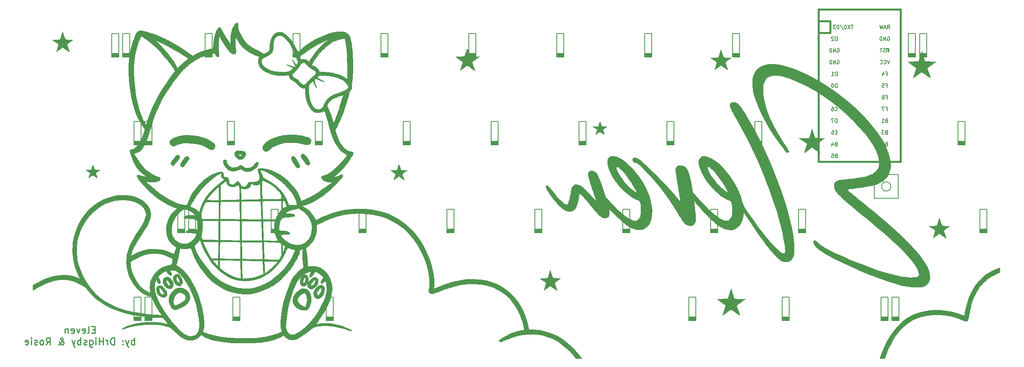
<source format=gbr>
G04 #@! TF.GenerationSoftware,KiCad,Pcbnew,(5.1.4)-1*
G04 #@! TF.CreationDate,2021-03-11T19:25:00-08:00*
G04 #@! TF.ProjectId,Rosies Board,526f7369-6573-4204-926f-6172642e6b69,rev?*
G04 #@! TF.SameCoordinates,Original*
G04 #@! TF.FileFunction,Legend,Bot*
G04 #@! TF.FilePolarity,Positive*
%FSLAX46Y46*%
G04 Gerber Fmt 4.6, Leading zero omitted, Abs format (unit mm)*
G04 Created by KiCad (PCBNEW (5.1.4)-1) date 2021-03-11 19:25:00*
%MOMM*%
%LPD*%
G04 APERTURE LIST*
%ADD10C,0.250000*%
%ADD11C,0.010000*%
%ADD12C,0.150000*%
%ADD13C,0.381000*%
G04 APERTURE END LIST*
D10*
X41985000Y-86653857D02*
X41485000Y-86653857D01*
X41270714Y-87439571D02*
X41985000Y-87439571D01*
X41985000Y-85939571D01*
X41270714Y-85939571D01*
X40413571Y-87439571D02*
X40556428Y-87368142D01*
X40627857Y-87225285D01*
X40627857Y-85939571D01*
X39270714Y-87368142D02*
X39413571Y-87439571D01*
X39699285Y-87439571D01*
X39842142Y-87368142D01*
X39913571Y-87225285D01*
X39913571Y-86653857D01*
X39842142Y-86511000D01*
X39699285Y-86439571D01*
X39413571Y-86439571D01*
X39270714Y-86511000D01*
X39199285Y-86653857D01*
X39199285Y-86796714D01*
X39913571Y-86939571D01*
X38699285Y-86439571D02*
X38342142Y-87439571D01*
X37985000Y-86439571D01*
X36842142Y-87368142D02*
X36985000Y-87439571D01*
X37270714Y-87439571D01*
X37413571Y-87368142D01*
X37485000Y-87225285D01*
X37485000Y-86653857D01*
X37413571Y-86511000D01*
X37270714Y-86439571D01*
X36985000Y-86439571D01*
X36842142Y-86511000D01*
X36770714Y-86653857D01*
X36770714Y-86796714D01*
X37485000Y-86939571D01*
X36127857Y-86439571D02*
X36127857Y-87439571D01*
X36127857Y-86582428D02*
X36056428Y-86511000D01*
X35913571Y-86439571D01*
X35699285Y-86439571D01*
X35556428Y-86511000D01*
X35485000Y-86653857D01*
X35485000Y-87439571D01*
X50556428Y-89939571D02*
X50556428Y-88439571D01*
X50556428Y-89011000D02*
X50413571Y-88939571D01*
X50127857Y-88939571D01*
X49985000Y-89011000D01*
X49913571Y-89082428D01*
X49842142Y-89225285D01*
X49842142Y-89653857D01*
X49913571Y-89796714D01*
X49985000Y-89868142D01*
X50127857Y-89939571D01*
X50413571Y-89939571D01*
X50556428Y-89868142D01*
X49342142Y-88939571D02*
X48985000Y-89939571D01*
X48627857Y-88939571D02*
X48985000Y-89939571D01*
X49127857Y-90296714D01*
X49199285Y-90368142D01*
X49342142Y-90439571D01*
X48056428Y-89796714D02*
X47985000Y-89868142D01*
X48056428Y-89939571D01*
X48127857Y-89868142D01*
X48056428Y-89796714D01*
X48056428Y-89939571D01*
X48056428Y-89011000D02*
X47985000Y-89082428D01*
X48056428Y-89153857D01*
X48127857Y-89082428D01*
X48056428Y-89011000D01*
X48056428Y-89153857D01*
X46199285Y-89939571D02*
X46199285Y-88439571D01*
X45842142Y-88439571D01*
X45627857Y-88511000D01*
X45485000Y-88653857D01*
X45413571Y-88796714D01*
X45342142Y-89082428D01*
X45342142Y-89296714D01*
X45413571Y-89582428D01*
X45485000Y-89725285D01*
X45627857Y-89868142D01*
X45842142Y-89939571D01*
X46199285Y-89939571D01*
X44699285Y-89939571D02*
X44699285Y-88939571D01*
X44699285Y-89225285D02*
X44627857Y-89082428D01*
X44556428Y-89011000D01*
X44413571Y-88939571D01*
X44270714Y-88939571D01*
X43770714Y-89939571D02*
X43770714Y-88439571D01*
X43770714Y-89153857D02*
X42913571Y-89153857D01*
X42913571Y-89939571D02*
X42913571Y-88439571D01*
X42199285Y-89939571D02*
X42199285Y-88939571D01*
X42199285Y-88439571D02*
X42270714Y-88511000D01*
X42199285Y-88582428D01*
X42127857Y-88511000D01*
X42199285Y-88439571D01*
X42199285Y-88582428D01*
X40842142Y-88939571D02*
X40842142Y-90153857D01*
X40913571Y-90296714D01*
X40985000Y-90368142D01*
X41127857Y-90439571D01*
X41342142Y-90439571D01*
X41485000Y-90368142D01*
X40842142Y-89868142D02*
X40985000Y-89939571D01*
X41270714Y-89939571D01*
X41413571Y-89868142D01*
X41485000Y-89796714D01*
X41556428Y-89653857D01*
X41556428Y-89225285D01*
X41485000Y-89082428D01*
X41413571Y-89011000D01*
X41270714Y-88939571D01*
X40985000Y-88939571D01*
X40842142Y-89011000D01*
X40199285Y-89868142D02*
X40056428Y-89939571D01*
X39770714Y-89939571D01*
X39627857Y-89868142D01*
X39556428Y-89725285D01*
X39556428Y-89653857D01*
X39627857Y-89511000D01*
X39770714Y-89439571D01*
X39985000Y-89439571D01*
X40127857Y-89368142D01*
X40199285Y-89225285D01*
X40199285Y-89153857D01*
X40127857Y-89011000D01*
X39985000Y-88939571D01*
X39770714Y-88939571D01*
X39627857Y-89011000D01*
X38913571Y-89939571D02*
X38913571Y-88439571D01*
X38913571Y-89011000D02*
X38770714Y-88939571D01*
X38485000Y-88939571D01*
X38342142Y-89011000D01*
X38270714Y-89082428D01*
X38199285Y-89225285D01*
X38199285Y-89653857D01*
X38270714Y-89796714D01*
X38342142Y-89868142D01*
X38485000Y-89939571D01*
X38770714Y-89939571D01*
X38913571Y-89868142D01*
X37699285Y-88939571D02*
X37342142Y-89939571D01*
X36985000Y-88939571D02*
X37342142Y-89939571D01*
X37485000Y-90296714D01*
X37556428Y-90368142D01*
X37699285Y-90439571D01*
X34056428Y-89939571D02*
X34127857Y-89939571D01*
X34270714Y-89868142D01*
X34485000Y-89653857D01*
X34842142Y-89225285D01*
X34985000Y-89011000D01*
X35056428Y-88796714D01*
X35056428Y-88653857D01*
X34985000Y-88511000D01*
X34842142Y-88439571D01*
X34770714Y-88439571D01*
X34627857Y-88511000D01*
X34556428Y-88653857D01*
X34556428Y-88725285D01*
X34627857Y-88868142D01*
X34699285Y-88939571D01*
X35127857Y-89225285D01*
X35199285Y-89296714D01*
X35270714Y-89439571D01*
X35270714Y-89653857D01*
X35199285Y-89796714D01*
X35127857Y-89868142D01*
X34985000Y-89939571D01*
X34770714Y-89939571D01*
X34627857Y-89868142D01*
X34556428Y-89796714D01*
X34342142Y-89511000D01*
X34270714Y-89296714D01*
X34270714Y-89153857D01*
X31413571Y-89939571D02*
X31913571Y-89225285D01*
X32270714Y-89939571D02*
X32270714Y-88439571D01*
X31699285Y-88439571D01*
X31556428Y-88511000D01*
X31485000Y-88582428D01*
X31413571Y-88725285D01*
X31413571Y-88939571D01*
X31485000Y-89082428D01*
X31556428Y-89153857D01*
X31699285Y-89225285D01*
X32270714Y-89225285D01*
X30556428Y-89939571D02*
X30699285Y-89868142D01*
X30770714Y-89796714D01*
X30842142Y-89653857D01*
X30842142Y-89225285D01*
X30770714Y-89082428D01*
X30699285Y-89011000D01*
X30556428Y-88939571D01*
X30342142Y-88939571D01*
X30199285Y-89011000D01*
X30127857Y-89082428D01*
X30056428Y-89225285D01*
X30056428Y-89653857D01*
X30127857Y-89796714D01*
X30199285Y-89868142D01*
X30342142Y-89939571D01*
X30556428Y-89939571D01*
X29485000Y-89868142D02*
X29342142Y-89939571D01*
X29056428Y-89939571D01*
X28913571Y-89868142D01*
X28842142Y-89725285D01*
X28842142Y-89653857D01*
X28913571Y-89511000D01*
X29056428Y-89439571D01*
X29270714Y-89439571D01*
X29413571Y-89368142D01*
X29485000Y-89225285D01*
X29485000Y-89153857D01*
X29413571Y-89011000D01*
X29270714Y-88939571D01*
X29056428Y-88939571D01*
X28913571Y-89011000D01*
X28199285Y-89939571D02*
X28199285Y-88939571D01*
X28199285Y-88439571D02*
X28270714Y-88511000D01*
X28199285Y-88582428D01*
X28127857Y-88511000D01*
X28199285Y-88439571D01*
X28199285Y-88582428D01*
X26913571Y-89868142D02*
X27056428Y-89939571D01*
X27342142Y-89939571D01*
X27485000Y-89868142D01*
X27556428Y-89725285D01*
X27556428Y-89153857D01*
X27485000Y-89011000D01*
X27342142Y-88939571D01*
X27056428Y-88939571D01*
X26913571Y-89011000D01*
X26842142Y-89153857D01*
X26842142Y-89296714D01*
X27556428Y-89439571D01*
D11*
G36*
X237642684Y-73387677D02*
G01*
X236528569Y-73851513D01*
X235466631Y-74447774D01*
X235340105Y-74530530D01*
X234848222Y-74899636D01*
X234310552Y-75373521D01*
X233767587Y-75911260D01*
X233259816Y-76471924D01*
X232827729Y-77014589D01*
X232692228Y-77206937D01*
X232059185Y-78268044D01*
X231505961Y-79445853D01*
X231048716Y-80700157D01*
X230703609Y-81990745D01*
X230634109Y-82327980D01*
X230557174Y-82724945D01*
X230488426Y-83077047D01*
X230436378Y-83340843D01*
X230412572Y-83458684D01*
X230394442Y-83544590D01*
X230365053Y-83597793D01*
X230298630Y-83614123D01*
X230169397Y-83589409D01*
X229951579Y-83519480D01*
X229619401Y-83400168D01*
X229277893Y-83275100D01*
X227901901Y-82850954D01*
X226495753Y-82569391D01*
X225078978Y-82429923D01*
X223671104Y-82432066D01*
X222291660Y-82575333D01*
X220960174Y-82859238D01*
X219696175Y-83283296D01*
X219138310Y-83527403D01*
X218056413Y-84131235D01*
X217029134Y-84891191D01*
X216060910Y-85801665D01*
X215156179Y-86857054D01*
X214319378Y-88051753D01*
X213554945Y-89380159D01*
X212867318Y-90836667D01*
X212390290Y-92049364D01*
X212093601Y-92868980D01*
X213164423Y-92868980D01*
X213271897Y-92509146D01*
X213400462Y-92136978D01*
X213591910Y-91656965D01*
X213827864Y-91109823D01*
X214089947Y-90536270D01*
X214359784Y-89977022D01*
X214618997Y-89472798D01*
X214749427Y-89235358D01*
X215526284Y-87997893D01*
X216371093Y-86908064D01*
X217281010Y-85968638D01*
X218253192Y-85182383D01*
X219284795Y-84552064D01*
X219829492Y-84292998D01*
X221039772Y-83852280D01*
X222292077Y-83561437D01*
X223604518Y-83417271D01*
X224832893Y-83409546D01*
X226256154Y-83534872D01*
X227653906Y-83805460D01*
X229053760Y-84227663D01*
X230016175Y-84602585D01*
X230481928Y-84766779D01*
X230837008Y-84819337D01*
X231074939Y-84759641D01*
X231131996Y-84708965D01*
X231182322Y-84583722D01*
X231248672Y-84327661D01*
X231322583Y-83977515D01*
X231395597Y-83570019D01*
X231398774Y-83550633D01*
X231636904Y-82290986D01*
X231921221Y-81167385D01*
X232261199Y-80150568D01*
X232666311Y-79211276D01*
X233024099Y-78530355D01*
X233723183Y-77447911D01*
X234512216Y-76508134D01*
X235393775Y-75708643D01*
X236370436Y-75047055D01*
X237288032Y-74586722D01*
X238040893Y-74262646D01*
X238066017Y-73747678D01*
X238091140Y-73232710D01*
X237642684Y-73387677D01*
X237642684Y-73387677D01*
G37*
X237642684Y-73387677D02*
X236528569Y-73851513D01*
X235466631Y-74447774D01*
X235340105Y-74530530D01*
X234848222Y-74899636D01*
X234310552Y-75373521D01*
X233767587Y-75911260D01*
X233259816Y-76471924D01*
X232827729Y-77014589D01*
X232692228Y-77206937D01*
X232059185Y-78268044D01*
X231505961Y-79445853D01*
X231048716Y-80700157D01*
X230703609Y-81990745D01*
X230634109Y-82327980D01*
X230557174Y-82724945D01*
X230488426Y-83077047D01*
X230436378Y-83340843D01*
X230412572Y-83458684D01*
X230394442Y-83544590D01*
X230365053Y-83597793D01*
X230298630Y-83614123D01*
X230169397Y-83589409D01*
X229951579Y-83519480D01*
X229619401Y-83400168D01*
X229277893Y-83275100D01*
X227901901Y-82850954D01*
X226495753Y-82569391D01*
X225078978Y-82429923D01*
X223671104Y-82432066D01*
X222291660Y-82575333D01*
X220960174Y-82859238D01*
X219696175Y-83283296D01*
X219138310Y-83527403D01*
X218056413Y-84131235D01*
X217029134Y-84891191D01*
X216060910Y-85801665D01*
X215156179Y-86857054D01*
X214319378Y-88051753D01*
X213554945Y-89380159D01*
X212867318Y-90836667D01*
X212390290Y-92049364D01*
X212093601Y-92868980D01*
X213164423Y-92868980D01*
X213271897Y-92509146D01*
X213400462Y-92136978D01*
X213591910Y-91656965D01*
X213827864Y-91109823D01*
X214089947Y-90536270D01*
X214359784Y-89977022D01*
X214618997Y-89472798D01*
X214749427Y-89235358D01*
X215526284Y-87997893D01*
X216371093Y-86908064D01*
X217281010Y-85968638D01*
X218253192Y-85182383D01*
X219284795Y-84552064D01*
X219829492Y-84292998D01*
X221039772Y-83852280D01*
X222292077Y-83561437D01*
X223604518Y-83417271D01*
X224832893Y-83409546D01*
X226256154Y-83534872D01*
X227653906Y-83805460D01*
X229053760Y-84227663D01*
X230016175Y-84602585D01*
X230481928Y-84766779D01*
X230837008Y-84819337D01*
X231074939Y-84759641D01*
X231131996Y-84708965D01*
X231182322Y-84583722D01*
X231248672Y-84327661D01*
X231322583Y-83977515D01*
X231395597Y-83570019D01*
X231398774Y-83550633D01*
X231636904Y-82290986D01*
X231921221Y-81167385D01*
X232261199Y-80150568D01*
X232666311Y-79211276D01*
X233024099Y-78530355D01*
X233723183Y-77447911D01*
X234512216Y-76508134D01*
X235393775Y-75708643D01*
X236370436Y-75047055D01*
X237288032Y-74586722D01*
X238040893Y-74262646D01*
X238066017Y-73747678D01*
X238091140Y-73232710D01*
X237642684Y-73387677D01*
G36*
X72702025Y-20071457D02*
G01*
X72499366Y-20223508D01*
X72392225Y-20330813D01*
X72036228Y-20817697D01*
X71751992Y-21444620D01*
X71543776Y-22196320D01*
X71415844Y-23057537D01*
X71372487Y-23982570D01*
X71370415Y-24839313D01*
X70843321Y-24023461D01*
X70592760Y-23623249D01*
X70299109Y-23134994D01*
X69998768Y-22620172D01*
X69728134Y-22140257D01*
X69725700Y-22135840D01*
X69490749Y-21714236D01*
X69317874Y-21420666D01*
X69190303Y-21233305D01*
X69091269Y-21130329D01*
X69004001Y-21089914D01*
X68921366Y-21089025D01*
X68740282Y-21189343D01*
X68549374Y-21433506D01*
X68357160Y-21797024D01*
X68172154Y-22255406D01*
X68002873Y-22784160D01*
X67857833Y-23358796D01*
X67745550Y-23954820D01*
X67674540Y-24547743D01*
X67663387Y-24706874D01*
X67606893Y-25675102D01*
X66999868Y-25777154D01*
X66121126Y-25980401D01*
X65177289Y-26300753D01*
X64210050Y-26723897D01*
X64135560Y-26760449D01*
X63787413Y-26935753D01*
X63494365Y-27089115D01*
X63290722Y-27202215D01*
X63214009Y-27252551D01*
X63116794Y-27237654D01*
X62923326Y-27129137D01*
X62664502Y-26945210D01*
X62579009Y-26878273D01*
X61849250Y-26333186D01*
X60991160Y-25756322D01*
X60038091Y-25166233D01*
X59023394Y-24581471D01*
X57980421Y-24020586D01*
X56942521Y-23502132D01*
X55943046Y-23044659D01*
X55015348Y-22666718D01*
X54991560Y-22657772D01*
X54112739Y-22339473D01*
X53372013Y-22097393D01*
X52757342Y-21929431D01*
X52256689Y-21833485D01*
X51858016Y-21807454D01*
X51549283Y-21849237D01*
X51318453Y-21956732D01*
X51257611Y-22006003D01*
X51062098Y-22250347D01*
X50840482Y-22641410D01*
X50601561Y-23160214D01*
X50354130Y-23787781D01*
X50125011Y-24449576D01*
X49782103Y-25649539D01*
X49527827Y-26883899D01*
X49361520Y-28169726D01*
X49282521Y-29524092D01*
X49290167Y-30964066D01*
X49383796Y-32506721D01*
X49562748Y-34169127D01*
X49707774Y-35210980D01*
X49939271Y-36568826D01*
X50210220Y-37787124D01*
X50530402Y-38893039D01*
X50909596Y-39913735D01*
X51357581Y-40876378D01*
X51884137Y-41808131D01*
X52328939Y-42491987D01*
X52831486Y-43225726D01*
X52589798Y-43938519D01*
X52298369Y-44752711D01*
X52021377Y-45423387D01*
X51745583Y-45974090D01*
X51457747Y-46428359D01*
X51144633Y-46809737D01*
X50792999Y-47141765D01*
X50784265Y-47149081D01*
X50497961Y-47375352D01*
X50283459Y-47505219D01*
X50093363Y-47562549D01*
X49943832Y-47572313D01*
X49720003Y-47591633D01*
X49594812Y-47668429D01*
X49557303Y-47830951D01*
X49596523Y-48107451D01*
X49649891Y-48330325D01*
X50010375Y-49489656D01*
X50465821Y-50532202D01*
X51010992Y-51449674D01*
X51640653Y-52233780D01*
X52349566Y-52876231D01*
X52659230Y-53095013D01*
X53290233Y-53507214D01*
X52701563Y-53451929D01*
X52340521Y-53398770D01*
X51992825Y-53316041D01*
X51768662Y-53236146D01*
X51453480Y-53110905D01*
X51248870Y-53088294D01*
X51130591Y-53168480D01*
X51098236Y-53240748D01*
X51087108Y-53389936D01*
X51146995Y-53579847D01*
X51289117Y-53829469D01*
X51524691Y-54157790D01*
X51864936Y-54583798D01*
X51958446Y-54696716D01*
X52652893Y-55503796D01*
X53299880Y-56195082D01*
X53932310Y-56803829D01*
X54583088Y-57363290D01*
X54652893Y-57419779D01*
X55740827Y-58245287D01*
X56798225Y-58939595D01*
X57865148Y-59525418D01*
X58981653Y-60025470D01*
X59769337Y-60321013D01*
X59780589Y-60387016D01*
X59642615Y-60521299D01*
X59452245Y-60658493D01*
X58905178Y-61123609D01*
X58419383Y-61735473D01*
X58004357Y-62479611D01*
X57669592Y-63341548D01*
X57648779Y-63407963D01*
X57505516Y-64059825D01*
X57442354Y-64785508D01*
X57459538Y-65521451D01*
X57557317Y-66204093D01*
X57636726Y-66506259D01*
X57896795Y-67145010D01*
X58256176Y-67693928D01*
X58736873Y-68179147D01*
X59360892Y-68626797D01*
X59487025Y-68703550D01*
X59556310Y-68756243D01*
X59584919Y-68832132D01*
X59568879Y-68965611D01*
X59504217Y-69191077D01*
X59391672Y-69529050D01*
X59277178Y-69850489D01*
X59177968Y-70100396D01*
X59108737Y-70243041D01*
X59089779Y-70262980D01*
X58993536Y-70229743D01*
X58783785Y-70141323D01*
X58500228Y-70014657D01*
X58402883Y-69969965D01*
X57586929Y-69630574D01*
X56816408Y-69397433D01*
X56023794Y-69254425D01*
X55141560Y-69185434D01*
X55110973Y-69184264D01*
X54527276Y-69170652D01*
X54059171Y-69180735D01*
X53654205Y-69217371D01*
X53259924Y-69283414D01*
X53248719Y-69285675D01*
X52522145Y-69472722D01*
X51735261Y-69743750D01*
X50956734Y-70073015D01*
X50398393Y-70354293D01*
X50118265Y-70503357D01*
X49905186Y-70608264D01*
X49793410Y-70652482D01*
X49784560Y-70650539D01*
X49808252Y-70556980D01*
X49871525Y-70341483D01*
X49962672Y-70043490D01*
X50005101Y-69907517D01*
X50216113Y-69322264D01*
X50498626Y-68692309D01*
X50862388Y-67999588D01*
X51317145Y-67226039D01*
X51872647Y-66353596D01*
X52141570Y-65948528D01*
X52699881Y-65095099D01*
X53153135Y-64351304D01*
X53508376Y-63699865D01*
X53772652Y-63123506D01*
X53953009Y-62604948D01*
X54056493Y-62126916D01*
X54090152Y-61672131D01*
X54062860Y-61237738D01*
X53896898Y-60575399D01*
X53576750Y-59943750D01*
X53116647Y-59355884D01*
X52530820Y-58824894D01*
X51833500Y-58363872D01*
X51038918Y-57985911D01*
X50245656Y-57725804D01*
X49644392Y-57606310D01*
X48936063Y-57527894D01*
X48178368Y-57492571D01*
X47429008Y-57502354D01*
X46745684Y-57559257D01*
X46505965Y-57595280D01*
X45188491Y-57902561D01*
X43962470Y-58350830D01*
X42818821Y-58944817D01*
X41748458Y-59689254D01*
X40742300Y-60588872D01*
X40725226Y-60606008D01*
X39780032Y-61672534D01*
X38972408Y-62833784D01*
X38300722Y-64092863D01*
X37763342Y-65452875D01*
X37358633Y-66916924D01*
X37325881Y-67066895D01*
X37211048Y-67791433D01*
X37145169Y-68621907D01*
X37128201Y-69502161D01*
X37160102Y-70376041D01*
X37240830Y-71187393D01*
X37329374Y-71702313D01*
X37722003Y-73184746D01*
X38250535Y-74579510D01*
X38391930Y-74888616D01*
X38757809Y-75661920D01*
X38204258Y-75410928D01*
X37541382Y-75142871D01*
X36905369Y-74961641D01*
X36238159Y-74855369D01*
X35481693Y-74812184D01*
X35264226Y-74809828D01*
X34421442Y-74839860D01*
X33605934Y-74940941D01*
X32787928Y-75121271D01*
X31937648Y-75389050D01*
X31025318Y-75752479D01*
X30021163Y-76219759D01*
X29866726Y-76296344D01*
X28533226Y-76962200D01*
X28533226Y-77507256D01*
X28546206Y-77811171D01*
X28581749Y-78001982D01*
X28622531Y-78052313D01*
X28733145Y-78010856D01*
X28945420Y-77901053D01*
X29217708Y-77744757D01*
X29278697Y-77708024D01*
X30050014Y-77277808D01*
X30916025Y-76859686D01*
X31803530Y-76487776D01*
X32245257Y-76325353D01*
X33363917Y-75992796D01*
X34410591Y-75804714D01*
X35404665Y-75763015D01*
X36365523Y-75869609D01*
X37312552Y-76126404D01*
X38265137Y-76535309D01*
X39085743Y-76998956D01*
X39372414Y-77171494D01*
X39607775Y-77302331D01*
X39752713Y-77370098D01*
X39774071Y-77374980D01*
X39862804Y-77438159D01*
X40017659Y-77604527D01*
X40206548Y-77839325D01*
X40223511Y-77861813D01*
X40573178Y-78287594D01*
X41020503Y-78772561D01*
X41525358Y-79277467D01*
X42047617Y-79763066D01*
X42547153Y-80190108D01*
X42824424Y-80405717D01*
X44025667Y-81201219D01*
X45346594Y-81896674D01*
X46790485Y-82493055D01*
X48360622Y-82991328D01*
X50060284Y-83392465D01*
X51892752Y-83697436D01*
X53861306Y-83907208D01*
X54906893Y-83977205D01*
X55409374Y-84004187D01*
X55862905Y-84027703D01*
X56236427Y-84046209D01*
X56498883Y-84058159D01*
X56612552Y-84062021D01*
X56748559Y-84118490D01*
X56937858Y-84293957D01*
X57192660Y-84600560D01*
X57310467Y-84755676D01*
X57523144Y-85046006D01*
X57688223Y-85281437D01*
X57785449Y-85432453D01*
X57802204Y-85472224D01*
X57714243Y-85465436D01*
X57512500Y-85422374D01*
X57315956Y-85372315D01*
X56136397Y-85129977D01*
X54864012Y-85008913D01*
X53523681Y-85008659D01*
X52140282Y-85128752D01*
X50738692Y-85368729D01*
X50148361Y-85505714D01*
X49696943Y-85634033D01*
X49235511Y-85791471D01*
X48794794Y-85964560D01*
X48405521Y-86139831D01*
X48098419Y-86303817D01*
X47904217Y-86443050D01*
X47853871Y-86511380D01*
X47849540Y-86568947D01*
X47899439Y-86591457D01*
X48024408Y-86574114D01*
X48245286Y-86512121D01*
X48582913Y-86400679D01*
X49058130Y-86234993D01*
X49064893Y-86232606D01*
X49941463Y-85970805D01*
X50909214Y-85774639D01*
X51986565Y-85641645D01*
X53191933Y-85569362D01*
X54144893Y-85553534D01*
X54779713Y-85555104D01*
X55278296Y-85563035D01*
X55673692Y-85579632D01*
X55998948Y-85607202D01*
X56287113Y-85648052D01*
X56571236Y-85704487D01*
X56686884Y-85730937D01*
X57241106Y-85862343D01*
X57664192Y-85971419D01*
X57989706Y-86075185D01*
X58251209Y-86190664D01*
X58482262Y-86334877D01*
X58716430Y-86524846D01*
X58987272Y-86777593D01*
X59244219Y-87027934D01*
X59966222Y-87686418D01*
X60649161Y-88213814D01*
X61282222Y-88602577D01*
X61844854Y-88842123D01*
X62500934Y-88967164D01*
X63155224Y-88940386D01*
X63777725Y-88769434D01*
X64338439Y-88461953D01*
X64738984Y-88104590D01*
X65037007Y-87774714D01*
X65352501Y-87983499D01*
X65907765Y-88307423D01*
X66535779Y-88588100D01*
X67252212Y-88829406D01*
X68072733Y-89035219D01*
X69013011Y-89209414D01*
X70088717Y-89355871D01*
X71315520Y-89478465D01*
X71435180Y-89488569D01*
X71984479Y-89522559D01*
X72647364Y-89544628D01*
X73392630Y-89555364D01*
X74189067Y-89555354D01*
X75005470Y-89545185D01*
X75810631Y-89525444D01*
X76573343Y-89496719D01*
X77262399Y-89459597D01*
X77846592Y-89414665D01*
X78294715Y-89362510D01*
X78317226Y-89359066D01*
X79470063Y-89152062D01*
X80466483Y-88913618D01*
X81317028Y-88640547D01*
X82032241Y-88329660D01*
X82399125Y-88124678D01*
X82827621Y-87861022D01*
X83175924Y-88196794D01*
X83601132Y-88546823D01*
X84024842Y-88761783D01*
X84391228Y-88853616D01*
X84915183Y-88857928D01*
X85513786Y-88718959D01*
X86178530Y-88440940D01*
X86900910Y-88028098D01*
X87672418Y-87484663D01*
X88474935Y-86823335D01*
X88893738Y-86486285D01*
X89300637Y-86237703D01*
X89746751Y-86054411D01*
X90283194Y-85913233D01*
X90630610Y-85845962D01*
X91407712Y-85765064D01*
X92298930Y-85771435D01*
X93275713Y-85861129D01*
X94309514Y-86030198D01*
X95371783Y-86274695D01*
X96433972Y-86590671D01*
X96716352Y-86687483D01*
X97108014Y-86822919D01*
X97367752Y-86902648D01*
X97522077Y-86930723D01*
X97597504Y-86911196D01*
X97620545Y-86848120D01*
X97621226Y-86825798D01*
X97543794Y-86733761D01*
X97328026Y-86605572D01*
X96998713Y-86450501D01*
X96580647Y-86277817D01*
X96098619Y-86096788D01*
X95577421Y-85916685D01*
X95041846Y-85746776D01*
X94516684Y-85596331D01*
X94026727Y-85474618D01*
X93978941Y-85464016D01*
X93430205Y-85370555D01*
X92800998Y-85306579D01*
X92141384Y-85273501D01*
X91501430Y-85272734D01*
X90931202Y-85305693D01*
X90514948Y-85366216D01*
X90212338Y-85427370D01*
X89982810Y-85467469D01*
X89868399Y-85479319D01*
X89863103Y-85477744D01*
X89899096Y-85405651D01*
X90015529Y-85242302D01*
X90144369Y-85076912D01*
X90616226Y-84445399D01*
X91104533Y-83713029D01*
X91588136Y-82917752D01*
X92045881Y-82097519D01*
X92456612Y-81290279D01*
X92799176Y-80533983D01*
X93052417Y-79866582D01*
X93057702Y-79850504D01*
X93243450Y-79133349D01*
X93355192Y-78371410D01*
X93379410Y-77840646D01*
X92227631Y-77840646D01*
X92190765Y-78424111D01*
X92078666Y-79024179D01*
X91882754Y-79669261D01*
X91594450Y-80387768D01*
X91219065Y-81180424D01*
X90430887Y-82620963D01*
X89587773Y-83904100D01*
X88686651Y-85033628D01*
X87724447Y-86013341D01*
X86698089Y-86847031D01*
X86535668Y-86961625D01*
X85913350Y-87358071D01*
X85379472Y-87620480D01*
X84921611Y-87750829D01*
X84527341Y-87751097D01*
X84184240Y-87623261D01*
X83892035Y-87382463D01*
X83656737Y-87088914D01*
X83492884Y-86773347D01*
X83394158Y-86404971D01*
X83354241Y-85952992D01*
X83366817Y-85386618D01*
X83397539Y-84972106D01*
X83538824Y-83686609D01*
X83736433Y-82468218D01*
X84001846Y-81263508D01*
X84346536Y-80019057D01*
X84693058Y-78941313D01*
X85042609Y-77962425D01*
X85379959Y-77133213D01*
X85714637Y-76435423D01*
X86056175Y-75850796D01*
X86414102Y-75361077D01*
X86757151Y-74987338D01*
X87188896Y-74641004D01*
X87693587Y-74354256D01*
X88209802Y-74158013D01*
X88535612Y-74092092D01*
X88908361Y-74050078D01*
X88741335Y-74336695D01*
X88591935Y-74651440D01*
X88514240Y-74940465D01*
X88513928Y-75164896D01*
X88596677Y-75285859D01*
X88602353Y-75288212D01*
X88755514Y-75260392D01*
X88964448Y-75096087D01*
X89212299Y-74811781D01*
X89475979Y-74433770D01*
X89612226Y-74237854D01*
X89736151Y-74138749D01*
X89890073Y-74132172D01*
X90116314Y-74213839D01*
X90382226Y-74342025D01*
X90663183Y-74515791D01*
X90966378Y-74754757D01*
X91238912Y-75012437D01*
X91427885Y-75242345D01*
X91451304Y-75281465D01*
X91475229Y-75402945D01*
X91409029Y-75560922D01*
X91236117Y-75794283D01*
X91228705Y-75803347D01*
X91014315Y-76115816D01*
X90910321Y-76374794D01*
X90907646Y-76560710D01*
X90997209Y-76653991D01*
X91169931Y-76635066D01*
X91416733Y-76484364D01*
X91508456Y-76406391D01*
X91702504Y-76237642D01*
X91842224Y-76128259D01*
X91884165Y-76104980D01*
X91947998Y-76182806D01*
X92019373Y-76390298D01*
X92090576Y-76688478D01*
X92153893Y-77038368D01*
X92201612Y-77400989D01*
X92226019Y-77737363D01*
X92227631Y-77840646D01*
X93379410Y-77840646D01*
X93389620Y-77616886D01*
X93343426Y-76921975D01*
X93268385Y-76526129D01*
X92999760Y-75721894D01*
X92624237Y-74973843D01*
X92161803Y-74312578D01*
X91632447Y-73768703D01*
X91305687Y-73521127D01*
X90760989Y-73212118D01*
X90708609Y-73193421D01*
X87221521Y-73193421D01*
X86725679Y-73499472D01*
X86239319Y-73857450D01*
X85741126Y-74325518D01*
X85278638Y-74855186D01*
X84959646Y-75301053D01*
X84605681Y-75923492D01*
X84244788Y-76686061D01*
X83886588Y-77560371D01*
X83540703Y-78518028D01*
X83216754Y-79530642D01*
X82924362Y-80569820D01*
X82673148Y-81607172D01*
X82472733Y-82614306D01*
X82463652Y-82666646D01*
X82356451Y-83393063D01*
X82280864Y-84125287D01*
X82238067Y-84829992D01*
X82229235Y-85473850D01*
X82255544Y-86023535D01*
X82318168Y-86445718D01*
X82328872Y-86488867D01*
X82399858Y-86764129D01*
X82449376Y-86967134D01*
X82465893Y-87048585D01*
X82394272Y-87098694D01*
X82202392Y-87199882D01*
X81924726Y-87334439D01*
X81767468Y-87407340D01*
X81036145Y-87692502D01*
X80164255Y-87947983D01*
X79178880Y-88167898D01*
X78107105Y-88346366D01*
X76976014Y-88477501D01*
X76750893Y-88497053D01*
X76413996Y-88513885D01*
X75938116Y-88522598D01*
X75353376Y-88523898D01*
X74689896Y-88518494D01*
X73977799Y-88507093D01*
X73247204Y-88490404D01*
X72528234Y-88469133D01*
X71851009Y-88443989D01*
X71245652Y-88415679D01*
X70742282Y-88384911D01*
X70371021Y-88352393D01*
X70316226Y-88345863D01*
X69428741Y-88221406D01*
X68593617Y-88081422D01*
X67824908Y-87929862D01*
X67136670Y-87770673D01*
X66542956Y-87607805D01*
X66057822Y-87445207D01*
X65695322Y-87286827D01*
X65469510Y-87136614D01*
X65394442Y-86998518D01*
X65401405Y-86964943D01*
X65551724Y-86397897D01*
X65590355Y-86023668D01*
X64580407Y-86023668D01*
X64507471Y-86642543D01*
X64354511Y-87135051D01*
X64117100Y-87514834D01*
X63790812Y-87795535D01*
X63748078Y-87821674D01*
X63299980Y-88034036D01*
X62871482Y-88111811D01*
X62404810Y-88061619D01*
X62176175Y-88001795D01*
X61696153Y-87794286D01*
X61159920Y-87448505D01*
X60580346Y-86980782D01*
X59970303Y-86407446D01*
X59342661Y-85744825D01*
X58710292Y-85009250D01*
X58086067Y-84217048D01*
X57565515Y-83498626D01*
X56426150Y-83498626D01*
X55243188Y-83440618D01*
X54670246Y-83406218D01*
X54022572Y-83357366D01*
X53385786Y-83300991D01*
X52917226Y-83252357D01*
X51379575Y-83035837D01*
X49887416Y-82744677D01*
X48473869Y-82386806D01*
X47172056Y-81970148D01*
X46524893Y-81722561D01*
X45310596Y-81170336D01*
X44222223Y-80549613D01*
X43222113Y-79835637D01*
X42272605Y-79003657D01*
X42037560Y-78773160D01*
X40997923Y-77618286D01*
X40105285Y-76381535D01*
X39357294Y-75058715D01*
X38751601Y-73645637D01*
X38285856Y-72138111D01*
X38261420Y-72040980D01*
X38190635Y-71737944D01*
X38138577Y-71458539D01*
X38102439Y-71167806D01*
X38079412Y-70830788D01*
X38066687Y-70412525D01*
X38061455Y-69878060D01*
X38060765Y-69543313D01*
X38062101Y-68946625D01*
X38068900Y-68483638D01*
X38084269Y-68118734D01*
X38111312Y-67816297D01*
X38153135Y-67540709D01*
X38212844Y-67256354D01*
X38286375Y-66955869D01*
X38704176Y-65588939D01*
X39238052Y-64338703D01*
X39895248Y-63192122D01*
X40683010Y-62136158D01*
X41391668Y-61368114D01*
X42316149Y-60535806D01*
X43263669Y-59860134D01*
X44258416Y-59328405D01*
X45324577Y-58927926D01*
X46486341Y-58646004D01*
X46627344Y-58620579D01*
X47554470Y-58512090D01*
X48461002Y-58507173D01*
X49330880Y-58599039D01*
X50148044Y-58780897D01*
X50896433Y-59045955D01*
X51559986Y-59387424D01*
X52122643Y-59798513D01*
X52568344Y-60272431D01*
X52881027Y-60802387D01*
X53036928Y-61330646D01*
X53060209Y-61711897D01*
X53005974Y-62131167D01*
X52868062Y-62603265D01*
X52640311Y-63142997D01*
X52316560Y-63765170D01*
X51890649Y-64484591D01*
X51416297Y-65225313D01*
X50845461Y-66110620D01*
X50370320Y-66889995D01*
X49978566Y-67587924D01*
X49657890Y-68228891D01*
X49395983Y-68837383D01*
X49180535Y-69437885D01*
X49011523Y-70008980D01*
X48895715Y-70597303D01*
X48828035Y-71287589D01*
X48808587Y-72024204D01*
X48837472Y-72751519D01*
X48914796Y-73413900D01*
X49004426Y-73833833D01*
X49405959Y-75022916D01*
X49934186Y-76103674D01*
X50595024Y-77086468D01*
X51344256Y-77932069D01*
X51972976Y-78498809D01*
X52580603Y-78928039D01*
X53155844Y-79213320D01*
X53687407Y-79348212D01*
X53845892Y-79358556D01*
X54095321Y-79370104D01*
X54230115Y-79417562D01*
X54304956Y-79534570D01*
X54348528Y-79667763D01*
X54421237Y-79861866D01*
X54551720Y-80165317D01*
X54721388Y-80536329D01*
X54908784Y-80927267D01*
X55126758Y-81360939D01*
X55338342Y-81755390D01*
X55567714Y-82151991D01*
X55839057Y-82592113D01*
X56176552Y-83117127D01*
X56292306Y-83294303D01*
X56426150Y-83498626D01*
X57565515Y-83498626D01*
X57482857Y-83384549D01*
X56913533Y-82528083D01*
X56390966Y-81663977D01*
X55928027Y-80808562D01*
X55537588Y-79978166D01*
X55234618Y-79195313D01*
X55089468Y-78748738D01*
X54995986Y-78399027D01*
X54943032Y-78085789D01*
X54919468Y-77748632D01*
X54914458Y-77459646D01*
X54920158Y-77035582D01*
X54948190Y-76725670D01*
X55006905Y-76475306D01*
X55101517Y-76236731D01*
X55292894Y-75818148D01*
X55466037Y-76168100D01*
X55652804Y-76489000D01*
X55822690Y-76653948D01*
X55987526Y-76673873D01*
X56006482Y-76667442D01*
X56108022Y-76545247D01*
X56129346Y-76313301D01*
X56073365Y-76009376D01*
X55942991Y-75671245D01*
X55927228Y-75639478D01*
X55719896Y-75229945D01*
X55886498Y-74995973D01*
X56163439Y-74692310D01*
X56550614Y-74382694D01*
X56995599Y-74108243D01*
X57063039Y-74073183D01*
X57289866Y-73963975D01*
X57415464Y-73930913D01*
X57487638Y-73969753D01*
X57528706Y-74031816D01*
X57788073Y-74424855D01*
X58042499Y-74714275D01*
X58270481Y-74877543D01*
X58361142Y-74904150D01*
X58559937Y-74885589D01*
X58636622Y-74765294D01*
X58591751Y-74537483D01*
X58428499Y-74201009D01*
X58165112Y-73734313D01*
X58585993Y-73734313D01*
X59105946Y-73787322D01*
X59581705Y-73956631D01*
X60044156Y-74257664D01*
X60517657Y-74698964D01*
X61205694Y-75519032D01*
X61856391Y-76481509D01*
X62460291Y-77561780D01*
X63007934Y-78735232D01*
X63489864Y-79977252D01*
X63896622Y-81263226D01*
X64218748Y-82568539D01*
X64446787Y-83868579D01*
X64571278Y-85138731D01*
X64577744Y-85264785D01*
X64580407Y-86023668D01*
X65590355Y-86023668D01*
X65623973Y-85698013D01*
X65620129Y-84881672D01*
X65542170Y-83965254D01*
X65392074Y-82965140D01*
X65171819Y-81897709D01*
X64883382Y-80779343D01*
X64528742Y-79626422D01*
X64507775Y-79563587D01*
X64131236Y-78550258D01*
X63693879Y-77564419D01*
X63207796Y-76624002D01*
X62685079Y-75746939D01*
X62137823Y-74951161D01*
X61578118Y-74254601D01*
X61018057Y-73675191D01*
X60469734Y-73230861D01*
X60082512Y-73001460D01*
X59834152Y-72866606D01*
X59661741Y-72748055D01*
X59605893Y-72679239D01*
X59628231Y-72558984D01*
X59687057Y-72325124D01*
X59770086Y-72026209D01*
X59778151Y-71998377D01*
X59914059Y-71502347D01*
X58825049Y-71502347D01*
X58800637Y-71739507D01*
X58731266Y-72083313D01*
X58626027Y-72591313D01*
X57951793Y-72699110D01*
X57141877Y-72912190D01*
X56376019Y-73276801D01*
X55672734Y-73777080D01*
X55050535Y-74397162D01*
X54527938Y-75121184D01*
X54123454Y-75933281D01*
X54096298Y-76002765D01*
X53984763Y-76418053D01*
X53915594Y-76936133D01*
X53892661Y-77494901D01*
X53919835Y-78032248D01*
X53954451Y-78279253D01*
X54018009Y-78633192D01*
X53766383Y-78561027D01*
X53550348Y-78479890D01*
X53264225Y-78348542D01*
X53071224Y-78249420D01*
X52408505Y-77804399D01*
X51783609Y-77216697D01*
X51211309Y-76511388D01*
X50706373Y-75713548D01*
X50283572Y-74848252D01*
X49957675Y-73940575D01*
X49743453Y-73015592D01*
X49676651Y-72486436D01*
X49631457Y-71958226D01*
X50238159Y-71580085D01*
X51379656Y-70960072D01*
X52586038Y-70475806D01*
X52883327Y-70381352D01*
X53227822Y-70284232D01*
X53530824Y-70218988D01*
X53843209Y-70179497D01*
X54215857Y-70159635D01*
X54699646Y-70153282D01*
X54779893Y-70153121D01*
X55517738Y-70172790D01*
X56153265Y-70242490D01*
X56745287Y-70375508D01*
X57352620Y-70585127D01*
X58034076Y-70884633D01*
X58048381Y-70891402D01*
X58415975Y-71067280D01*
X58653858Y-71203132D01*
X58783169Y-71335855D01*
X58825049Y-71502347D01*
X59914059Y-71502347D01*
X59958421Y-71340438D01*
X60116703Y-70689459D01*
X60241907Y-70094566D01*
X60322941Y-69604886D01*
X60328583Y-69560365D01*
X60388433Y-69069417D01*
X60949663Y-69124398D01*
X61619902Y-69126851D01*
X62341811Y-69017329D01*
X62628887Y-68944048D01*
X62769857Y-68934347D01*
X62844671Y-69039403D01*
X62869194Y-69132275D01*
X63133677Y-70026307D01*
X63546948Y-70997314D01*
X64107971Y-72043359D01*
X64815715Y-73162504D01*
X65617774Y-74284646D01*
X66482667Y-75309503D01*
X67446300Y-76222461D01*
X68493382Y-77016338D01*
X69608619Y-77683954D01*
X70776718Y-78218125D01*
X71982386Y-78611671D01*
X73210329Y-78857409D01*
X74445255Y-78948157D01*
X75450237Y-78902098D01*
X76796077Y-78680815D01*
X78106717Y-78296301D01*
X79376465Y-77752066D01*
X80599631Y-77051619D01*
X81770523Y-76198473D01*
X82883450Y-75196137D01*
X83932722Y-74048122D01*
X84514325Y-73310980D01*
X84822125Y-72871559D01*
X85139697Y-72369345D01*
X85450515Y-71835600D01*
X85738058Y-71301586D01*
X85985800Y-70798567D01*
X86177219Y-70357804D01*
X86295790Y-70010560D01*
X86321045Y-69892693D01*
X86379339Y-69591739D01*
X86463359Y-69412619D01*
X86559449Y-69342501D01*
X85423686Y-69342501D01*
X85213931Y-69899768D01*
X84870299Y-70666050D01*
X84404114Y-71485698D01*
X83839231Y-72326994D01*
X83199503Y-73158222D01*
X82508783Y-73947664D01*
X81790925Y-74663602D01*
X81323917Y-75072171D01*
X80163244Y-75938276D01*
X78982947Y-76638033D01*
X77777970Y-77173797D01*
X76543255Y-77547926D01*
X75650226Y-77716096D01*
X75214764Y-77752342D01*
X74671987Y-77759566D01*
X74080919Y-77740440D01*
X73500586Y-77697642D01*
X72990012Y-77633845D01*
X72729226Y-77583723D01*
X71417320Y-77195085D01*
X70190688Y-76661363D01*
X69052968Y-75984542D01*
X68007797Y-75166602D01*
X67608627Y-74792646D01*
X67177573Y-74338399D01*
X66700587Y-73785734D01*
X66199874Y-73164836D01*
X65697639Y-72505894D01*
X65216087Y-71839092D01*
X64777422Y-71194618D01*
X64403849Y-70602659D01*
X64117573Y-70093401D01*
X64047101Y-69950876D01*
X63888260Y-69592259D01*
X63731935Y-69203366D01*
X63658447Y-69002045D01*
X63497881Y-68535350D01*
X63909596Y-68107998D01*
X64153538Y-67842634D01*
X64377262Y-67578758D01*
X64514500Y-67398272D01*
X64707688Y-67115898D01*
X65037172Y-67990939D01*
X65654584Y-69437955D01*
X66368855Y-70760729D01*
X67175945Y-71954397D01*
X68071812Y-73014101D01*
X69052414Y-73934977D01*
X70113709Y-74712166D01*
X71078226Y-75257154D01*
X71876303Y-75613451D01*
X72623144Y-75859064D01*
X73379294Y-76010501D01*
X74090264Y-76078403D01*
X75260992Y-76061431D01*
X76409276Y-75882792D01*
X77523753Y-75549787D01*
X78593058Y-75069718D01*
X79377500Y-74589627D01*
X78464601Y-74589627D01*
X77988747Y-74827519D01*
X76971740Y-75242148D01*
X75900811Y-75496452D01*
X74777775Y-75590003D01*
X74752738Y-75590249D01*
X73939916Y-75596980D01*
X73938838Y-75581790D01*
X73602070Y-75581790D01*
X73033092Y-75462522D01*
X72650963Y-75364203D01*
X72215537Y-75225392D01*
X71855837Y-75089969D01*
X70887677Y-74618619D01*
X69960010Y-74037402D01*
X69545693Y-73727523D01*
X69003893Y-73296399D01*
X69003893Y-71534732D01*
X71226393Y-71587951D01*
X71821513Y-71602947D01*
X72358421Y-71617904D01*
X72814659Y-71632079D01*
X73167767Y-71644732D01*
X73395288Y-71655121D01*
X73474623Y-71662194D01*
X73484056Y-71749074D01*
X73496488Y-71981287D01*
X73510986Y-72334878D01*
X73526621Y-72785891D01*
X73542461Y-73310372D01*
X73551212Y-73632504D01*
X73602070Y-75581790D01*
X73938838Y-75581790D01*
X73884905Y-74821973D01*
X73864025Y-74435549D01*
X73846786Y-73940799D01*
X73834864Y-73398720D01*
X73829937Y-72870307D01*
X73829893Y-72820798D01*
X73829893Y-71594630D01*
X74222710Y-71648471D01*
X74426457Y-71664866D01*
X74767094Y-71679378D01*
X75212183Y-71691187D01*
X75729285Y-71699471D01*
X76285960Y-71703412D01*
X76402877Y-71703609D01*
X76939633Y-71706831D01*
X77420907Y-71715096D01*
X77820267Y-71727513D01*
X78111282Y-71743188D01*
X78267519Y-71761230D01*
X78284372Y-71767109D01*
X78325462Y-71878059D01*
X78362225Y-72146152D01*
X78393502Y-72559230D01*
X78418139Y-73105133D01*
X78421559Y-73209470D01*
X78464601Y-74589627D01*
X79377500Y-74589627D01*
X79605827Y-74449888D01*
X80550697Y-73697599D01*
X81416302Y-72820154D01*
X82191280Y-71824855D01*
X82214329Y-71786980D01*
X81630757Y-71786980D01*
X81438787Y-72062146D01*
X81243872Y-72306508D01*
X80968005Y-72605658D01*
X80635563Y-72937871D01*
X80270919Y-73281425D01*
X79898448Y-73614594D01*
X79542524Y-73915656D01*
X79227521Y-74162886D01*
X78977815Y-74334561D01*
X78817779Y-74408955D01*
X78804060Y-74410368D01*
X78778397Y-74331983D01*
X78757705Y-74118611D01*
X78744359Y-73804578D01*
X78740560Y-73492130D01*
X78735473Y-73065981D01*
X78721770Y-72658490D01*
X78701791Y-72326660D01*
X78686718Y-72179797D01*
X78632877Y-71786980D01*
X81630757Y-71786980D01*
X82214329Y-71786980D01*
X82368905Y-71532980D01*
X68665226Y-71532980D01*
X68661478Y-72231480D01*
X68657729Y-72929980D01*
X68145805Y-72380910D01*
X67904921Y-72115582D01*
X67704380Y-71881914D01*
X67576518Y-71718063D01*
X67553908Y-71682410D01*
X67527106Y-71604532D01*
X67571347Y-71559617D01*
X67717340Y-71538766D01*
X67995796Y-71533080D01*
X68069581Y-71532980D01*
X68665226Y-71532980D01*
X82368905Y-71532980D01*
X82864265Y-70719004D01*
X83074519Y-70305313D01*
X83251182Y-69932696D01*
X83415359Y-69573667D01*
X83541850Y-69283855D01*
X83582051Y-69184969D01*
X83721101Y-68826625D01*
X84088330Y-68986400D01*
X84391753Y-69097418D01*
X84754478Y-69201757D01*
X84939623Y-69244338D01*
X85423686Y-69342501D01*
X86559449Y-69342501D01*
X86606708Y-69308016D01*
X86778516Y-69248522D01*
X87057567Y-69168491D01*
X86999583Y-69948569D01*
X86983043Y-70523544D01*
X87006021Y-71215685D01*
X87065741Y-71978192D01*
X87159427Y-72764264D01*
X87171669Y-72850034D01*
X87221521Y-73193421D01*
X90708609Y-73193421D01*
X90204987Y-73013656D01*
X89588898Y-72912809D01*
X88942893Y-72894816D01*
X88096226Y-72910674D01*
X88031667Y-71819660D01*
X87993738Y-71294559D01*
X87941444Y-70724253D01*
X87882386Y-70185981D01*
X87836752Y-69839646D01*
X87706397Y-68950646D01*
X87943645Y-68782492D01*
X88027778Y-68714427D01*
X83227893Y-68714427D01*
X83192901Y-68841879D01*
X83100616Y-69073234D01*
X82970073Y-69361243D01*
X82952915Y-69397005D01*
X82677938Y-69966646D01*
X82656635Y-69319487D01*
X82381226Y-69319487D01*
X82381226Y-70635750D01*
X82111789Y-71080320D01*
X81842351Y-71524890D01*
X80270289Y-71474920D01*
X79774202Y-71458624D01*
X79340776Y-71443379D01*
X79247685Y-71439815D01*
X78317226Y-71439815D01*
X76094726Y-71390115D01*
X75500636Y-71376490D01*
X74965700Y-71363569D01*
X74512165Y-71351943D01*
X74162280Y-71342202D01*
X73938292Y-71334937D01*
X73862376Y-71330864D01*
X73861815Y-71321313D01*
X73491359Y-71321313D01*
X71522793Y-71299177D01*
X70945705Y-71290907D01*
X70411115Y-71279904D01*
X69947117Y-71267011D01*
X69581801Y-71253071D01*
X69343258Y-71238927D01*
X69279060Y-71231841D01*
X69003893Y-71186640D01*
X69003893Y-69890563D01*
X69007561Y-69388764D01*
X69017633Y-68900340D01*
X69032710Y-68472004D01*
X69051393Y-68150467D01*
X69058288Y-68074066D01*
X69112682Y-67553646D01*
X68749893Y-67553646D01*
X68749291Y-68802480D01*
X68745246Y-69303439D01*
X68734588Y-69798246D01*
X68718834Y-70236373D01*
X68699498Y-70567295D01*
X68694715Y-70622813D01*
X68640740Y-71194313D01*
X67174917Y-71194313D01*
X66779965Y-70538146D01*
X66444395Y-69941229D01*
X66099162Y-69259334D01*
X65781412Y-68569019D01*
X65547496Y-67998146D01*
X65379495Y-67553646D01*
X68749893Y-67553646D01*
X69112682Y-67553646D01*
X70526948Y-67553646D01*
X71074014Y-67557178D01*
X71631729Y-67566898D01*
X72147930Y-67581496D01*
X72570456Y-67599662D01*
X72716220Y-67608658D01*
X73491226Y-67663669D01*
X73491293Y-69492491D01*
X73491359Y-71321313D01*
X73861815Y-71321313D01*
X73857470Y-71247389D01*
X73849250Y-71019093D01*
X73838456Y-70670438D01*
X73825831Y-70225888D01*
X73812115Y-69709906D01*
X73806259Y-69479813D01*
X73759993Y-67638313D01*
X78206428Y-67638313D01*
X78261484Y-68717813D01*
X78284004Y-69230855D01*
X78302139Y-69779853D01*
X78313744Y-70291219D01*
X78316883Y-70618564D01*
X78317226Y-71439815D01*
X79247685Y-71439815D01*
X78996646Y-71430204D01*
X78768444Y-71420121D01*
X78682802Y-71414148D01*
X78682790Y-71414140D01*
X78675735Y-71330287D01*
X78664488Y-71101301D01*
X78650016Y-70751306D01*
X78633291Y-70304423D01*
X78615280Y-69784776D01*
X78606181Y-69507838D01*
X78545009Y-67612347D01*
X80314951Y-67673760D01*
X80932441Y-67697356D01*
X81401843Y-67721106D01*
X81744390Y-67747174D01*
X81981317Y-67777723D01*
X82133858Y-67814916D01*
X82223245Y-67860917D01*
X82233060Y-67869199D01*
X82290219Y-67940000D01*
X82330725Y-68050209D01*
X82357326Y-68226727D01*
X82372770Y-68496454D01*
X82379805Y-68886290D01*
X82381226Y-69319487D01*
X82656635Y-69319487D01*
X82653075Y-69211347D01*
X82646683Y-68859828D01*
X82650856Y-68566365D01*
X82664557Y-68377005D01*
X82672740Y-68340009D01*
X82733270Y-68284158D01*
X82857859Y-68333380D01*
X82972581Y-68412730D01*
X83139910Y-68564255D01*
X83225137Y-68695834D01*
X83227893Y-68714427D01*
X88027778Y-68714427D01*
X88115630Y-68643354D01*
X88359712Y-68424621D01*
X88629781Y-68167950D01*
X88695116Y-68103571D01*
X89229693Y-67454788D01*
X89630935Y-66707228D01*
X89894721Y-65871557D01*
X90016930Y-64958440D01*
X90024950Y-64677401D01*
X88985226Y-64677401D01*
X88917096Y-65493649D01*
X88718842Y-66236374D01*
X88399672Y-66891028D01*
X87968794Y-67443064D01*
X87435414Y-67877937D01*
X86808739Y-68181099D01*
X86756446Y-68198706D01*
X86405956Y-68265986D01*
X85954252Y-68286927D01*
X85462216Y-68264157D01*
X84990732Y-68200307D01*
X84624893Y-68106653D01*
X83996016Y-67823934D01*
X83375840Y-67430203D01*
X83274876Y-67344920D01*
X81703893Y-67344920D01*
X81624593Y-67361631D01*
X81408018Y-67373655D01*
X81086154Y-67381237D01*
X80690988Y-67384621D01*
X80254504Y-67384051D01*
X79808691Y-67379772D01*
X79385533Y-67372026D01*
X79017017Y-67361058D01*
X78735131Y-67347112D01*
X78571858Y-67330433D01*
X78544481Y-67320813D01*
X78541816Y-67299673D01*
X73448893Y-67299673D01*
X71967226Y-67299152D01*
X71419920Y-67295700D01*
X70872546Y-67286506D01*
X70372171Y-67272756D01*
X69965863Y-67255635D01*
X69787060Y-67244256D01*
X69088560Y-67189881D01*
X69088560Y-62981646D01*
X68749893Y-62981646D01*
X68749893Y-67218415D01*
X67001520Y-67195531D01*
X65253147Y-67172646D01*
X65133488Y-66833980D01*
X65076689Y-66641798D01*
X65058506Y-66457493D01*
X65080392Y-66227322D01*
X65143796Y-65897540D01*
X65160918Y-65817980D01*
X65225963Y-65425945D01*
X65272817Y-64963959D01*
X64220226Y-64963959D01*
X63483009Y-64939410D01*
X62955746Y-64947617D01*
X62494020Y-65004112D01*
X62117696Y-65101427D01*
X61846639Y-65232090D01*
X61700714Y-65388632D01*
X61699785Y-65563583D01*
X61720109Y-65602348D01*
X61815594Y-65667354D01*
X62012397Y-65682127D01*
X62259825Y-65661099D01*
X62554041Y-65645960D01*
X62898951Y-65657101D01*
X63254623Y-65689252D01*
X63581127Y-65737144D01*
X63838532Y-65795507D01*
X63986907Y-65859072D01*
X64007733Y-65891772D01*
X63954071Y-66107545D01*
X63814173Y-66403005D01*
X63615496Y-66732348D01*
X63385497Y-67049772D01*
X63166387Y-67295269D01*
X62682295Y-67669546D01*
X62122239Y-67911774D01*
X61722560Y-68003107D01*
X61390384Y-68017569D01*
X60978896Y-67978641D01*
X60565700Y-67896578D01*
X60310681Y-67816529D01*
X59751125Y-67538249D01*
X59319512Y-67175057D01*
X58984183Y-66698616D01*
X58916833Y-66568992D01*
X58795986Y-66315724D01*
X58715361Y-66109205D01*
X58666892Y-65903986D01*
X58642510Y-65654620D01*
X58634149Y-65315659D01*
X58633541Y-64973093D01*
X58639831Y-64493022D01*
X58661178Y-64134913D01*
X58703457Y-63851642D01*
X58772545Y-63596086D01*
X58823054Y-63453057D01*
X59108124Y-62830737D01*
X59485620Y-62210576D01*
X59924454Y-61633378D01*
X60393538Y-61139948D01*
X60861783Y-60771090D01*
X60870768Y-60765364D01*
X61248683Y-60581672D01*
X61618716Y-60531601D01*
X62019168Y-60615863D01*
X62412963Y-60794110D01*
X62697527Y-60963151D01*
X62997112Y-61168932D01*
X63277416Y-61384164D01*
X63504140Y-61581556D01*
X63642983Y-61733819D01*
X63669893Y-61794139D01*
X63592060Y-61820519D01*
X63384734Y-61831484D01*
X63087178Y-61825610D01*
X62971393Y-61819461D01*
X62319219Y-61820052D01*
X61802325Y-61909204D01*
X61425497Y-62086022D01*
X61386727Y-62115659D01*
X61261298Y-62276032D01*
X61254626Y-62394875D01*
X61310013Y-62457650D01*
X61438035Y-62497355D01*
X61668760Y-62518499D01*
X62032258Y-62525585D01*
X62127640Y-62525710D01*
X62743533Y-62554776D01*
X63294620Y-62638070D01*
X63746184Y-62768392D01*
X64042899Y-62922913D01*
X64113983Y-62993839D01*
X64161380Y-63104339D01*
X64190165Y-63286752D01*
X64205409Y-63573416D01*
X64212184Y-63996669D01*
X64212232Y-64002465D01*
X64220226Y-64963959D01*
X65272817Y-64963959D01*
X65273672Y-64955533D01*
X65302394Y-64454537D01*
X65310482Y-63970747D01*
X65296287Y-63551956D01*
X65258160Y-63245956D01*
X65250726Y-63214480D01*
X65190667Y-62981646D01*
X68749893Y-62981646D01*
X69088560Y-62981646D01*
X71207884Y-62981646D01*
X71899763Y-62983667D01*
X72437670Y-62990233D01*
X72836921Y-63002095D01*
X73112835Y-63020005D01*
X73280730Y-63044718D01*
X73355924Y-63076984D01*
X73362454Y-63087480D01*
X73373302Y-63198734D01*
X73384938Y-63454691D01*
X73396668Y-63830723D01*
X73407798Y-64302206D01*
X73417635Y-64844515D01*
X73423297Y-65246493D01*
X73448893Y-67299673D01*
X78541816Y-67299673D01*
X78541812Y-67299646D01*
X78233306Y-67299646D01*
X73745226Y-67299646D01*
X73745226Y-63066313D01*
X78045879Y-63066313D01*
X78096714Y-64230480D01*
X78120478Y-64772259D01*
X78146531Y-65362269D01*
X78171553Y-65925515D01*
X78190427Y-66347146D01*
X78233306Y-67299646D01*
X78541812Y-67299646D01*
X78532013Y-67221939D01*
X78516361Y-66977488D01*
X78498591Y-66611163D01*
X78479771Y-66146668D01*
X78460967Y-65607705D01*
X78447313Y-65161813D01*
X78386884Y-63066313D01*
X81008560Y-63066313D01*
X80921874Y-63426146D01*
X80883089Y-63675063D01*
X80853889Y-64030996D01*
X80838775Y-64431707D01*
X80837681Y-64590313D01*
X80902087Y-65435271D01*
X81093264Y-66182389D01*
X81416526Y-66851817D01*
X81446856Y-66900420D01*
X81586797Y-67127369D01*
X81680153Y-67291017D01*
X81703893Y-67344920D01*
X83274876Y-67344920D01*
X82862642Y-66996715D01*
X82623532Y-66739295D01*
X82421428Y-66482513D01*
X82279538Y-66260548D01*
X82221071Y-66107576D01*
X82231186Y-66066798D01*
X82323523Y-66050704D01*
X82549289Y-66031533D01*
X82872671Y-66011888D01*
X83189929Y-65997074D01*
X83565791Y-65981156D01*
X83872478Y-65967163D01*
X84074722Y-65956768D01*
X84138060Y-65952053D01*
X84154208Y-65873620D01*
X84159226Y-65739396D01*
X84079336Y-65568572D01*
X83858166Y-65417682D01*
X83523471Y-65296575D01*
X83103005Y-65215102D01*
X82624521Y-65183112D01*
X82591330Y-65182980D01*
X82268694Y-65179934D01*
X82076208Y-65162175D01*
X81974698Y-65116771D01*
X81924991Y-65030790D01*
X81904186Y-64956138D01*
X81882047Y-64692891D01*
X81906451Y-64320409D01*
X81969352Y-63889750D01*
X82062708Y-63451973D01*
X82178473Y-63058136D01*
X82221168Y-62944161D01*
X82302369Y-62746579D01*
X73406560Y-62746579D01*
X71296153Y-62715150D01*
X70714652Y-62704343D01*
X70189962Y-62690492D01*
X69745603Y-62674550D01*
X69405097Y-62657474D01*
X69191963Y-62640217D01*
X69129210Y-62627186D01*
X69115449Y-62529627D01*
X69108399Y-62287951D01*
X69107991Y-61927235D01*
X69114156Y-61472561D01*
X69126826Y-60949006D01*
X69134492Y-60701815D01*
X69193508Y-58917646D01*
X68834560Y-58917646D01*
X68834560Y-62642980D01*
X65137637Y-62642980D01*
X65042679Y-62333576D01*
X64996983Y-62106866D01*
X65001672Y-61845656D01*
X65058661Y-61491642D01*
X65072570Y-61423410D01*
X65242696Y-60726272D01*
X65452732Y-60057058D01*
X65682850Y-59476682D01*
X65757419Y-59319813D01*
X65958746Y-58917646D01*
X68834560Y-58917646D01*
X69193508Y-58917646D01*
X69196309Y-58832980D01*
X73295240Y-58832980D01*
X73350641Y-60293480D01*
X73369384Y-60816541D01*
X73385448Y-61320038D01*
X73397664Y-61762886D01*
X73404865Y-62104000D01*
X73406301Y-62250279D01*
X73406560Y-62746579D01*
X82302369Y-62746579D01*
X82305706Y-62738460D01*
X82386727Y-62587308D01*
X82491099Y-62479231D01*
X82645689Y-62402755D01*
X82877366Y-62346406D01*
X83212998Y-62298710D01*
X83679453Y-62248194D01*
X83905226Y-62224983D01*
X84410122Y-62172192D01*
X84770808Y-62129651D01*
X85011536Y-62090443D01*
X85156557Y-62047652D01*
X85230122Y-61994362D01*
X85256484Y-61923657D01*
X85259893Y-61838646D01*
X85248051Y-61730238D01*
X85195640Y-61651070D01*
X85077339Y-61593596D01*
X84867821Y-61550269D01*
X84541765Y-61513542D01*
X84073845Y-61475867D01*
X84032226Y-61472786D01*
X83185560Y-61410302D01*
X83608893Y-61134603D01*
X84147683Y-60854258D01*
X84658078Y-60677209D01*
X82381226Y-60677209D01*
X82038659Y-61088594D01*
X81825497Y-61378111D01*
X81593901Y-61744218D01*
X81393464Y-62108435D01*
X81390784Y-62113813D01*
X81085475Y-62727646D01*
X78409566Y-62727646D01*
X78065256Y-62727646D01*
X75914300Y-62727646D01*
X75247563Y-62726574D01*
X74730920Y-62722580D01*
X74345139Y-62714492D01*
X74070988Y-62701143D01*
X73889237Y-62681363D01*
X73780654Y-62653981D01*
X73726008Y-62617829D01*
X73711952Y-62593721D01*
X73696664Y-62471994D01*
X73683186Y-62208004D01*
X73672237Y-61828817D01*
X73664536Y-61361500D01*
X73660800Y-60833120D01*
X73660560Y-60658181D01*
X73660560Y-58856566D01*
X74105060Y-58803175D01*
X74330551Y-58786303D01*
X74689884Y-58771543D01*
X75147570Y-58759808D01*
X75668121Y-58752006D01*
X76214988Y-58749049D01*
X77880415Y-58748313D01*
X77926198Y-59277480D01*
X77944492Y-59543743D01*
X77965424Y-59937132D01*
X77987037Y-60415499D01*
X78007373Y-60936698D01*
X78018619Y-61267146D01*
X78065256Y-62727646D01*
X78409566Y-62727646D01*
X78367775Y-62452480D01*
X78352482Y-62284242D01*
X78334516Y-61977740D01*
X78315301Y-61563993D01*
X78296262Y-61074022D01*
X78278825Y-60538845D01*
X78276989Y-60475880D01*
X78227995Y-58774446D01*
X79182777Y-58719431D01*
X79667918Y-58697050D01*
X80243444Y-58678979D01*
X80830418Y-58667323D01*
X81259393Y-58664031D01*
X82381226Y-58663646D01*
X82381226Y-60677209D01*
X84658078Y-60677209D01*
X84825379Y-60619175D01*
X85598413Y-60441673D01*
X86121494Y-60346820D01*
X86685037Y-60711733D01*
X87448546Y-61280190D01*
X88052547Y-61897147D01*
X88502149Y-62571411D01*
X88802462Y-63311788D01*
X88958592Y-64127088D01*
X88985226Y-64677401D01*
X90024950Y-64677401D01*
X90025426Y-64660733D01*
X90028907Y-63926821D01*
X91263900Y-63334099D01*
X92893207Y-62627813D01*
X94501370Y-62085214D01*
X96100202Y-61703892D01*
X97701518Y-61481439D01*
X99317129Y-61415446D01*
X100452843Y-61460333D01*
X102092200Y-61651800D01*
X103639714Y-61985425D01*
X105095628Y-62461372D01*
X106460185Y-63079809D01*
X107733628Y-63840900D01*
X108916200Y-64744813D01*
X110008145Y-65791712D01*
X111009706Y-66981764D01*
X111921126Y-68315135D01*
X112742648Y-69791991D01*
X112786054Y-69879050D01*
X113378212Y-71212597D01*
X113863319Y-72595696D01*
X114215083Y-73945980D01*
X114319660Y-74553180D01*
X114396480Y-75236789D01*
X114443395Y-75948412D01*
X114458261Y-76639655D01*
X114438932Y-77262124D01*
X114384266Y-77761593D01*
X114331643Y-78091512D01*
X114314557Y-78303557D01*
X114336359Y-78446101D01*
X114400404Y-78567516D01*
X114444365Y-78628776D01*
X114613287Y-78795289D01*
X114826592Y-78879697D01*
X115105864Y-78880264D01*
X115472687Y-78795251D01*
X115948643Y-78622920D01*
X116287546Y-78480388D01*
X117991916Y-77805567D01*
X119639802Y-77289770D01*
X121231007Y-76933009D01*
X122765333Y-76735293D01*
X124242582Y-76696633D01*
X125662555Y-76817040D01*
X127025056Y-77096525D01*
X128329885Y-77535097D01*
X128936195Y-77802377D01*
X130023938Y-78405203D01*
X131007024Y-79130881D01*
X131899833Y-79991342D01*
X132604976Y-80846313D01*
X133216163Y-81753150D01*
X133769461Y-82746771D01*
X134247216Y-83786533D01*
X134631771Y-84831794D01*
X134905469Y-85841912D01*
X135001671Y-86363210D01*
X135057200Y-86733503D01*
X134361615Y-86842952D01*
X133254096Y-87093898D01*
X132119552Y-87499145D01*
X130978565Y-88050494D01*
X130241886Y-88484175D01*
X129879042Y-88733077D01*
X129665009Y-88930997D01*
X129590955Y-89088774D01*
X129646123Y-89215342D01*
X129747288Y-89288545D01*
X129874736Y-89301432D01*
X130068906Y-89248432D01*
X130370238Y-89123975D01*
X130397858Y-89111794D01*
X130841055Y-88930457D01*
X131401025Y-88723134D01*
X132030386Y-88505394D01*
X132681756Y-88292803D01*
X133307751Y-88100930D01*
X133860991Y-87945344D01*
X134207444Y-87860099D01*
X134936759Y-87739695D01*
X135771996Y-87671040D01*
X136657859Y-87654101D01*
X137539049Y-87688844D01*
X138360268Y-87775234D01*
X138853893Y-87862960D01*
X139607721Y-88057871D01*
X140391861Y-88317570D01*
X141146121Y-88619432D01*
X141810309Y-88940835D01*
X141989487Y-89041474D01*
X142935469Y-89661823D01*
X143886551Y-90411258D01*
X144802537Y-91255702D01*
X145572771Y-92079223D01*
X146257819Y-92868980D01*
X147500677Y-92868980D01*
X146808793Y-92022793D01*
X145705262Y-90781355D01*
X144558497Y-89703562D01*
X143368228Y-88789271D01*
X142134188Y-88038335D01*
X140856108Y-87450608D01*
X139533720Y-87025946D01*
X138166754Y-86764202D01*
X136924100Y-86668451D01*
X136530051Y-86655585D01*
X136274106Y-86636981D01*
X136125040Y-86605999D01*
X136051625Y-86556002D01*
X136022635Y-86480349D01*
X136021949Y-86476646D01*
X135660705Y-84907859D01*
X135163991Y-83439051D01*
X134532318Y-82071239D01*
X133766198Y-80805441D01*
X132866143Y-79642672D01*
X132250794Y-78983646D01*
X131342606Y-78158157D01*
X130406988Y-77478313D01*
X129406285Y-76920733D01*
X128302848Y-76462038D01*
X128047874Y-76373850D01*
X126723386Y-76005833D01*
X125367799Y-75780437D01*
X123974063Y-75698398D01*
X122535130Y-75760453D01*
X121043948Y-75967338D01*
X119493469Y-76319790D01*
X117876642Y-76818545D01*
X116186417Y-77464340D01*
X115722290Y-77661525D01*
X115408353Y-77797607D01*
X115458572Y-76972460D01*
X115458891Y-75843638D01*
X115332170Y-74633704D01*
X115084132Y-73366657D01*
X114720497Y-72066498D01*
X114246988Y-70757226D01*
X113669325Y-69462839D01*
X113667267Y-69458646D01*
X112949876Y-68117467D01*
X112177023Y-66911569D01*
X111326546Y-65810207D01*
X110376285Y-64782638D01*
X110110156Y-64523780D01*
X109030987Y-63584078D01*
X107900997Y-62778268D01*
X106702527Y-62097828D01*
X105417922Y-61534233D01*
X104029525Y-61078959D01*
X102519680Y-60723484D01*
X102062590Y-60638895D01*
X101474736Y-60562009D01*
X100760962Y-60509795D01*
X99962832Y-60481940D01*
X99121905Y-60478134D01*
X98279744Y-60498064D01*
X97477909Y-60541419D01*
X96757963Y-60607887D01*
X96240277Y-60682533D01*
X94879840Y-60968609D01*
X93584459Y-61334919D01*
X92301678Y-61798733D01*
X90979042Y-62377319D01*
X90727814Y-62497342D01*
X89803402Y-62944330D01*
X89464454Y-62264488D01*
X89022002Y-61553866D01*
X88446332Y-60907969D01*
X87770812Y-60361136D01*
X87383626Y-60123173D01*
X86865176Y-59837585D01*
X83502893Y-59837585D01*
X83433731Y-59946378D01*
X83283571Y-60049498D01*
X83162275Y-60119020D01*
X82927826Y-60246865D01*
X82753347Y-60331778D01*
X82695661Y-60351854D01*
X82669726Y-60275600D01*
X82653632Y-60066143D01*
X82649232Y-59759425D01*
X82653327Y-59531480D01*
X82666731Y-59151885D01*
X82685472Y-58909309D01*
X82717753Y-58771461D01*
X82771780Y-58706051D01*
X82855755Y-58680789D01*
X82870002Y-58678670D01*
X82992468Y-58688337D01*
X83095097Y-58779920D01*
X83208498Y-58986581D01*
X83260702Y-59102003D01*
X83412748Y-59452915D01*
X83494688Y-59685603D01*
X83502893Y-59837585D01*
X86865176Y-59837585D01*
X86755692Y-59777276D01*
X87087292Y-59716951D01*
X87405354Y-59637313D01*
X85767566Y-59637313D01*
X84882532Y-59638318D01*
X83997499Y-59639323D01*
X83854184Y-59257318D01*
X83747739Y-58999372D01*
X83592908Y-58655106D01*
X83473709Y-58404287D01*
X77912192Y-58404287D01*
X76865876Y-58430993D01*
X76323410Y-58443997D01*
X75702951Y-58457563D01*
X75095822Y-58469749D01*
X74751734Y-58476006D01*
X73683908Y-58494313D01*
X73639992Y-57245480D01*
X73634896Y-57090958D01*
X73321893Y-57090958D01*
X73321893Y-58490013D01*
X71988393Y-58515640D01*
X71455383Y-58526196D01*
X70911903Y-58537497D01*
X70412158Y-58548383D01*
X70010347Y-58557691D01*
X69912232Y-58560124D01*
X69169570Y-58578980D01*
X69189880Y-57139646D01*
X68834560Y-57139646D01*
X68834560Y-58578980D01*
X67522226Y-58578980D01*
X67072485Y-58575583D01*
X66689161Y-58566211D01*
X66401045Y-58552086D01*
X66236925Y-58534434D01*
X66209893Y-58523173D01*
X66265456Y-58407529D01*
X66418378Y-58195283D01*
X66648011Y-57909239D01*
X66933703Y-57572199D01*
X67254807Y-57206965D01*
X67590672Y-56836342D01*
X67920650Y-56483131D01*
X68224090Y-56170135D01*
X68480343Y-55920157D01*
X68668760Y-55756001D01*
X68766182Y-55700313D01*
X68788621Y-55780393D01*
X68807966Y-56002308D01*
X68822912Y-56338567D01*
X68832153Y-56761680D01*
X68834560Y-57139646D01*
X69189880Y-57139646D01*
X69215560Y-55319860D01*
X69808226Y-54875105D01*
X70081208Y-54675359D01*
X70303645Y-54522074D01*
X70440822Y-54438785D01*
X70464393Y-54430332D01*
X70507041Y-54504601D01*
X70527566Y-54686324D01*
X70527893Y-54715228D01*
X70605245Y-55062016D01*
X70833759Y-55338263D01*
X71208121Y-55538149D01*
X71309912Y-55571414D01*
X71672202Y-55665066D01*
X71948042Y-55686969D01*
X72207263Y-55630562D01*
X72519698Y-55489282D01*
X72593758Y-55450767D01*
X73068152Y-55201222D01*
X73195022Y-55446563D01*
X73245908Y-55587392D01*
X73282125Y-55798771D01*
X73305587Y-56105484D01*
X73318205Y-56532313D01*
X73321893Y-57090958D01*
X73634896Y-57090958D01*
X73625491Y-56805840D01*
X73614972Y-56431586D01*
X73609135Y-56152751D01*
X73608681Y-55999369D01*
X73610457Y-55979229D01*
X73691003Y-55993831D01*
X73879228Y-56050635D01*
X73999856Y-56091016D01*
X74424709Y-56166449D01*
X74844340Y-56117822D01*
X75225778Y-55963208D01*
X75536053Y-55720682D01*
X75742196Y-55408315D01*
X75811033Y-55098185D01*
X75835093Y-54906769D01*
X75903236Y-54870943D01*
X76037832Y-54984247D01*
X76073130Y-55022504D01*
X76335064Y-55199200D01*
X76685927Y-55290142D01*
X77067224Y-55292882D01*
X77420456Y-55204970D01*
X77620773Y-55087303D01*
X77729557Y-55027358D01*
X77759179Y-55032081D01*
X77771498Y-55122986D01*
X77787951Y-55356946D01*
X77807126Y-55707774D01*
X77827613Y-56149281D01*
X77847999Y-56655281D01*
X77850949Y-56734800D01*
X77912192Y-58404287D01*
X83473709Y-58404287D01*
X83419373Y-58289954D01*
X82880539Y-58289954D01*
X82795653Y-58307587D01*
X82783393Y-58303852D01*
X82679774Y-58200016D01*
X82646628Y-58108992D01*
X82640345Y-58001161D01*
X82712871Y-58031019D01*
X82752461Y-58062875D01*
X82864134Y-58192739D01*
X82880539Y-58289954D01*
X83419373Y-58289954D01*
X83418805Y-58288759D01*
X83374055Y-58197980D01*
X83186804Y-57870404D01*
X82381226Y-57870404D01*
X82381226Y-58318131D01*
X81682726Y-58346655D01*
X81345277Y-58357892D01*
X80889231Y-58369522D01*
X80365322Y-58380425D01*
X79824279Y-58389482D01*
X79608393Y-58392413D01*
X79097861Y-58398230D01*
X78732285Y-58398836D01*
X78487302Y-58391178D01*
X78338548Y-58372202D01*
X78261661Y-58338853D01*
X78232277Y-58288078D01*
X78226112Y-58219146D01*
X78220814Y-58077465D01*
X78209900Y-57796318D01*
X78194538Y-57405441D01*
X78175897Y-56934564D01*
X78155147Y-56413422D01*
X78153719Y-56377646D01*
X78132097Y-55777546D01*
X78122032Y-55322756D01*
X78124163Y-54989606D01*
X78139132Y-54754424D01*
X78167578Y-54593540D01*
X78204674Y-54493813D01*
X78298632Y-54330773D01*
X78362833Y-54261017D01*
X78363613Y-54260980D01*
X78474337Y-54299884D01*
X78696308Y-54403998D01*
X78993808Y-54554418D01*
X79331117Y-54732245D01*
X79672517Y-54918576D01*
X79982288Y-55094510D01*
X80224711Y-55241147D01*
X80263706Y-55266440D01*
X80658206Y-55556272D01*
X81082597Y-55916426D01*
X81494616Y-56306738D01*
X81852002Y-56687043D01*
X82112492Y-57017177D01*
X82124066Y-57034436D01*
X82293578Y-57336154D01*
X82368633Y-57622103D01*
X82381226Y-57870404D01*
X83186804Y-57870404D01*
X82776907Y-57153335D01*
X82086035Y-56242121D01*
X81287703Y-55450926D01*
X80368177Y-54766342D01*
X79313724Y-54174959D01*
X79195441Y-54118114D01*
X78831192Y-53940212D01*
X78596506Y-53808457D01*
X78464798Y-53703478D01*
X78409483Y-53605909D01*
X78401893Y-53539949D01*
X78363437Y-53373137D01*
X78261220Y-53108364D01*
X78114967Y-52794987D01*
X78066810Y-52701451D01*
X77922909Y-52408863D01*
X77827561Y-52176178D01*
X77795100Y-52040251D01*
X77802362Y-52021556D01*
X77940159Y-52015695D01*
X78196324Y-52074143D01*
X78537655Y-52185708D01*
X78930951Y-52339194D01*
X79343009Y-52523411D01*
X79460226Y-52580462D01*
X80457869Y-53129282D01*
X81411804Y-53757874D01*
X82307797Y-54450858D01*
X83131613Y-55192858D01*
X83869016Y-55968496D01*
X84505772Y-56762393D01*
X85027646Y-57559172D01*
X85420403Y-58343455D01*
X85669808Y-59099863D01*
X85718266Y-59340980D01*
X85767566Y-59637313D01*
X87405354Y-59637313D01*
X87525190Y-59607308D01*
X88061512Y-59425703D01*
X88650688Y-59189274D01*
X89247145Y-58915161D01*
X89334839Y-58871645D01*
X90089410Y-58469989D01*
X90792611Y-58042737D01*
X91470507Y-57569635D01*
X92149168Y-57030428D01*
X92854658Y-56404863D01*
X93613046Y-55672684D01*
X94136039Y-55141031D01*
X94549910Y-54709155D01*
X94924190Y-54310330D01*
X95242601Y-53962571D01*
X95488862Y-53683897D01*
X95646697Y-53492324D01*
X95699348Y-53410783D01*
X95685070Y-53218485D01*
X95626639Y-53100748D01*
X95548423Y-53015865D01*
X95458465Y-53002770D01*
X95306416Y-53067070D01*
X95148761Y-53153970D01*
X94945230Y-53247195D01*
X94668455Y-53347125D01*
X94364560Y-53440663D01*
X94079668Y-53514710D01*
X93859903Y-53556170D01*
X93751390Y-53551946D01*
X93750400Y-53551042D01*
X93800815Y-53493828D01*
X93952123Y-53365569D01*
X94130591Y-53225605D01*
X94689386Y-52754033D01*
X95291994Y-52166120D01*
X95907229Y-51497341D01*
X96503900Y-50783173D01*
X97050821Y-50059091D01*
X97488900Y-49405602D01*
X97741881Y-48972850D01*
X97825540Y-48787813D01*
X96605025Y-48787813D01*
X96551582Y-48900449D01*
X96404819Y-49112825D01*
X96185540Y-49399581D01*
X95914550Y-49735357D01*
X95612652Y-50094795D01*
X95300650Y-50452535D01*
X94999348Y-50783218D01*
X94785783Y-51005411D01*
X94067121Y-51691270D01*
X93391551Y-52258726D01*
X92768863Y-52700954D01*
X92208848Y-53011133D01*
X91721297Y-53182440D01*
X91638600Y-53198570D01*
X91377647Y-53274914D01*
X91170536Y-53390909D01*
X91136969Y-53422333D01*
X91045944Y-53541898D01*
X91035946Y-53656059D01*
X91105998Y-53835126D01*
X91130533Y-53887021D01*
X91349047Y-54160974D01*
X91707691Y-54388058D01*
X92180934Y-54556471D01*
X92743242Y-54654406D01*
X92801971Y-54659751D01*
X93408230Y-54710577D01*
X93207562Y-54865219D01*
X93078487Y-54959693D01*
X92834801Y-55133550D01*
X92500938Y-55369528D01*
X92101335Y-55650369D01*
X91660426Y-55958813D01*
X91567560Y-56023606D01*
X90676469Y-56634954D01*
X89894454Y-57148541D01*
X89201397Y-57576070D01*
X88577177Y-57929240D01*
X88001674Y-58219753D01*
X87454768Y-58459310D01*
X87225636Y-58548718D01*
X86886373Y-58663739D01*
X86673246Y-58699413D01*
X86562382Y-58654953D01*
X86529907Y-58529572D01*
X86529893Y-58525764D01*
X86498767Y-58391046D01*
X86416172Y-58147753D01*
X86298284Y-57842545D01*
X86264846Y-57761202D01*
X85822403Y-56879563D01*
X85238276Y-55996752D01*
X84537867Y-55139078D01*
X83746579Y-54332852D01*
X82889815Y-53604384D01*
X81992978Y-52979984D01*
X81248225Y-52565432D01*
X80493012Y-52238340D01*
X79686948Y-51966557D01*
X78892093Y-51768550D01*
X78232560Y-51668206D01*
X77915373Y-51646806D01*
X77709968Y-51661998D01*
X77561128Y-51722353D01*
X77473172Y-51786104D01*
X77264117Y-51955788D01*
X77500264Y-52773368D01*
X77625058Y-53249547D01*
X77680220Y-53604579D01*
X77662076Y-53873278D01*
X77566949Y-54090458D01*
X77391165Y-54290931D01*
X77334666Y-54342098D01*
X77175599Y-54470705D01*
X77026143Y-54548243D01*
X76835760Y-54588307D01*
X76553910Y-54604490D01*
X76345780Y-54608086D01*
X75896253Y-54619711D01*
X75581600Y-54650718D01*
X75367466Y-54714543D01*
X75219495Y-54824619D01*
X75103334Y-54994379D01*
X75040307Y-55118575D01*
X74808800Y-55461100D01*
X74521093Y-55646531D01*
X74182200Y-55672171D01*
X74061441Y-55645523D01*
X73876615Y-55560730D01*
X73702303Y-55401223D01*
X73513789Y-55138679D01*
X73304664Y-54778319D01*
X73120921Y-54562267D01*
X72897750Y-54510127D01*
X72637487Y-54621708D01*
X72381027Y-54853646D01*
X72068465Y-55110827D01*
X71748623Y-55200937D01*
X71411881Y-55126225D01*
X71347827Y-55094971D01*
X71154649Y-54961538D01*
X71062061Y-54787583D01*
X71037211Y-54510866D01*
X71037190Y-54506447D01*
X70993344Y-54080916D01*
X70980300Y-54052242D01*
X70110723Y-54052242D01*
X69367752Y-54601111D01*
X68821246Y-55033484D01*
X68231582Y-55549105D01*
X67636459Y-56111245D01*
X67073575Y-56683173D01*
X66580628Y-57228160D01*
X66241684Y-57646881D01*
X65613508Y-58602342D01*
X65107913Y-59624203D01*
X64743655Y-60672336D01*
X64649802Y-61052617D01*
X64599437Y-61282588D01*
X64240498Y-60891622D01*
X63964279Y-60636771D01*
X63644245Y-60406170D01*
X63458226Y-60302644D01*
X63195355Y-60191203D01*
X62977844Y-60119001D01*
X62891723Y-60103807D01*
X62745534Y-60067982D01*
X62702958Y-59949913D01*
X62763419Y-59730268D01*
X62873474Y-59492321D01*
X63178191Y-58944380D01*
X63576362Y-58312948D01*
X64041364Y-57633930D01*
X64546577Y-56943231D01*
X65065376Y-56276757D01*
X65571140Y-55670411D01*
X66037245Y-55160099D01*
X66222398Y-54975725D01*
X66983911Y-54291748D01*
X67774964Y-53665445D01*
X68544090Y-53136999D01*
X68702579Y-53039465D01*
X69035733Y-52847690D01*
X69250342Y-52754811D01*
X69367467Y-52763889D01*
X69408168Y-52877987D01*
X69393505Y-53100163D01*
X69388359Y-53139146D01*
X69381939Y-53498252D01*
X69488711Y-53747603D01*
X69724680Y-53916111D01*
X69844173Y-53962496D01*
X70110723Y-54052242D01*
X70980300Y-54052242D01*
X70860713Y-53789367D01*
X70631308Y-53616970D01*
X70541430Y-53585991D01*
X70281703Y-53527716D01*
X70059466Y-53499843D01*
X70041060Y-53499452D01*
X69920705Y-53478365D01*
X69865220Y-53385548D01*
X69850688Y-53175472D01*
X69850560Y-53136818D01*
X69812447Y-52782719D01*
X69690476Y-52547781D01*
X69473199Y-52427941D01*
X69149169Y-52419141D01*
X68706937Y-52517316D01*
X68395106Y-52620477D01*
X67347306Y-53067048D01*
X66378039Y-53630978D01*
X65469197Y-54325801D01*
X64602671Y-55165046D01*
X63909391Y-55972498D01*
X63249279Y-56867120D01*
X62738428Y-57710667D01*
X62369346Y-58516117D01*
X62259966Y-58829792D01*
X62145910Y-59182804D01*
X62060919Y-59405822D01*
X61983390Y-59530430D01*
X61891722Y-59588209D01*
X61764310Y-59610742D01*
X61723094Y-59614684D01*
X61385442Y-59624816D01*
X61027920Y-59586616D01*
X60603331Y-59492515D01*
X60156226Y-59363475D01*
X59417128Y-59091614D01*
X58601994Y-58714139D01*
X57747787Y-58251551D01*
X56891471Y-57724353D01*
X56070011Y-57153043D01*
X55795893Y-56945152D01*
X55534995Y-56737224D01*
X55212987Y-56472554D01*
X54851444Y-56169785D01*
X54471945Y-55847557D01*
X54096065Y-55524513D01*
X53745383Y-55219294D01*
X53441476Y-54950541D01*
X53205920Y-54736895D01*
X53060292Y-54597000D01*
X53023432Y-54549885D01*
X53114598Y-54546674D01*
X53325271Y-54565255D01*
X53575868Y-54597004D01*
X53931176Y-54624613D01*
X54373526Y-54626785D01*
X54822529Y-54603383D01*
X54869465Y-54599186D01*
X55403386Y-54525725D01*
X55781900Y-54415851D01*
X56016440Y-54262133D01*
X56118433Y-54057142D01*
X56100675Y-53798832D01*
X56015515Y-53642224D01*
X55828810Y-53554042D01*
X55731711Y-53533004D01*
X55248905Y-53390506D01*
X54695529Y-53137122D01*
X54106548Y-52794387D01*
X53516930Y-52383839D01*
X52961639Y-51927013D01*
X52662289Y-51642493D01*
X52384289Y-51330689D01*
X52048356Y-50903370D01*
X51678822Y-50393026D01*
X51300019Y-49832151D01*
X51256582Y-49765292D01*
X50402145Y-48444605D01*
X50805906Y-48341125D01*
X51205355Y-48209262D01*
X51570003Y-48020789D01*
X51906574Y-47764145D01*
X52221790Y-47427771D01*
X52522375Y-47000108D01*
X52815052Y-46469598D01*
X53106542Y-45824680D01*
X53403570Y-45053797D01*
X53712858Y-44145388D01*
X54041129Y-43087895D01*
X54225525Y-42461590D01*
X54636007Y-41126800D01*
X55060848Y-39918878D01*
X55518821Y-38795416D01*
X56028700Y-37714005D01*
X56609261Y-36632237D01*
X57279278Y-35507704D01*
X57364538Y-35371134D01*
X58176990Y-34108890D01*
X58942088Y-32992041D01*
X59671013Y-32007086D01*
X60374944Y-31140528D01*
X60894296Y-30567336D01*
X59362976Y-30567336D01*
X58862256Y-31216991D01*
X58635429Y-31520040D01*
X58345238Y-31920651D01*
X58022470Y-32375643D01*
X57697916Y-32841835D01*
X57553892Y-33051980D01*
X56585176Y-34527145D01*
X55742543Y-35928343D01*
X55013954Y-37279566D01*
X54387367Y-38604802D01*
X53850742Y-39928041D01*
X53392038Y-41273273D01*
X53336252Y-41455146D01*
X53226145Y-41808597D01*
X53131832Y-42092673D01*
X53064734Y-42274102D01*
X53038359Y-42322980D01*
X52989190Y-42251933D01*
X52881006Y-42058367D01*
X52729662Y-41771646D01*
X52551015Y-41421131D01*
X52546689Y-41412507D01*
X52062834Y-40345614D01*
X51650360Y-39209757D01*
X51301635Y-37979130D01*
X51009030Y-36627926D01*
X50840491Y-35641722D01*
X50609271Y-33978119D01*
X50454790Y-32446412D01*
X50378281Y-31026925D01*
X50380981Y-29699985D01*
X50464124Y-28445918D01*
X50628943Y-27245052D01*
X50876675Y-26077711D01*
X51208554Y-24924223D01*
X51578218Y-23886813D01*
X51716786Y-23537396D01*
X51835047Y-23255238D01*
X51919148Y-23072387D01*
X51953353Y-23018980D01*
X52128231Y-23073363D01*
X52406543Y-23225673D01*
X52766681Y-23459650D01*
X53187037Y-23759035D01*
X53646005Y-24107569D01*
X54121976Y-24488993D01*
X54593343Y-24887046D01*
X55038498Y-25285470D01*
X55317033Y-25550100D01*
X55732886Y-25973047D01*
X56193369Y-26469243D01*
X56679941Y-27016146D01*
X57174059Y-27591218D01*
X57657183Y-28171917D01*
X58110771Y-28735703D01*
X58516280Y-29260036D01*
X58855170Y-29722375D01*
X59108898Y-30100181D01*
X59225473Y-30301434D01*
X59362976Y-30567336D01*
X60894296Y-30567336D01*
X61065064Y-30378865D01*
X61752553Y-29708599D01*
X62448592Y-29116229D01*
X62715812Y-28910128D01*
X63757247Y-28198692D01*
X64284038Y-27912967D01*
X62181455Y-27912967D01*
X62175879Y-27922310D01*
X62083462Y-27999144D01*
X61891549Y-28157918D01*
X61631308Y-28372865D01*
X61426226Y-28542086D01*
X61080764Y-28835843D01*
X60730300Y-29148486D01*
X60431099Y-29429308D01*
X60328743Y-29531203D01*
X60116099Y-29742360D01*
X59950511Y-29894380D01*
X59865423Y-29956689D01*
X59863076Y-29956881D01*
X59807016Y-29884042D01*
X59700695Y-29695984D01*
X59565495Y-29430920D01*
X59543320Y-29385381D01*
X59251862Y-28855596D01*
X58854623Y-28241304D01*
X58372851Y-27569969D01*
X57827793Y-26869055D01*
X57240698Y-26166025D01*
X56632812Y-25488344D01*
X56108380Y-24945536D01*
X55780094Y-24616528D01*
X55501892Y-24333407D01*
X55292545Y-24115636D01*
X55170825Y-23982673D01*
X55148377Y-23950313D01*
X55270972Y-23986227D01*
X55515022Y-24084833D01*
X55850863Y-24232422D01*
X56248831Y-24415287D01*
X56679263Y-24619720D01*
X57112493Y-24832016D01*
X57518858Y-25038466D01*
X57636024Y-25099814D01*
X58296334Y-25454861D01*
X58952966Y-25819666D01*
X59590152Y-26184424D01*
X60192123Y-26539332D01*
X60743114Y-26874588D01*
X61227354Y-27180389D01*
X61629076Y-27446930D01*
X61932512Y-27664409D01*
X62121894Y-27823022D01*
X62181455Y-27912967D01*
X64284038Y-27912967D01*
X64811019Y-27627139D01*
X65926391Y-27171689D01*
X66975531Y-26853920D01*
X67363113Y-26754130D01*
X67619327Y-26696291D01*
X67776211Y-26677937D01*
X67865801Y-26696600D01*
X67920134Y-26749813D01*
X67938880Y-26779727D01*
X68139992Y-27106779D01*
X68291004Y-27310907D01*
X68419553Y-27419621D01*
X68553274Y-27460431D01*
X68626266Y-27463980D01*
X68800737Y-27445719D01*
X68857490Y-27355153D01*
X68851710Y-27209980D01*
X68809060Y-26662804D01*
X68783620Y-26078970D01*
X68774432Y-25484417D01*
X68780537Y-24905083D01*
X68800976Y-24366906D01*
X68834791Y-23895824D01*
X68881023Y-23517777D01*
X68938712Y-23258702D01*
X69001882Y-23147223D01*
X69067135Y-23193682D01*
X69158430Y-23357278D01*
X69204350Y-23467078D01*
X69343793Y-23762141D01*
X69568168Y-24155159D01*
X69855687Y-24612617D01*
X70184561Y-25100998D01*
X70533002Y-25586788D01*
X70855193Y-26006468D01*
X71235470Y-26441716D01*
X71566698Y-26728081D01*
X71861925Y-26874215D01*
X72134195Y-26888770D01*
X72172838Y-26880398D01*
X72383242Y-26776111D01*
X72502214Y-26579509D01*
X72535680Y-26270647D01*
X72489565Y-25829581D01*
X72487949Y-25819742D01*
X72431564Y-25333518D01*
X72403032Y-24769317D01*
X72403165Y-24196520D01*
X72432776Y-23684509D01*
X72460336Y-23463800D01*
X72517560Y-23104288D01*
X72918655Y-23892688D01*
X73423849Y-24729150D01*
X74032535Y-25443219D01*
X74768016Y-26061646D01*
X74871909Y-26134858D01*
X75324018Y-26425085D01*
X75828358Y-26712370D01*
X76340004Y-26974026D01*
X76814032Y-27187367D01*
X77205515Y-27329707D01*
X77277385Y-27349568D01*
X77496532Y-27411346D01*
X77581720Y-27472799D01*
X77563392Y-27574151D01*
X77517477Y-27666783D01*
X77363160Y-28142769D01*
X77355691Y-28662983D01*
X77490434Y-29195978D01*
X77762753Y-29710309D01*
X77833081Y-29807855D01*
X78258231Y-30245525D01*
X78827136Y-30636818D01*
X79518218Y-30971941D01*
X80309901Y-31241106D01*
X81180607Y-31434522D01*
X81533761Y-31486901D01*
X82071081Y-31532656D01*
X82643305Y-31542630D01*
X83190535Y-31518271D01*
X83652873Y-31461025D01*
X83787766Y-31432455D01*
X83904354Y-31428744D01*
X83982117Y-31513856D01*
X84051052Y-31724430D01*
X84062074Y-31767471D01*
X84198652Y-32096546D01*
X84443826Y-32383518D01*
X84821245Y-32652215D01*
X85081463Y-32794587D01*
X85340796Y-32965130D01*
X85634609Y-33215000D01*
X85879792Y-33468604D01*
X86313818Y-33895571D01*
X86745517Y-34167037D01*
X87165423Y-34277331D01*
X87233430Y-34279646D01*
X87520380Y-34279646D01*
X87569884Y-35153830D01*
X87662494Y-36016464D01*
X87834526Y-36830478D01*
X88076829Y-37575815D01*
X88380251Y-38232421D01*
X88735642Y-38780238D01*
X89133849Y-39199211D01*
X89532283Y-39454602D01*
X90002551Y-39588225D01*
X90527132Y-39608933D01*
X91035607Y-39518335D01*
X91297777Y-39414221D01*
X91691693Y-39214795D01*
X91936597Y-39858721D01*
X92071752Y-40220018D01*
X92188870Y-40550189D01*
X92297969Y-40882218D01*
X92409070Y-41249092D01*
X92532191Y-41683797D01*
X92677351Y-42219317D01*
X92839394Y-42830980D01*
X92992469Y-43386170D01*
X93161864Y-43957178D01*
X93331947Y-44494010D01*
X93487086Y-44946674D01*
X93567388Y-45159313D01*
X93990384Y-46081771D01*
X94474214Y-46890451D01*
X95008064Y-47571356D01*
X95581120Y-48110489D01*
X96118362Y-48461313D01*
X96367946Y-48601951D01*
X96543501Y-48720583D01*
X96605025Y-48787813D01*
X97825540Y-48787813D01*
X97888961Y-48647540D01*
X97934888Y-48408931D01*
X97884411Y-48236283D01*
X97780162Y-48133359D01*
X97553283Y-48027372D01*
X97369554Y-47993787D01*
X96983091Y-47913858D01*
X96562128Y-47693155D01*
X96127733Y-47350856D01*
X95700976Y-46906143D01*
X95302927Y-46378194D01*
X94963565Y-45803515D01*
X94765654Y-45394668D01*
X94568995Y-44943686D01*
X94387279Y-44487202D01*
X94234196Y-44061849D01*
X94123434Y-43704260D01*
X94068685Y-43451066D01*
X94065226Y-43399667D01*
X94112712Y-43222749D01*
X94228275Y-43009542D01*
X94240696Y-42991695D01*
X94380351Y-42761958D01*
X94566847Y-42406654D01*
X94785271Y-41957887D01*
X95020710Y-41447760D01*
X95258247Y-40908378D01*
X95482971Y-40371844D01*
X95630464Y-40000141D01*
X95837067Y-39445804D01*
X96049262Y-38843178D01*
X96259149Y-38218076D01*
X96458826Y-37596313D01*
X96640391Y-37003702D01*
X96795943Y-36466056D01*
X96917579Y-36009188D01*
X96979354Y-35738094D01*
X95805896Y-35738094D01*
X95790660Y-35824023D01*
X95730859Y-36045326D01*
X95634484Y-36376408D01*
X95509526Y-36791672D01*
X95363975Y-37265521D01*
X95205821Y-37772358D01*
X95043056Y-38286588D01*
X94883670Y-38782614D01*
X94735653Y-39234839D01*
X94606996Y-39617667D01*
X94505689Y-39905501D01*
X94500738Y-39918968D01*
X94338508Y-40346125D01*
X94149517Y-40825339D01*
X93974490Y-41253361D01*
X93973383Y-41255998D01*
X93836458Y-41572528D01*
X93745865Y-41750123D01*
X93687503Y-41808028D01*
X93647272Y-41765489D01*
X93632199Y-41721665D01*
X93584582Y-41564037D01*
X93499230Y-41283820D01*
X93388131Y-40920296D01*
X93263273Y-40512744D01*
X93260176Y-40502646D01*
X93103274Y-40030761D01*
X92920577Y-39542394D01*
X92737207Y-39101996D01*
X92608183Y-38829983D01*
X92267841Y-38173320D01*
X92492594Y-37713941D01*
X92838324Y-37186486D01*
X93311949Y-36763474D01*
X93663511Y-36554617D01*
X93874071Y-36456780D01*
X94170733Y-36331182D01*
X94518632Y-36191112D01*
X94882902Y-36049858D01*
X95228677Y-35920707D01*
X95521091Y-35816950D01*
X95725277Y-35751874D01*
X95805896Y-35738094D01*
X96979354Y-35738094D01*
X96997398Y-35658913D01*
X97027499Y-35441042D01*
X97027555Y-35436105D01*
X97097622Y-35185553D01*
X97292372Y-34888296D01*
X97324893Y-34849365D01*
X97495298Y-34620809D01*
X97606845Y-34415095D01*
X97630443Y-34327906D01*
X97638254Y-34149251D01*
X97639117Y-34126447D01*
X96914144Y-34126447D01*
X96907556Y-34158898D01*
X96782740Y-34348457D01*
X96496738Y-34560838D01*
X96047850Y-34796991D01*
X95434373Y-35057862D01*
X94996560Y-35223017D01*
X94313389Y-35479590D01*
X93767584Y-35704957D01*
X93333051Y-35912125D01*
X92983698Y-36114101D01*
X92693431Y-36323889D01*
X92560784Y-36437141D01*
X92204546Y-36831894D01*
X91875665Y-37332246D01*
X91613318Y-37874876D01*
X91532968Y-38098363D01*
X91332536Y-38474860D01*
X91020147Y-38751015D01*
X90795459Y-38852436D01*
X90450143Y-38899230D01*
X90070019Y-38858682D01*
X89739076Y-38742463D01*
X89662560Y-38695031D01*
X89314272Y-38354556D01*
X89002743Y-37871716D01*
X88736556Y-37271120D01*
X88524293Y-36577375D01*
X88374538Y-35815091D01*
X88295874Y-35008874D01*
X88287230Y-34751920D01*
X88284811Y-34333562D01*
X88298992Y-34044128D01*
X88334946Y-33843592D01*
X88397846Y-33691931D01*
X88431430Y-33636416D01*
X88583756Y-33420259D01*
X88771460Y-33178178D01*
X88962692Y-32948120D01*
X89125605Y-32768034D01*
X89228350Y-32675868D01*
X89241694Y-32670980D01*
X89292186Y-32744804D01*
X89371189Y-32936445D01*
X89444486Y-33151647D01*
X89564829Y-33477010D01*
X89707862Y-33781609D01*
X89851679Y-34026052D01*
X89974374Y-34170948D01*
X90024114Y-34193931D01*
X90030951Y-34128217D01*
X89971156Y-33961665D01*
X89931679Y-33877480D01*
X89781061Y-33528156D01*
X89660466Y-33162094D01*
X89579528Y-32820890D01*
X89547881Y-32546143D01*
X89575158Y-32379448D01*
X89582367Y-32369255D01*
X89681512Y-32286901D01*
X89817768Y-32259380D01*
X90018538Y-32291673D01*
X90311222Y-32388760D01*
X90723223Y-32555623D01*
X90809504Y-32592314D01*
X91153144Y-32733188D01*
X91441640Y-32840400D01*
X91638239Y-32900929D01*
X91701816Y-32908450D01*
X91665982Y-32862742D01*
X91503936Y-32760223D01*
X91242490Y-32616583D01*
X90944253Y-32465066D01*
X90101095Y-32050213D01*
X90326328Y-31767932D01*
X90445403Y-31627668D01*
X90556960Y-31543922D01*
X90707402Y-31502268D01*
X90943132Y-31488280D01*
X91228893Y-31487326D01*
X91871553Y-31517416D01*
X92583250Y-31598695D01*
X93318214Y-31722069D01*
X94030676Y-31878449D01*
X94674865Y-32058741D01*
X95205014Y-32253856D01*
X95296345Y-32295281D01*
X95728185Y-32542100D01*
X96125382Y-32847246D01*
X96465257Y-33184486D01*
X96725128Y-33527588D01*
X96882317Y-33850319D01*
X96914144Y-34126447D01*
X97639117Y-34126447D01*
X97648773Y-33871447D01*
X97656673Y-33644646D01*
X97672501Y-33355444D01*
X97702656Y-32953192D01*
X97742672Y-32493130D01*
X97764633Y-32268141D01*
X96731528Y-32268141D01*
X96727720Y-32332313D01*
X96655520Y-32288700D01*
X96477323Y-32172820D01*
X96227506Y-32007111D01*
X96148629Y-31954320D01*
X95608036Y-31656140D01*
X94933081Y-31387191D01*
X94157475Y-31156088D01*
X93685780Y-31052719D01*
X89883969Y-31052719D01*
X89869464Y-31096293D01*
X89769659Y-31236407D01*
X89568453Y-31442815D01*
X89300693Y-31681264D01*
X89147677Y-31805797D01*
X88807930Y-32098018D01*
X88470163Y-32429279D01*
X88193750Y-32740270D01*
X88131677Y-32820733D01*
X87806596Y-33215116D01*
X87515115Y-33450164D01*
X87236893Y-33527054D01*
X86951590Y-33446962D01*
X86638866Y-33211065D01*
X86365655Y-32922924D01*
X85923810Y-32494440D01*
X85443870Y-32164182D01*
X85416942Y-32149601D01*
X85047008Y-31920527D01*
X84827955Y-31696964D01*
X84759854Y-31462296D01*
X84842776Y-31199905D01*
X85076792Y-30893174D01*
X85423754Y-30559165D01*
X85743238Y-30247277D01*
X86059497Y-29890991D01*
X86313942Y-29557294D01*
X86355960Y-29493321D01*
X86647427Y-29075059D01*
X86903914Y-28815016D01*
X87142703Y-28710346D01*
X87381077Y-28758200D01*
X87636318Y-28955732D01*
X87881591Y-29241980D01*
X88127714Y-29534176D01*
X88377435Y-29756120D01*
X88690554Y-29955537D01*
X88942463Y-30088646D01*
X89410695Y-30353881D01*
X89719037Y-30597913D01*
X89874469Y-30828331D01*
X89883969Y-31052719D01*
X93685780Y-31052719D01*
X93314932Y-30971450D01*
X92439162Y-30841892D01*
X91563878Y-30776032D01*
X91534930Y-30775029D01*
X90655633Y-30745766D01*
X90549901Y-30494304D01*
X90344656Y-30170276D01*
X90028035Y-29856300D01*
X89653736Y-29600168D01*
X89427841Y-29495629D01*
X89180162Y-29395416D01*
X88997845Y-29307048D01*
X88948118Y-29274171D01*
X88957702Y-29173543D01*
X89061490Y-28960530D01*
X89246839Y-28654112D01*
X89501102Y-28273269D01*
X89811635Y-27836984D01*
X90165793Y-27364235D01*
X90528556Y-26901850D01*
X91264668Y-26054184D01*
X92019073Y-25318463D01*
X92774294Y-24709520D01*
X93512854Y-24242189D01*
X93868740Y-24067008D01*
X94095010Y-23980157D01*
X94419095Y-23872133D01*
X94798545Y-23755194D01*
X94908305Y-23723416D01*
X92710741Y-23723416D01*
X92710041Y-23724111D01*
X92626460Y-23790179D01*
X92441705Y-23929268D01*
X92191420Y-24114622D01*
X92117893Y-24168643D01*
X91566736Y-24619483D01*
X90971144Y-25187916D01*
X90361338Y-25839546D01*
X89767539Y-26539976D01*
X89219967Y-27254810D01*
X88748844Y-27949654D01*
X88640266Y-28126700D01*
X88354939Y-28603734D01*
X88352663Y-28601528D01*
X86034742Y-28601528D01*
X85825083Y-28953110D01*
X85615425Y-29304693D01*
X85511281Y-29104003D01*
X85385609Y-28894418D01*
X85215106Y-28649979D01*
X85031227Y-28410854D01*
X84865431Y-28217210D01*
X84749175Y-28109211D01*
X84724168Y-28098980D01*
X84710334Y-28155971D01*
X84784907Y-28289480D01*
X84894402Y-28462410D01*
X85045067Y-28727756D01*
X85193997Y-29008316D01*
X85348619Y-29339028D01*
X85400501Y-29550670D01*
X85337658Y-29655008D01*
X85148105Y-29663810D01*
X84819859Y-29588842D01*
X84652723Y-29539761D01*
X84314435Y-29430283D01*
X84009387Y-29319894D01*
X83800358Y-29231399D01*
X83791525Y-29226914D01*
X83614284Y-29152568D01*
X83512135Y-29141660D01*
X83509712Y-29143606D01*
X83548343Y-29206247D01*
X83699688Y-29315272D01*
X83922341Y-29446915D01*
X84174896Y-29577410D01*
X84415947Y-29682989D01*
X84503726Y-29714162D01*
X84734519Y-29787948D01*
X84907422Y-29842971D01*
X84917786Y-29846248D01*
X84944160Y-29909890D01*
X84842499Y-30051069D01*
X84628375Y-30259073D01*
X84335944Y-30495443D01*
X84078649Y-30627615D01*
X83827482Y-30684921D01*
X83576443Y-30722187D01*
X83394828Y-30755602D01*
X83354893Y-30765955D01*
X83168076Y-30794315D01*
X82857032Y-30805204D01*
X82465778Y-30800357D01*
X82038328Y-30781509D01*
X81618697Y-30750397D01*
X81250900Y-30708757D01*
X81051974Y-30675130D01*
X80250894Y-30467373D01*
X79553908Y-30200120D01*
X78978463Y-29882345D01*
X78542004Y-29523022D01*
X78350221Y-29285388D01*
X78187103Y-28957023D01*
X78094358Y-28599573D01*
X78079383Y-28266702D01*
X78149577Y-28012072D01*
X78170374Y-27980609D01*
X78290377Y-27882766D01*
X78529770Y-27733053D01*
X78854570Y-27551365D01*
X79230792Y-27357596D01*
X79255095Y-27345609D01*
X79721431Y-27109521D01*
X80059293Y-26907594D01*
X80291006Y-26705318D01*
X80438895Y-26468185D01*
X80525287Y-26161688D01*
X80572507Y-25751317D01*
X80599851Y-25267046D01*
X80625304Y-24811985D01*
X80657169Y-24481308D01*
X80704257Y-24230080D01*
X80775381Y-24013368D01*
X80879354Y-23786239D01*
X80897254Y-23750616D01*
X81147544Y-23322148D01*
X81398569Y-23043684D01*
X81673763Y-22897424D01*
X81996560Y-22865568D01*
X82056456Y-22870114D01*
X82352466Y-22929526D01*
X82640443Y-23065059D01*
X82930381Y-23264660D01*
X83273598Y-23551697D01*
X83597705Y-23885960D01*
X83912530Y-24283634D01*
X84227898Y-24760904D01*
X84553637Y-25333955D01*
X84899573Y-26018970D01*
X85275534Y-26832136D01*
X85691346Y-27789637D01*
X85722595Y-27863420D01*
X86034742Y-28601528D01*
X88352663Y-28601528D01*
X88091532Y-28348430D01*
X87849446Y-28162874D01*
X87585728Y-28028568D01*
X87535245Y-28012257D01*
X87119618Y-27981560D01*
X86949629Y-28015726D01*
X86736916Y-28059058D01*
X86611523Y-28021397D01*
X86547383Y-27951355D01*
X86454170Y-27782093D01*
X86383926Y-27585294D01*
X86358258Y-27430263D01*
X86371558Y-27387394D01*
X86448665Y-27330418D01*
X86634962Y-27195157D01*
X86902117Y-27002125D01*
X87207226Y-26782319D01*
X88050780Y-26190254D01*
X88867213Y-25645908D01*
X89631223Y-25165212D01*
X90317509Y-24764095D01*
X90889592Y-24463894D01*
X91235910Y-24301228D01*
X91601597Y-24137982D01*
X91957801Y-23985880D01*
X92275669Y-23856649D01*
X92526350Y-23762011D01*
X92680991Y-23713692D01*
X92710741Y-23723416D01*
X94908305Y-23723416D01*
X95190911Y-23641596D01*
X95553742Y-23543593D01*
X95844589Y-23473443D01*
X96021001Y-23443402D01*
X96029747Y-23443085D01*
X96097230Y-23520481D01*
X96176042Y-23756181D01*
X96266869Y-24153043D01*
X96370397Y-24713921D01*
X96446434Y-25177980D01*
X96515155Y-25675409D01*
X96568312Y-26210667D01*
X96608084Y-26816779D01*
X96636649Y-27526771D01*
X96655831Y-28352980D01*
X96667332Y-28996770D01*
X96679655Y-29645977D01*
X96692002Y-30261336D01*
X96703576Y-30803584D01*
X96713577Y-31233457D01*
X96717353Y-31379813D01*
X96726323Y-31758563D01*
X96731170Y-32065929D01*
X96731528Y-32268141D01*
X97764633Y-32268141D01*
X97783984Y-32069907D01*
X97828728Y-31481388D01*
X97857182Y-30767008D01*
X97870093Y-29961774D01*
X97868208Y-29100691D01*
X97852274Y-28218765D01*
X97823038Y-27351003D01*
X97781247Y-26532411D01*
X97727648Y-25797994D01*
X97662988Y-25182759D01*
X97632399Y-24966313D01*
X97522108Y-24304683D01*
X97416922Y-23785359D01*
X97307909Y-23381897D01*
X97186137Y-23067852D01*
X97042676Y-22816781D01*
X96868592Y-22602239D01*
X96815374Y-22547338D01*
X96471369Y-22275296D01*
X96066808Y-22102580D01*
X95565816Y-22017248D01*
X95180087Y-22002979D01*
X94401629Y-22061702D01*
X93531290Y-22230147D01*
X92595337Y-22496729D01*
X91620033Y-22849861D01*
X90631645Y-23277959D01*
X89656438Y-23769437D01*
X88720676Y-24312708D01*
X87850624Y-24896189D01*
X87072548Y-25508293D01*
X86910893Y-25650529D01*
X86628462Y-25904293D01*
X86375077Y-26131213D01*
X86190281Y-26295907D01*
X86140370Y-26339997D01*
X86063128Y-26401416D01*
X85997876Y-26415351D01*
X85927068Y-26360846D01*
X85833158Y-26216946D01*
X85698597Y-25962696D01*
X85512035Y-25589604D01*
X84997935Y-24637618D01*
X84478379Y-23844102D01*
X83944670Y-23198225D01*
X83388112Y-22689155D01*
X82937738Y-22383124D01*
X82428921Y-22165783D01*
X81934507Y-22106737D01*
X81465998Y-22194972D01*
X81034897Y-22419473D01*
X80652708Y-22769227D01*
X80330934Y-23233221D01*
X80081078Y-23800440D01*
X79914643Y-24459870D01*
X79843133Y-25200498D01*
X79841226Y-25347921D01*
X79830229Y-25775895D01*
X79780967Y-26075434D01*
X79669040Y-26286871D01*
X79470045Y-26450537D01*
X79159582Y-26606763D01*
X79051041Y-26653944D01*
X78716385Y-26780628D01*
X78484779Y-26818900D01*
X78315152Y-26769246D01*
X78194229Y-26664069D01*
X78064431Y-26566217D01*
X77815104Y-26415400D01*
X77479921Y-26230781D01*
X77092560Y-26031523D01*
X77016940Y-25994131D01*
X76232873Y-25581191D01*
X75583414Y-25168625D01*
X75037719Y-24725951D01*
X74564944Y-24222687D01*
X74134245Y-23628352D01*
X73714776Y-22912465D01*
X73518652Y-22537007D01*
X73316585Y-22133084D01*
X73180232Y-21835171D01*
X73096239Y-21599537D01*
X73051251Y-21382452D01*
X73031915Y-21140185D01*
X73026368Y-20924944D01*
X73003179Y-20478221D01*
X72946408Y-20191765D01*
X72848531Y-20058527D01*
X72702025Y-20071457D01*
X72702025Y-20071457D01*
G37*
X72702025Y-20071457D02*
X72499366Y-20223508D01*
X72392225Y-20330813D01*
X72036228Y-20817697D01*
X71751992Y-21444620D01*
X71543776Y-22196320D01*
X71415844Y-23057537D01*
X71372487Y-23982570D01*
X71370415Y-24839313D01*
X70843321Y-24023461D01*
X70592760Y-23623249D01*
X70299109Y-23134994D01*
X69998768Y-22620172D01*
X69728134Y-22140257D01*
X69725700Y-22135840D01*
X69490749Y-21714236D01*
X69317874Y-21420666D01*
X69190303Y-21233305D01*
X69091269Y-21130329D01*
X69004001Y-21089914D01*
X68921366Y-21089025D01*
X68740282Y-21189343D01*
X68549374Y-21433506D01*
X68357160Y-21797024D01*
X68172154Y-22255406D01*
X68002873Y-22784160D01*
X67857833Y-23358796D01*
X67745550Y-23954820D01*
X67674540Y-24547743D01*
X67663387Y-24706874D01*
X67606893Y-25675102D01*
X66999868Y-25777154D01*
X66121126Y-25980401D01*
X65177289Y-26300753D01*
X64210050Y-26723897D01*
X64135560Y-26760449D01*
X63787413Y-26935753D01*
X63494365Y-27089115D01*
X63290722Y-27202215D01*
X63214009Y-27252551D01*
X63116794Y-27237654D01*
X62923326Y-27129137D01*
X62664502Y-26945210D01*
X62579009Y-26878273D01*
X61849250Y-26333186D01*
X60991160Y-25756322D01*
X60038091Y-25166233D01*
X59023394Y-24581471D01*
X57980421Y-24020586D01*
X56942521Y-23502132D01*
X55943046Y-23044659D01*
X55015348Y-22666718D01*
X54991560Y-22657772D01*
X54112739Y-22339473D01*
X53372013Y-22097393D01*
X52757342Y-21929431D01*
X52256689Y-21833485D01*
X51858016Y-21807454D01*
X51549283Y-21849237D01*
X51318453Y-21956732D01*
X51257611Y-22006003D01*
X51062098Y-22250347D01*
X50840482Y-22641410D01*
X50601561Y-23160214D01*
X50354130Y-23787781D01*
X50125011Y-24449576D01*
X49782103Y-25649539D01*
X49527827Y-26883899D01*
X49361520Y-28169726D01*
X49282521Y-29524092D01*
X49290167Y-30964066D01*
X49383796Y-32506721D01*
X49562748Y-34169127D01*
X49707774Y-35210980D01*
X49939271Y-36568826D01*
X50210220Y-37787124D01*
X50530402Y-38893039D01*
X50909596Y-39913735D01*
X51357581Y-40876378D01*
X51884137Y-41808131D01*
X52328939Y-42491987D01*
X52831486Y-43225726D01*
X52589798Y-43938519D01*
X52298369Y-44752711D01*
X52021377Y-45423387D01*
X51745583Y-45974090D01*
X51457747Y-46428359D01*
X51144633Y-46809737D01*
X50792999Y-47141765D01*
X50784265Y-47149081D01*
X50497961Y-47375352D01*
X50283459Y-47505219D01*
X50093363Y-47562549D01*
X49943832Y-47572313D01*
X49720003Y-47591633D01*
X49594812Y-47668429D01*
X49557303Y-47830951D01*
X49596523Y-48107451D01*
X49649891Y-48330325D01*
X50010375Y-49489656D01*
X50465821Y-50532202D01*
X51010992Y-51449674D01*
X51640653Y-52233780D01*
X52349566Y-52876231D01*
X52659230Y-53095013D01*
X53290233Y-53507214D01*
X52701563Y-53451929D01*
X52340521Y-53398770D01*
X51992825Y-53316041D01*
X51768662Y-53236146D01*
X51453480Y-53110905D01*
X51248870Y-53088294D01*
X51130591Y-53168480D01*
X51098236Y-53240748D01*
X51087108Y-53389936D01*
X51146995Y-53579847D01*
X51289117Y-53829469D01*
X51524691Y-54157790D01*
X51864936Y-54583798D01*
X51958446Y-54696716D01*
X52652893Y-55503796D01*
X53299880Y-56195082D01*
X53932310Y-56803829D01*
X54583088Y-57363290D01*
X54652893Y-57419779D01*
X55740827Y-58245287D01*
X56798225Y-58939595D01*
X57865148Y-59525418D01*
X58981653Y-60025470D01*
X59769337Y-60321013D01*
X59780589Y-60387016D01*
X59642615Y-60521299D01*
X59452245Y-60658493D01*
X58905178Y-61123609D01*
X58419383Y-61735473D01*
X58004357Y-62479611D01*
X57669592Y-63341548D01*
X57648779Y-63407963D01*
X57505516Y-64059825D01*
X57442354Y-64785508D01*
X57459538Y-65521451D01*
X57557317Y-66204093D01*
X57636726Y-66506259D01*
X57896795Y-67145010D01*
X58256176Y-67693928D01*
X58736873Y-68179147D01*
X59360892Y-68626797D01*
X59487025Y-68703550D01*
X59556310Y-68756243D01*
X59584919Y-68832132D01*
X59568879Y-68965611D01*
X59504217Y-69191077D01*
X59391672Y-69529050D01*
X59277178Y-69850489D01*
X59177968Y-70100396D01*
X59108737Y-70243041D01*
X59089779Y-70262980D01*
X58993536Y-70229743D01*
X58783785Y-70141323D01*
X58500228Y-70014657D01*
X58402883Y-69969965D01*
X57586929Y-69630574D01*
X56816408Y-69397433D01*
X56023794Y-69254425D01*
X55141560Y-69185434D01*
X55110973Y-69184264D01*
X54527276Y-69170652D01*
X54059171Y-69180735D01*
X53654205Y-69217371D01*
X53259924Y-69283414D01*
X53248719Y-69285675D01*
X52522145Y-69472722D01*
X51735261Y-69743750D01*
X50956734Y-70073015D01*
X50398393Y-70354293D01*
X50118265Y-70503357D01*
X49905186Y-70608264D01*
X49793410Y-70652482D01*
X49784560Y-70650539D01*
X49808252Y-70556980D01*
X49871525Y-70341483D01*
X49962672Y-70043490D01*
X50005101Y-69907517D01*
X50216113Y-69322264D01*
X50498626Y-68692309D01*
X50862388Y-67999588D01*
X51317145Y-67226039D01*
X51872647Y-66353596D01*
X52141570Y-65948528D01*
X52699881Y-65095099D01*
X53153135Y-64351304D01*
X53508376Y-63699865D01*
X53772652Y-63123506D01*
X53953009Y-62604948D01*
X54056493Y-62126916D01*
X54090152Y-61672131D01*
X54062860Y-61237738D01*
X53896898Y-60575399D01*
X53576750Y-59943750D01*
X53116647Y-59355884D01*
X52530820Y-58824894D01*
X51833500Y-58363872D01*
X51038918Y-57985911D01*
X50245656Y-57725804D01*
X49644392Y-57606310D01*
X48936063Y-57527894D01*
X48178368Y-57492571D01*
X47429008Y-57502354D01*
X46745684Y-57559257D01*
X46505965Y-57595280D01*
X45188491Y-57902561D01*
X43962470Y-58350830D01*
X42818821Y-58944817D01*
X41748458Y-59689254D01*
X40742300Y-60588872D01*
X40725226Y-60606008D01*
X39780032Y-61672534D01*
X38972408Y-62833784D01*
X38300722Y-64092863D01*
X37763342Y-65452875D01*
X37358633Y-66916924D01*
X37325881Y-67066895D01*
X37211048Y-67791433D01*
X37145169Y-68621907D01*
X37128201Y-69502161D01*
X37160102Y-70376041D01*
X37240830Y-71187393D01*
X37329374Y-71702313D01*
X37722003Y-73184746D01*
X38250535Y-74579510D01*
X38391930Y-74888616D01*
X38757809Y-75661920D01*
X38204258Y-75410928D01*
X37541382Y-75142871D01*
X36905369Y-74961641D01*
X36238159Y-74855369D01*
X35481693Y-74812184D01*
X35264226Y-74809828D01*
X34421442Y-74839860D01*
X33605934Y-74940941D01*
X32787928Y-75121271D01*
X31937648Y-75389050D01*
X31025318Y-75752479D01*
X30021163Y-76219759D01*
X29866726Y-76296344D01*
X28533226Y-76962200D01*
X28533226Y-77507256D01*
X28546206Y-77811171D01*
X28581749Y-78001982D01*
X28622531Y-78052313D01*
X28733145Y-78010856D01*
X28945420Y-77901053D01*
X29217708Y-77744757D01*
X29278697Y-77708024D01*
X30050014Y-77277808D01*
X30916025Y-76859686D01*
X31803530Y-76487776D01*
X32245257Y-76325353D01*
X33363917Y-75992796D01*
X34410591Y-75804714D01*
X35404665Y-75763015D01*
X36365523Y-75869609D01*
X37312552Y-76126404D01*
X38265137Y-76535309D01*
X39085743Y-76998956D01*
X39372414Y-77171494D01*
X39607775Y-77302331D01*
X39752713Y-77370098D01*
X39774071Y-77374980D01*
X39862804Y-77438159D01*
X40017659Y-77604527D01*
X40206548Y-77839325D01*
X40223511Y-77861813D01*
X40573178Y-78287594D01*
X41020503Y-78772561D01*
X41525358Y-79277467D01*
X42047617Y-79763066D01*
X42547153Y-80190108D01*
X42824424Y-80405717D01*
X44025667Y-81201219D01*
X45346594Y-81896674D01*
X46790485Y-82493055D01*
X48360622Y-82991328D01*
X50060284Y-83392465D01*
X51892752Y-83697436D01*
X53861306Y-83907208D01*
X54906893Y-83977205D01*
X55409374Y-84004187D01*
X55862905Y-84027703D01*
X56236427Y-84046209D01*
X56498883Y-84058159D01*
X56612552Y-84062021D01*
X56748559Y-84118490D01*
X56937858Y-84293957D01*
X57192660Y-84600560D01*
X57310467Y-84755676D01*
X57523144Y-85046006D01*
X57688223Y-85281437D01*
X57785449Y-85432453D01*
X57802204Y-85472224D01*
X57714243Y-85465436D01*
X57512500Y-85422374D01*
X57315956Y-85372315D01*
X56136397Y-85129977D01*
X54864012Y-85008913D01*
X53523681Y-85008659D01*
X52140282Y-85128752D01*
X50738692Y-85368729D01*
X50148361Y-85505714D01*
X49696943Y-85634033D01*
X49235511Y-85791471D01*
X48794794Y-85964560D01*
X48405521Y-86139831D01*
X48098419Y-86303817D01*
X47904217Y-86443050D01*
X47853871Y-86511380D01*
X47849540Y-86568947D01*
X47899439Y-86591457D01*
X48024408Y-86574114D01*
X48245286Y-86512121D01*
X48582913Y-86400679D01*
X49058130Y-86234993D01*
X49064893Y-86232606D01*
X49941463Y-85970805D01*
X50909214Y-85774639D01*
X51986565Y-85641645D01*
X53191933Y-85569362D01*
X54144893Y-85553534D01*
X54779713Y-85555104D01*
X55278296Y-85563035D01*
X55673692Y-85579632D01*
X55998948Y-85607202D01*
X56287113Y-85648052D01*
X56571236Y-85704487D01*
X56686884Y-85730937D01*
X57241106Y-85862343D01*
X57664192Y-85971419D01*
X57989706Y-86075185D01*
X58251209Y-86190664D01*
X58482262Y-86334877D01*
X58716430Y-86524846D01*
X58987272Y-86777593D01*
X59244219Y-87027934D01*
X59966222Y-87686418D01*
X60649161Y-88213814D01*
X61282222Y-88602577D01*
X61844854Y-88842123D01*
X62500934Y-88967164D01*
X63155224Y-88940386D01*
X63777725Y-88769434D01*
X64338439Y-88461953D01*
X64738984Y-88104590D01*
X65037007Y-87774714D01*
X65352501Y-87983499D01*
X65907765Y-88307423D01*
X66535779Y-88588100D01*
X67252212Y-88829406D01*
X68072733Y-89035219D01*
X69013011Y-89209414D01*
X70088717Y-89355871D01*
X71315520Y-89478465D01*
X71435180Y-89488569D01*
X71984479Y-89522559D01*
X72647364Y-89544628D01*
X73392630Y-89555364D01*
X74189067Y-89555354D01*
X75005470Y-89545185D01*
X75810631Y-89525444D01*
X76573343Y-89496719D01*
X77262399Y-89459597D01*
X77846592Y-89414665D01*
X78294715Y-89362510D01*
X78317226Y-89359066D01*
X79470063Y-89152062D01*
X80466483Y-88913618D01*
X81317028Y-88640547D01*
X82032241Y-88329660D01*
X82399125Y-88124678D01*
X82827621Y-87861022D01*
X83175924Y-88196794D01*
X83601132Y-88546823D01*
X84024842Y-88761783D01*
X84391228Y-88853616D01*
X84915183Y-88857928D01*
X85513786Y-88718959D01*
X86178530Y-88440940D01*
X86900910Y-88028098D01*
X87672418Y-87484663D01*
X88474935Y-86823335D01*
X88893738Y-86486285D01*
X89300637Y-86237703D01*
X89746751Y-86054411D01*
X90283194Y-85913233D01*
X90630610Y-85845962D01*
X91407712Y-85765064D01*
X92298930Y-85771435D01*
X93275713Y-85861129D01*
X94309514Y-86030198D01*
X95371783Y-86274695D01*
X96433972Y-86590671D01*
X96716352Y-86687483D01*
X97108014Y-86822919D01*
X97367752Y-86902648D01*
X97522077Y-86930723D01*
X97597504Y-86911196D01*
X97620545Y-86848120D01*
X97621226Y-86825798D01*
X97543794Y-86733761D01*
X97328026Y-86605572D01*
X96998713Y-86450501D01*
X96580647Y-86277817D01*
X96098619Y-86096788D01*
X95577421Y-85916685D01*
X95041846Y-85746776D01*
X94516684Y-85596331D01*
X94026727Y-85474618D01*
X93978941Y-85464016D01*
X93430205Y-85370555D01*
X92800998Y-85306579D01*
X92141384Y-85273501D01*
X91501430Y-85272734D01*
X90931202Y-85305693D01*
X90514948Y-85366216D01*
X90212338Y-85427370D01*
X89982810Y-85467469D01*
X89868399Y-85479319D01*
X89863103Y-85477744D01*
X89899096Y-85405651D01*
X90015529Y-85242302D01*
X90144369Y-85076912D01*
X90616226Y-84445399D01*
X91104533Y-83713029D01*
X91588136Y-82917752D01*
X92045881Y-82097519D01*
X92456612Y-81290279D01*
X92799176Y-80533983D01*
X93052417Y-79866582D01*
X93057702Y-79850504D01*
X93243450Y-79133349D01*
X93355192Y-78371410D01*
X93379410Y-77840646D01*
X92227631Y-77840646D01*
X92190765Y-78424111D01*
X92078666Y-79024179D01*
X91882754Y-79669261D01*
X91594450Y-80387768D01*
X91219065Y-81180424D01*
X90430887Y-82620963D01*
X89587773Y-83904100D01*
X88686651Y-85033628D01*
X87724447Y-86013341D01*
X86698089Y-86847031D01*
X86535668Y-86961625D01*
X85913350Y-87358071D01*
X85379472Y-87620480D01*
X84921611Y-87750829D01*
X84527341Y-87751097D01*
X84184240Y-87623261D01*
X83892035Y-87382463D01*
X83656737Y-87088914D01*
X83492884Y-86773347D01*
X83394158Y-86404971D01*
X83354241Y-85952992D01*
X83366817Y-85386618D01*
X83397539Y-84972106D01*
X83538824Y-83686609D01*
X83736433Y-82468218D01*
X84001846Y-81263508D01*
X84346536Y-80019057D01*
X84693058Y-78941313D01*
X85042609Y-77962425D01*
X85379959Y-77133213D01*
X85714637Y-76435423D01*
X86056175Y-75850796D01*
X86414102Y-75361077D01*
X86757151Y-74987338D01*
X87188896Y-74641004D01*
X87693587Y-74354256D01*
X88209802Y-74158013D01*
X88535612Y-74092092D01*
X88908361Y-74050078D01*
X88741335Y-74336695D01*
X88591935Y-74651440D01*
X88514240Y-74940465D01*
X88513928Y-75164896D01*
X88596677Y-75285859D01*
X88602353Y-75288212D01*
X88755514Y-75260392D01*
X88964448Y-75096087D01*
X89212299Y-74811781D01*
X89475979Y-74433770D01*
X89612226Y-74237854D01*
X89736151Y-74138749D01*
X89890073Y-74132172D01*
X90116314Y-74213839D01*
X90382226Y-74342025D01*
X90663183Y-74515791D01*
X90966378Y-74754757D01*
X91238912Y-75012437D01*
X91427885Y-75242345D01*
X91451304Y-75281465D01*
X91475229Y-75402945D01*
X91409029Y-75560922D01*
X91236117Y-75794283D01*
X91228705Y-75803347D01*
X91014315Y-76115816D01*
X90910321Y-76374794D01*
X90907646Y-76560710D01*
X90997209Y-76653991D01*
X91169931Y-76635066D01*
X91416733Y-76484364D01*
X91508456Y-76406391D01*
X91702504Y-76237642D01*
X91842224Y-76128259D01*
X91884165Y-76104980D01*
X91947998Y-76182806D01*
X92019373Y-76390298D01*
X92090576Y-76688478D01*
X92153893Y-77038368D01*
X92201612Y-77400989D01*
X92226019Y-77737363D01*
X92227631Y-77840646D01*
X93379410Y-77840646D01*
X93389620Y-77616886D01*
X93343426Y-76921975D01*
X93268385Y-76526129D01*
X92999760Y-75721894D01*
X92624237Y-74973843D01*
X92161803Y-74312578D01*
X91632447Y-73768703D01*
X91305687Y-73521127D01*
X90760989Y-73212118D01*
X90708609Y-73193421D01*
X87221521Y-73193421D01*
X86725679Y-73499472D01*
X86239319Y-73857450D01*
X85741126Y-74325518D01*
X85278638Y-74855186D01*
X84959646Y-75301053D01*
X84605681Y-75923492D01*
X84244788Y-76686061D01*
X83886588Y-77560371D01*
X83540703Y-78518028D01*
X83216754Y-79530642D01*
X82924362Y-80569820D01*
X82673148Y-81607172D01*
X82472733Y-82614306D01*
X82463652Y-82666646D01*
X82356451Y-83393063D01*
X82280864Y-84125287D01*
X82238067Y-84829992D01*
X82229235Y-85473850D01*
X82255544Y-86023535D01*
X82318168Y-86445718D01*
X82328872Y-86488867D01*
X82399858Y-86764129D01*
X82449376Y-86967134D01*
X82465893Y-87048585D01*
X82394272Y-87098694D01*
X82202392Y-87199882D01*
X81924726Y-87334439D01*
X81767468Y-87407340D01*
X81036145Y-87692502D01*
X80164255Y-87947983D01*
X79178880Y-88167898D01*
X78107105Y-88346366D01*
X76976014Y-88477501D01*
X76750893Y-88497053D01*
X76413996Y-88513885D01*
X75938116Y-88522598D01*
X75353376Y-88523898D01*
X74689896Y-88518494D01*
X73977799Y-88507093D01*
X73247204Y-88490404D01*
X72528234Y-88469133D01*
X71851009Y-88443989D01*
X71245652Y-88415679D01*
X70742282Y-88384911D01*
X70371021Y-88352393D01*
X70316226Y-88345863D01*
X69428741Y-88221406D01*
X68593617Y-88081422D01*
X67824908Y-87929862D01*
X67136670Y-87770673D01*
X66542956Y-87607805D01*
X66057822Y-87445207D01*
X65695322Y-87286827D01*
X65469510Y-87136614D01*
X65394442Y-86998518D01*
X65401405Y-86964943D01*
X65551724Y-86397897D01*
X65590355Y-86023668D01*
X64580407Y-86023668D01*
X64507471Y-86642543D01*
X64354511Y-87135051D01*
X64117100Y-87514834D01*
X63790812Y-87795535D01*
X63748078Y-87821674D01*
X63299980Y-88034036D01*
X62871482Y-88111811D01*
X62404810Y-88061619D01*
X62176175Y-88001795D01*
X61696153Y-87794286D01*
X61159920Y-87448505D01*
X60580346Y-86980782D01*
X59970303Y-86407446D01*
X59342661Y-85744825D01*
X58710292Y-85009250D01*
X58086067Y-84217048D01*
X57565515Y-83498626D01*
X56426150Y-83498626D01*
X55243188Y-83440618D01*
X54670246Y-83406218D01*
X54022572Y-83357366D01*
X53385786Y-83300991D01*
X52917226Y-83252357D01*
X51379575Y-83035837D01*
X49887416Y-82744677D01*
X48473869Y-82386806D01*
X47172056Y-81970148D01*
X46524893Y-81722561D01*
X45310596Y-81170336D01*
X44222223Y-80549613D01*
X43222113Y-79835637D01*
X42272605Y-79003657D01*
X42037560Y-78773160D01*
X40997923Y-77618286D01*
X40105285Y-76381535D01*
X39357294Y-75058715D01*
X38751601Y-73645637D01*
X38285856Y-72138111D01*
X38261420Y-72040980D01*
X38190635Y-71737944D01*
X38138577Y-71458539D01*
X38102439Y-71167806D01*
X38079412Y-70830788D01*
X38066687Y-70412525D01*
X38061455Y-69878060D01*
X38060765Y-69543313D01*
X38062101Y-68946625D01*
X38068900Y-68483638D01*
X38084269Y-68118734D01*
X38111312Y-67816297D01*
X38153135Y-67540709D01*
X38212844Y-67256354D01*
X38286375Y-66955869D01*
X38704176Y-65588939D01*
X39238052Y-64338703D01*
X39895248Y-63192122D01*
X40683010Y-62136158D01*
X41391668Y-61368114D01*
X42316149Y-60535806D01*
X43263669Y-59860134D01*
X44258416Y-59328405D01*
X45324577Y-58927926D01*
X46486341Y-58646004D01*
X46627344Y-58620579D01*
X47554470Y-58512090D01*
X48461002Y-58507173D01*
X49330880Y-58599039D01*
X50148044Y-58780897D01*
X50896433Y-59045955D01*
X51559986Y-59387424D01*
X52122643Y-59798513D01*
X52568344Y-60272431D01*
X52881027Y-60802387D01*
X53036928Y-61330646D01*
X53060209Y-61711897D01*
X53005974Y-62131167D01*
X52868062Y-62603265D01*
X52640311Y-63142997D01*
X52316560Y-63765170D01*
X51890649Y-64484591D01*
X51416297Y-65225313D01*
X50845461Y-66110620D01*
X50370320Y-66889995D01*
X49978566Y-67587924D01*
X49657890Y-68228891D01*
X49395983Y-68837383D01*
X49180535Y-69437885D01*
X49011523Y-70008980D01*
X48895715Y-70597303D01*
X48828035Y-71287589D01*
X48808587Y-72024204D01*
X48837472Y-72751519D01*
X48914796Y-73413900D01*
X49004426Y-73833833D01*
X49405959Y-75022916D01*
X49934186Y-76103674D01*
X50595024Y-77086468D01*
X51344256Y-77932069D01*
X51972976Y-78498809D01*
X52580603Y-78928039D01*
X53155844Y-79213320D01*
X53687407Y-79348212D01*
X53845892Y-79358556D01*
X54095321Y-79370104D01*
X54230115Y-79417562D01*
X54304956Y-79534570D01*
X54348528Y-79667763D01*
X54421237Y-79861866D01*
X54551720Y-80165317D01*
X54721388Y-80536329D01*
X54908784Y-80927267D01*
X55126758Y-81360939D01*
X55338342Y-81755390D01*
X55567714Y-82151991D01*
X55839057Y-82592113D01*
X56176552Y-83117127D01*
X56292306Y-83294303D01*
X56426150Y-83498626D01*
X57565515Y-83498626D01*
X57482857Y-83384549D01*
X56913533Y-82528083D01*
X56390966Y-81663977D01*
X55928027Y-80808562D01*
X55537588Y-79978166D01*
X55234618Y-79195313D01*
X55089468Y-78748738D01*
X54995986Y-78399027D01*
X54943032Y-78085789D01*
X54919468Y-77748632D01*
X54914458Y-77459646D01*
X54920158Y-77035582D01*
X54948190Y-76725670D01*
X55006905Y-76475306D01*
X55101517Y-76236731D01*
X55292894Y-75818148D01*
X55466037Y-76168100D01*
X55652804Y-76489000D01*
X55822690Y-76653948D01*
X55987526Y-76673873D01*
X56006482Y-76667442D01*
X56108022Y-76545247D01*
X56129346Y-76313301D01*
X56073365Y-76009376D01*
X55942991Y-75671245D01*
X55927228Y-75639478D01*
X55719896Y-75229945D01*
X55886498Y-74995973D01*
X56163439Y-74692310D01*
X56550614Y-74382694D01*
X56995599Y-74108243D01*
X57063039Y-74073183D01*
X57289866Y-73963975D01*
X57415464Y-73930913D01*
X57487638Y-73969753D01*
X57528706Y-74031816D01*
X57788073Y-74424855D01*
X58042499Y-74714275D01*
X58270481Y-74877543D01*
X58361142Y-74904150D01*
X58559937Y-74885589D01*
X58636622Y-74765294D01*
X58591751Y-74537483D01*
X58428499Y-74201009D01*
X58165112Y-73734313D01*
X58585993Y-73734313D01*
X59105946Y-73787322D01*
X59581705Y-73956631D01*
X60044156Y-74257664D01*
X60517657Y-74698964D01*
X61205694Y-75519032D01*
X61856391Y-76481509D01*
X62460291Y-77561780D01*
X63007934Y-78735232D01*
X63489864Y-79977252D01*
X63896622Y-81263226D01*
X64218748Y-82568539D01*
X64446787Y-83868579D01*
X64571278Y-85138731D01*
X64577744Y-85264785D01*
X64580407Y-86023668D01*
X65590355Y-86023668D01*
X65623973Y-85698013D01*
X65620129Y-84881672D01*
X65542170Y-83965254D01*
X65392074Y-82965140D01*
X65171819Y-81897709D01*
X64883382Y-80779343D01*
X64528742Y-79626422D01*
X64507775Y-79563587D01*
X64131236Y-78550258D01*
X63693879Y-77564419D01*
X63207796Y-76624002D01*
X62685079Y-75746939D01*
X62137823Y-74951161D01*
X61578118Y-74254601D01*
X61018057Y-73675191D01*
X60469734Y-73230861D01*
X60082512Y-73001460D01*
X59834152Y-72866606D01*
X59661741Y-72748055D01*
X59605893Y-72679239D01*
X59628231Y-72558984D01*
X59687057Y-72325124D01*
X59770086Y-72026209D01*
X59778151Y-71998377D01*
X59914059Y-71502347D01*
X58825049Y-71502347D01*
X58800637Y-71739507D01*
X58731266Y-72083313D01*
X58626027Y-72591313D01*
X57951793Y-72699110D01*
X57141877Y-72912190D01*
X56376019Y-73276801D01*
X55672734Y-73777080D01*
X55050535Y-74397162D01*
X54527938Y-75121184D01*
X54123454Y-75933281D01*
X54096298Y-76002765D01*
X53984763Y-76418053D01*
X53915594Y-76936133D01*
X53892661Y-77494901D01*
X53919835Y-78032248D01*
X53954451Y-78279253D01*
X54018009Y-78633192D01*
X53766383Y-78561027D01*
X53550348Y-78479890D01*
X53264225Y-78348542D01*
X53071224Y-78249420D01*
X52408505Y-77804399D01*
X51783609Y-77216697D01*
X51211309Y-76511388D01*
X50706373Y-75713548D01*
X50283572Y-74848252D01*
X49957675Y-73940575D01*
X49743453Y-73015592D01*
X49676651Y-72486436D01*
X49631457Y-71958226D01*
X50238159Y-71580085D01*
X51379656Y-70960072D01*
X52586038Y-70475806D01*
X52883327Y-70381352D01*
X53227822Y-70284232D01*
X53530824Y-70218988D01*
X53843209Y-70179497D01*
X54215857Y-70159635D01*
X54699646Y-70153282D01*
X54779893Y-70153121D01*
X55517738Y-70172790D01*
X56153265Y-70242490D01*
X56745287Y-70375508D01*
X57352620Y-70585127D01*
X58034076Y-70884633D01*
X58048381Y-70891402D01*
X58415975Y-71067280D01*
X58653858Y-71203132D01*
X58783169Y-71335855D01*
X58825049Y-71502347D01*
X59914059Y-71502347D01*
X59958421Y-71340438D01*
X60116703Y-70689459D01*
X60241907Y-70094566D01*
X60322941Y-69604886D01*
X60328583Y-69560365D01*
X60388433Y-69069417D01*
X60949663Y-69124398D01*
X61619902Y-69126851D01*
X62341811Y-69017329D01*
X62628887Y-68944048D01*
X62769857Y-68934347D01*
X62844671Y-69039403D01*
X62869194Y-69132275D01*
X63133677Y-70026307D01*
X63546948Y-70997314D01*
X64107971Y-72043359D01*
X64815715Y-73162504D01*
X65617774Y-74284646D01*
X66482667Y-75309503D01*
X67446300Y-76222461D01*
X68493382Y-77016338D01*
X69608619Y-77683954D01*
X70776718Y-78218125D01*
X71982386Y-78611671D01*
X73210329Y-78857409D01*
X74445255Y-78948157D01*
X75450237Y-78902098D01*
X76796077Y-78680815D01*
X78106717Y-78296301D01*
X79376465Y-77752066D01*
X80599631Y-77051619D01*
X81770523Y-76198473D01*
X82883450Y-75196137D01*
X83932722Y-74048122D01*
X84514325Y-73310980D01*
X84822125Y-72871559D01*
X85139697Y-72369345D01*
X85450515Y-71835600D01*
X85738058Y-71301586D01*
X85985800Y-70798567D01*
X86177219Y-70357804D01*
X86295790Y-70010560D01*
X86321045Y-69892693D01*
X86379339Y-69591739D01*
X86463359Y-69412619D01*
X86559449Y-69342501D01*
X85423686Y-69342501D01*
X85213931Y-69899768D01*
X84870299Y-70666050D01*
X84404114Y-71485698D01*
X83839231Y-72326994D01*
X83199503Y-73158222D01*
X82508783Y-73947664D01*
X81790925Y-74663602D01*
X81323917Y-75072171D01*
X80163244Y-75938276D01*
X78982947Y-76638033D01*
X77777970Y-77173797D01*
X76543255Y-77547926D01*
X75650226Y-77716096D01*
X75214764Y-77752342D01*
X74671987Y-77759566D01*
X74080919Y-77740440D01*
X73500586Y-77697642D01*
X72990012Y-77633845D01*
X72729226Y-77583723D01*
X71417320Y-77195085D01*
X70190688Y-76661363D01*
X69052968Y-75984542D01*
X68007797Y-75166602D01*
X67608627Y-74792646D01*
X67177573Y-74338399D01*
X66700587Y-73785734D01*
X66199874Y-73164836D01*
X65697639Y-72505894D01*
X65216087Y-71839092D01*
X64777422Y-71194618D01*
X64403849Y-70602659D01*
X64117573Y-70093401D01*
X64047101Y-69950876D01*
X63888260Y-69592259D01*
X63731935Y-69203366D01*
X63658447Y-69002045D01*
X63497881Y-68535350D01*
X63909596Y-68107998D01*
X64153538Y-67842634D01*
X64377262Y-67578758D01*
X64514500Y-67398272D01*
X64707688Y-67115898D01*
X65037172Y-67990939D01*
X65654584Y-69437955D01*
X66368855Y-70760729D01*
X67175945Y-71954397D01*
X68071812Y-73014101D01*
X69052414Y-73934977D01*
X70113709Y-74712166D01*
X71078226Y-75257154D01*
X71876303Y-75613451D01*
X72623144Y-75859064D01*
X73379294Y-76010501D01*
X74090264Y-76078403D01*
X75260992Y-76061431D01*
X76409276Y-75882792D01*
X77523753Y-75549787D01*
X78593058Y-75069718D01*
X79377500Y-74589627D01*
X78464601Y-74589627D01*
X77988747Y-74827519D01*
X76971740Y-75242148D01*
X75900811Y-75496452D01*
X74777775Y-75590003D01*
X74752738Y-75590249D01*
X73939916Y-75596980D01*
X73938838Y-75581790D01*
X73602070Y-75581790D01*
X73033092Y-75462522D01*
X72650963Y-75364203D01*
X72215537Y-75225392D01*
X71855837Y-75089969D01*
X70887677Y-74618619D01*
X69960010Y-74037402D01*
X69545693Y-73727523D01*
X69003893Y-73296399D01*
X69003893Y-71534732D01*
X71226393Y-71587951D01*
X71821513Y-71602947D01*
X72358421Y-71617904D01*
X72814659Y-71632079D01*
X73167767Y-71644732D01*
X73395288Y-71655121D01*
X73474623Y-71662194D01*
X73484056Y-71749074D01*
X73496488Y-71981287D01*
X73510986Y-72334878D01*
X73526621Y-72785891D01*
X73542461Y-73310372D01*
X73551212Y-73632504D01*
X73602070Y-75581790D01*
X73938838Y-75581790D01*
X73884905Y-74821973D01*
X73864025Y-74435549D01*
X73846786Y-73940799D01*
X73834864Y-73398720D01*
X73829937Y-72870307D01*
X73829893Y-72820798D01*
X73829893Y-71594630D01*
X74222710Y-71648471D01*
X74426457Y-71664866D01*
X74767094Y-71679378D01*
X75212183Y-71691187D01*
X75729285Y-71699471D01*
X76285960Y-71703412D01*
X76402877Y-71703609D01*
X76939633Y-71706831D01*
X77420907Y-71715096D01*
X77820267Y-71727513D01*
X78111282Y-71743188D01*
X78267519Y-71761230D01*
X78284372Y-71767109D01*
X78325462Y-71878059D01*
X78362225Y-72146152D01*
X78393502Y-72559230D01*
X78418139Y-73105133D01*
X78421559Y-73209470D01*
X78464601Y-74589627D01*
X79377500Y-74589627D01*
X79605827Y-74449888D01*
X80550697Y-73697599D01*
X81416302Y-72820154D01*
X82191280Y-71824855D01*
X82214329Y-71786980D01*
X81630757Y-71786980D01*
X81438787Y-72062146D01*
X81243872Y-72306508D01*
X80968005Y-72605658D01*
X80635563Y-72937871D01*
X80270919Y-73281425D01*
X79898448Y-73614594D01*
X79542524Y-73915656D01*
X79227521Y-74162886D01*
X78977815Y-74334561D01*
X78817779Y-74408955D01*
X78804060Y-74410368D01*
X78778397Y-74331983D01*
X78757705Y-74118611D01*
X78744359Y-73804578D01*
X78740560Y-73492130D01*
X78735473Y-73065981D01*
X78721770Y-72658490D01*
X78701791Y-72326660D01*
X78686718Y-72179797D01*
X78632877Y-71786980D01*
X81630757Y-71786980D01*
X82214329Y-71786980D01*
X82368905Y-71532980D01*
X68665226Y-71532980D01*
X68661478Y-72231480D01*
X68657729Y-72929980D01*
X68145805Y-72380910D01*
X67904921Y-72115582D01*
X67704380Y-71881914D01*
X67576518Y-71718063D01*
X67553908Y-71682410D01*
X67527106Y-71604532D01*
X67571347Y-71559617D01*
X67717340Y-71538766D01*
X67995796Y-71533080D01*
X68069581Y-71532980D01*
X68665226Y-71532980D01*
X82368905Y-71532980D01*
X82864265Y-70719004D01*
X83074519Y-70305313D01*
X83251182Y-69932696D01*
X83415359Y-69573667D01*
X83541850Y-69283855D01*
X83582051Y-69184969D01*
X83721101Y-68826625D01*
X84088330Y-68986400D01*
X84391753Y-69097418D01*
X84754478Y-69201757D01*
X84939623Y-69244338D01*
X85423686Y-69342501D01*
X86559449Y-69342501D01*
X86606708Y-69308016D01*
X86778516Y-69248522D01*
X87057567Y-69168491D01*
X86999583Y-69948569D01*
X86983043Y-70523544D01*
X87006021Y-71215685D01*
X87065741Y-71978192D01*
X87159427Y-72764264D01*
X87171669Y-72850034D01*
X87221521Y-73193421D01*
X90708609Y-73193421D01*
X90204987Y-73013656D01*
X89588898Y-72912809D01*
X88942893Y-72894816D01*
X88096226Y-72910674D01*
X88031667Y-71819660D01*
X87993738Y-71294559D01*
X87941444Y-70724253D01*
X87882386Y-70185981D01*
X87836752Y-69839646D01*
X87706397Y-68950646D01*
X87943645Y-68782492D01*
X88027778Y-68714427D01*
X83227893Y-68714427D01*
X83192901Y-68841879D01*
X83100616Y-69073234D01*
X82970073Y-69361243D01*
X82952915Y-69397005D01*
X82677938Y-69966646D01*
X82656635Y-69319487D01*
X82381226Y-69319487D01*
X82381226Y-70635750D01*
X82111789Y-71080320D01*
X81842351Y-71524890D01*
X80270289Y-71474920D01*
X79774202Y-71458624D01*
X79340776Y-71443379D01*
X79247685Y-71439815D01*
X78317226Y-71439815D01*
X76094726Y-71390115D01*
X75500636Y-71376490D01*
X74965700Y-71363569D01*
X74512165Y-71351943D01*
X74162280Y-71342202D01*
X73938292Y-71334937D01*
X73862376Y-71330864D01*
X73861815Y-71321313D01*
X73491359Y-71321313D01*
X71522793Y-71299177D01*
X70945705Y-71290907D01*
X70411115Y-71279904D01*
X69947117Y-71267011D01*
X69581801Y-71253071D01*
X69343258Y-71238927D01*
X69279060Y-71231841D01*
X69003893Y-71186640D01*
X69003893Y-69890563D01*
X69007561Y-69388764D01*
X69017633Y-68900340D01*
X69032710Y-68472004D01*
X69051393Y-68150467D01*
X69058288Y-68074066D01*
X69112682Y-67553646D01*
X68749893Y-67553646D01*
X68749291Y-68802480D01*
X68745246Y-69303439D01*
X68734588Y-69798246D01*
X68718834Y-70236373D01*
X68699498Y-70567295D01*
X68694715Y-70622813D01*
X68640740Y-71194313D01*
X67174917Y-71194313D01*
X66779965Y-70538146D01*
X66444395Y-69941229D01*
X66099162Y-69259334D01*
X65781412Y-68569019D01*
X65547496Y-67998146D01*
X65379495Y-67553646D01*
X68749893Y-67553646D01*
X69112682Y-67553646D01*
X70526948Y-67553646D01*
X71074014Y-67557178D01*
X71631729Y-67566898D01*
X72147930Y-67581496D01*
X72570456Y-67599662D01*
X72716220Y-67608658D01*
X73491226Y-67663669D01*
X73491293Y-69492491D01*
X73491359Y-71321313D01*
X73861815Y-71321313D01*
X73857470Y-71247389D01*
X73849250Y-71019093D01*
X73838456Y-70670438D01*
X73825831Y-70225888D01*
X73812115Y-69709906D01*
X73806259Y-69479813D01*
X73759993Y-67638313D01*
X78206428Y-67638313D01*
X78261484Y-68717813D01*
X78284004Y-69230855D01*
X78302139Y-69779853D01*
X78313744Y-70291219D01*
X78316883Y-70618564D01*
X78317226Y-71439815D01*
X79247685Y-71439815D01*
X78996646Y-71430204D01*
X78768444Y-71420121D01*
X78682802Y-71414148D01*
X78682790Y-71414140D01*
X78675735Y-71330287D01*
X78664488Y-71101301D01*
X78650016Y-70751306D01*
X78633291Y-70304423D01*
X78615280Y-69784776D01*
X78606181Y-69507838D01*
X78545009Y-67612347D01*
X80314951Y-67673760D01*
X80932441Y-67697356D01*
X81401843Y-67721106D01*
X81744390Y-67747174D01*
X81981317Y-67777723D01*
X82133858Y-67814916D01*
X82223245Y-67860917D01*
X82233060Y-67869199D01*
X82290219Y-67940000D01*
X82330725Y-68050209D01*
X82357326Y-68226727D01*
X82372770Y-68496454D01*
X82379805Y-68886290D01*
X82381226Y-69319487D01*
X82656635Y-69319487D01*
X82653075Y-69211347D01*
X82646683Y-68859828D01*
X82650856Y-68566365D01*
X82664557Y-68377005D01*
X82672740Y-68340009D01*
X82733270Y-68284158D01*
X82857859Y-68333380D01*
X82972581Y-68412730D01*
X83139910Y-68564255D01*
X83225137Y-68695834D01*
X83227893Y-68714427D01*
X88027778Y-68714427D01*
X88115630Y-68643354D01*
X88359712Y-68424621D01*
X88629781Y-68167950D01*
X88695116Y-68103571D01*
X89229693Y-67454788D01*
X89630935Y-66707228D01*
X89894721Y-65871557D01*
X90016930Y-64958440D01*
X90024950Y-64677401D01*
X88985226Y-64677401D01*
X88917096Y-65493649D01*
X88718842Y-66236374D01*
X88399672Y-66891028D01*
X87968794Y-67443064D01*
X87435414Y-67877937D01*
X86808739Y-68181099D01*
X86756446Y-68198706D01*
X86405956Y-68265986D01*
X85954252Y-68286927D01*
X85462216Y-68264157D01*
X84990732Y-68200307D01*
X84624893Y-68106653D01*
X83996016Y-67823934D01*
X83375840Y-67430203D01*
X83274876Y-67344920D01*
X81703893Y-67344920D01*
X81624593Y-67361631D01*
X81408018Y-67373655D01*
X81086154Y-67381237D01*
X80690988Y-67384621D01*
X80254504Y-67384051D01*
X79808691Y-67379772D01*
X79385533Y-67372026D01*
X79017017Y-67361058D01*
X78735131Y-67347112D01*
X78571858Y-67330433D01*
X78544481Y-67320813D01*
X78541816Y-67299673D01*
X73448893Y-67299673D01*
X71967226Y-67299152D01*
X71419920Y-67295700D01*
X70872546Y-67286506D01*
X70372171Y-67272756D01*
X69965863Y-67255635D01*
X69787060Y-67244256D01*
X69088560Y-67189881D01*
X69088560Y-62981646D01*
X68749893Y-62981646D01*
X68749893Y-67218415D01*
X67001520Y-67195531D01*
X65253147Y-67172646D01*
X65133488Y-66833980D01*
X65076689Y-66641798D01*
X65058506Y-66457493D01*
X65080392Y-66227322D01*
X65143796Y-65897540D01*
X65160918Y-65817980D01*
X65225963Y-65425945D01*
X65272817Y-64963959D01*
X64220226Y-64963959D01*
X63483009Y-64939410D01*
X62955746Y-64947617D01*
X62494020Y-65004112D01*
X62117696Y-65101427D01*
X61846639Y-65232090D01*
X61700714Y-65388632D01*
X61699785Y-65563583D01*
X61720109Y-65602348D01*
X61815594Y-65667354D01*
X62012397Y-65682127D01*
X62259825Y-65661099D01*
X62554041Y-65645960D01*
X62898951Y-65657101D01*
X63254623Y-65689252D01*
X63581127Y-65737144D01*
X63838532Y-65795507D01*
X63986907Y-65859072D01*
X64007733Y-65891772D01*
X63954071Y-66107545D01*
X63814173Y-66403005D01*
X63615496Y-66732348D01*
X63385497Y-67049772D01*
X63166387Y-67295269D01*
X62682295Y-67669546D01*
X62122239Y-67911774D01*
X61722560Y-68003107D01*
X61390384Y-68017569D01*
X60978896Y-67978641D01*
X60565700Y-67896578D01*
X60310681Y-67816529D01*
X59751125Y-67538249D01*
X59319512Y-67175057D01*
X58984183Y-66698616D01*
X58916833Y-66568992D01*
X58795986Y-66315724D01*
X58715361Y-66109205D01*
X58666892Y-65903986D01*
X58642510Y-65654620D01*
X58634149Y-65315659D01*
X58633541Y-64973093D01*
X58639831Y-64493022D01*
X58661178Y-64134913D01*
X58703457Y-63851642D01*
X58772545Y-63596086D01*
X58823054Y-63453057D01*
X59108124Y-62830737D01*
X59485620Y-62210576D01*
X59924454Y-61633378D01*
X60393538Y-61139948D01*
X60861783Y-60771090D01*
X60870768Y-60765364D01*
X61248683Y-60581672D01*
X61618716Y-60531601D01*
X62019168Y-60615863D01*
X62412963Y-60794110D01*
X62697527Y-60963151D01*
X62997112Y-61168932D01*
X63277416Y-61384164D01*
X63504140Y-61581556D01*
X63642983Y-61733819D01*
X63669893Y-61794139D01*
X63592060Y-61820519D01*
X63384734Y-61831484D01*
X63087178Y-61825610D01*
X62971393Y-61819461D01*
X62319219Y-61820052D01*
X61802325Y-61909204D01*
X61425497Y-62086022D01*
X61386727Y-62115659D01*
X61261298Y-62276032D01*
X61254626Y-62394875D01*
X61310013Y-62457650D01*
X61438035Y-62497355D01*
X61668760Y-62518499D01*
X62032258Y-62525585D01*
X62127640Y-62525710D01*
X62743533Y-62554776D01*
X63294620Y-62638070D01*
X63746184Y-62768392D01*
X64042899Y-62922913D01*
X64113983Y-62993839D01*
X64161380Y-63104339D01*
X64190165Y-63286752D01*
X64205409Y-63573416D01*
X64212184Y-63996669D01*
X64212232Y-64002465D01*
X64220226Y-64963959D01*
X65272817Y-64963959D01*
X65273672Y-64955533D01*
X65302394Y-64454537D01*
X65310482Y-63970747D01*
X65296287Y-63551956D01*
X65258160Y-63245956D01*
X65250726Y-63214480D01*
X65190667Y-62981646D01*
X68749893Y-62981646D01*
X69088560Y-62981646D01*
X71207884Y-62981646D01*
X71899763Y-62983667D01*
X72437670Y-62990233D01*
X72836921Y-63002095D01*
X73112835Y-63020005D01*
X73280730Y-63044718D01*
X73355924Y-63076984D01*
X73362454Y-63087480D01*
X73373302Y-63198734D01*
X73384938Y-63454691D01*
X73396668Y-63830723D01*
X73407798Y-64302206D01*
X73417635Y-64844515D01*
X73423297Y-65246493D01*
X73448893Y-67299673D01*
X78541816Y-67299673D01*
X78541812Y-67299646D01*
X78233306Y-67299646D01*
X73745226Y-67299646D01*
X73745226Y-63066313D01*
X78045879Y-63066313D01*
X78096714Y-64230480D01*
X78120478Y-64772259D01*
X78146531Y-65362269D01*
X78171553Y-65925515D01*
X78190427Y-66347146D01*
X78233306Y-67299646D01*
X78541812Y-67299646D01*
X78532013Y-67221939D01*
X78516361Y-66977488D01*
X78498591Y-66611163D01*
X78479771Y-66146668D01*
X78460967Y-65607705D01*
X78447313Y-65161813D01*
X78386884Y-63066313D01*
X81008560Y-63066313D01*
X80921874Y-63426146D01*
X80883089Y-63675063D01*
X80853889Y-64030996D01*
X80838775Y-64431707D01*
X80837681Y-64590313D01*
X80902087Y-65435271D01*
X81093264Y-66182389D01*
X81416526Y-66851817D01*
X81446856Y-66900420D01*
X81586797Y-67127369D01*
X81680153Y-67291017D01*
X81703893Y-67344920D01*
X83274876Y-67344920D01*
X82862642Y-66996715D01*
X82623532Y-66739295D01*
X82421428Y-66482513D01*
X82279538Y-66260548D01*
X82221071Y-66107576D01*
X82231186Y-66066798D01*
X82323523Y-66050704D01*
X82549289Y-66031533D01*
X82872671Y-66011888D01*
X83189929Y-65997074D01*
X83565791Y-65981156D01*
X83872478Y-65967163D01*
X84074722Y-65956768D01*
X84138060Y-65952053D01*
X84154208Y-65873620D01*
X84159226Y-65739396D01*
X84079336Y-65568572D01*
X83858166Y-65417682D01*
X83523471Y-65296575D01*
X83103005Y-65215102D01*
X82624521Y-65183112D01*
X82591330Y-65182980D01*
X82268694Y-65179934D01*
X82076208Y-65162175D01*
X81974698Y-65116771D01*
X81924991Y-65030790D01*
X81904186Y-64956138D01*
X81882047Y-64692891D01*
X81906451Y-64320409D01*
X81969352Y-63889750D01*
X82062708Y-63451973D01*
X82178473Y-63058136D01*
X82221168Y-62944161D01*
X82302369Y-62746579D01*
X73406560Y-62746579D01*
X71296153Y-62715150D01*
X70714652Y-62704343D01*
X70189962Y-62690492D01*
X69745603Y-62674550D01*
X69405097Y-62657474D01*
X69191963Y-62640217D01*
X69129210Y-62627186D01*
X69115449Y-62529627D01*
X69108399Y-62287951D01*
X69107991Y-61927235D01*
X69114156Y-61472561D01*
X69126826Y-60949006D01*
X69134492Y-60701815D01*
X69193508Y-58917646D01*
X68834560Y-58917646D01*
X68834560Y-62642980D01*
X65137637Y-62642980D01*
X65042679Y-62333576D01*
X64996983Y-62106866D01*
X65001672Y-61845656D01*
X65058661Y-61491642D01*
X65072570Y-61423410D01*
X65242696Y-60726272D01*
X65452732Y-60057058D01*
X65682850Y-59476682D01*
X65757419Y-59319813D01*
X65958746Y-58917646D01*
X68834560Y-58917646D01*
X69193508Y-58917646D01*
X69196309Y-58832980D01*
X73295240Y-58832980D01*
X73350641Y-60293480D01*
X73369384Y-60816541D01*
X73385448Y-61320038D01*
X73397664Y-61762886D01*
X73404865Y-62104000D01*
X73406301Y-62250279D01*
X73406560Y-62746579D01*
X82302369Y-62746579D01*
X82305706Y-62738460D01*
X82386727Y-62587308D01*
X82491099Y-62479231D01*
X82645689Y-62402755D01*
X82877366Y-62346406D01*
X83212998Y-62298710D01*
X83679453Y-62248194D01*
X83905226Y-62224983D01*
X84410122Y-62172192D01*
X84770808Y-62129651D01*
X85011536Y-62090443D01*
X85156557Y-62047652D01*
X85230122Y-61994362D01*
X85256484Y-61923657D01*
X85259893Y-61838646D01*
X85248051Y-61730238D01*
X85195640Y-61651070D01*
X85077339Y-61593596D01*
X84867821Y-61550269D01*
X84541765Y-61513542D01*
X84073845Y-61475867D01*
X84032226Y-61472786D01*
X83185560Y-61410302D01*
X83608893Y-61134603D01*
X84147683Y-60854258D01*
X84658078Y-60677209D01*
X82381226Y-60677209D01*
X82038659Y-61088594D01*
X81825497Y-61378111D01*
X81593901Y-61744218D01*
X81393464Y-62108435D01*
X81390784Y-62113813D01*
X81085475Y-62727646D01*
X78409566Y-62727646D01*
X78065256Y-62727646D01*
X75914300Y-62727646D01*
X75247563Y-62726574D01*
X74730920Y-62722580D01*
X74345139Y-62714492D01*
X74070988Y-62701143D01*
X73889237Y-62681363D01*
X73780654Y-62653981D01*
X73726008Y-62617829D01*
X73711952Y-62593721D01*
X73696664Y-62471994D01*
X73683186Y-62208004D01*
X73672237Y-61828817D01*
X73664536Y-61361500D01*
X73660800Y-60833120D01*
X73660560Y-60658181D01*
X73660560Y-58856566D01*
X74105060Y-58803175D01*
X74330551Y-58786303D01*
X74689884Y-58771543D01*
X75147570Y-58759808D01*
X75668121Y-58752006D01*
X76214988Y-58749049D01*
X77880415Y-58748313D01*
X77926198Y-59277480D01*
X77944492Y-59543743D01*
X77965424Y-59937132D01*
X77987037Y-60415499D01*
X78007373Y-60936698D01*
X78018619Y-61267146D01*
X78065256Y-62727646D01*
X78409566Y-62727646D01*
X78367775Y-62452480D01*
X78352482Y-62284242D01*
X78334516Y-61977740D01*
X78315301Y-61563993D01*
X78296262Y-61074022D01*
X78278825Y-60538845D01*
X78276989Y-60475880D01*
X78227995Y-58774446D01*
X79182777Y-58719431D01*
X79667918Y-58697050D01*
X80243444Y-58678979D01*
X80830418Y-58667323D01*
X81259393Y-58664031D01*
X82381226Y-58663646D01*
X82381226Y-60677209D01*
X84658078Y-60677209D01*
X84825379Y-60619175D01*
X85598413Y-60441673D01*
X86121494Y-60346820D01*
X86685037Y-60711733D01*
X87448546Y-61280190D01*
X88052547Y-61897147D01*
X88502149Y-62571411D01*
X88802462Y-63311788D01*
X88958592Y-64127088D01*
X88985226Y-64677401D01*
X90024950Y-64677401D01*
X90025426Y-64660733D01*
X90028907Y-63926821D01*
X91263900Y-63334099D01*
X92893207Y-62627813D01*
X94501370Y-62085214D01*
X96100202Y-61703892D01*
X97701518Y-61481439D01*
X99317129Y-61415446D01*
X100452843Y-61460333D01*
X102092200Y-61651800D01*
X103639714Y-61985425D01*
X105095628Y-62461372D01*
X106460185Y-63079809D01*
X107733628Y-63840900D01*
X108916200Y-64744813D01*
X110008145Y-65791712D01*
X111009706Y-66981764D01*
X111921126Y-68315135D01*
X112742648Y-69791991D01*
X112786054Y-69879050D01*
X113378212Y-71212597D01*
X113863319Y-72595696D01*
X114215083Y-73945980D01*
X114319660Y-74553180D01*
X114396480Y-75236789D01*
X114443395Y-75948412D01*
X114458261Y-76639655D01*
X114438932Y-77262124D01*
X114384266Y-77761593D01*
X114331643Y-78091512D01*
X114314557Y-78303557D01*
X114336359Y-78446101D01*
X114400404Y-78567516D01*
X114444365Y-78628776D01*
X114613287Y-78795289D01*
X114826592Y-78879697D01*
X115105864Y-78880264D01*
X115472687Y-78795251D01*
X115948643Y-78622920D01*
X116287546Y-78480388D01*
X117991916Y-77805567D01*
X119639802Y-77289770D01*
X121231007Y-76933009D01*
X122765333Y-76735293D01*
X124242582Y-76696633D01*
X125662555Y-76817040D01*
X127025056Y-77096525D01*
X128329885Y-77535097D01*
X128936195Y-77802377D01*
X130023938Y-78405203D01*
X131007024Y-79130881D01*
X131899833Y-79991342D01*
X132604976Y-80846313D01*
X133216163Y-81753150D01*
X133769461Y-82746771D01*
X134247216Y-83786533D01*
X134631771Y-84831794D01*
X134905469Y-85841912D01*
X135001671Y-86363210D01*
X135057200Y-86733503D01*
X134361615Y-86842952D01*
X133254096Y-87093898D01*
X132119552Y-87499145D01*
X130978565Y-88050494D01*
X130241886Y-88484175D01*
X129879042Y-88733077D01*
X129665009Y-88930997D01*
X129590955Y-89088774D01*
X129646123Y-89215342D01*
X129747288Y-89288545D01*
X129874736Y-89301432D01*
X130068906Y-89248432D01*
X130370238Y-89123975D01*
X130397858Y-89111794D01*
X130841055Y-88930457D01*
X131401025Y-88723134D01*
X132030386Y-88505394D01*
X132681756Y-88292803D01*
X133307751Y-88100930D01*
X133860991Y-87945344D01*
X134207444Y-87860099D01*
X134936759Y-87739695D01*
X135771996Y-87671040D01*
X136657859Y-87654101D01*
X137539049Y-87688844D01*
X138360268Y-87775234D01*
X138853893Y-87862960D01*
X139607721Y-88057871D01*
X140391861Y-88317570D01*
X141146121Y-88619432D01*
X141810309Y-88940835D01*
X141989487Y-89041474D01*
X142935469Y-89661823D01*
X143886551Y-90411258D01*
X144802537Y-91255702D01*
X145572771Y-92079223D01*
X146257819Y-92868980D01*
X147500677Y-92868980D01*
X146808793Y-92022793D01*
X145705262Y-90781355D01*
X144558497Y-89703562D01*
X143368228Y-88789271D01*
X142134188Y-88038335D01*
X140856108Y-87450608D01*
X139533720Y-87025946D01*
X138166754Y-86764202D01*
X136924100Y-86668451D01*
X136530051Y-86655585D01*
X136274106Y-86636981D01*
X136125040Y-86605999D01*
X136051625Y-86556002D01*
X136022635Y-86480349D01*
X136021949Y-86476646D01*
X135660705Y-84907859D01*
X135163991Y-83439051D01*
X134532318Y-82071239D01*
X133766198Y-80805441D01*
X132866143Y-79642672D01*
X132250794Y-78983646D01*
X131342606Y-78158157D01*
X130406988Y-77478313D01*
X129406285Y-76920733D01*
X128302848Y-76462038D01*
X128047874Y-76373850D01*
X126723386Y-76005833D01*
X125367799Y-75780437D01*
X123974063Y-75698398D01*
X122535130Y-75760453D01*
X121043948Y-75967338D01*
X119493469Y-76319790D01*
X117876642Y-76818545D01*
X116186417Y-77464340D01*
X115722290Y-77661525D01*
X115408353Y-77797607D01*
X115458572Y-76972460D01*
X115458891Y-75843638D01*
X115332170Y-74633704D01*
X115084132Y-73366657D01*
X114720497Y-72066498D01*
X114246988Y-70757226D01*
X113669325Y-69462839D01*
X113667267Y-69458646D01*
X112949876Y-68117467D01*
X112177023Y-66911569D01*
X111326546Y-65810207D01*
X110376285Y-64782638D01*
X110110156Y-64523780D01*
X109030987Y-63584078D01*
X107900997Y-62778268D01*
X106702527Y-62097828D01*
X105417922Y-61534233D01*
X104029525Y-61078959D01*
X102519680Y-60723484D01*
X102062590Y-60638895D01*
X101474736Y-60562009D01*
X100760962Y-60509795D01*
X99962832Y-60481940D01*
X99121905Y-60478134D01*
X98279744Y-60498064D01*
X97477909Y-60541419D01*
X96757963Y-60607887D01*
X96240277Y-60682533D01*
X94879840Y-60968609D01*
X93584459Y-61334919D01*
X92301678Y-61798733D01*
X90979042Y-62377319D01*
X90727814Y-62497342D01*
X89803402Y-62944330D01*
X89464454Y-62264488D01*
X89022002Y-61553866D01*
X88446332Y-60907969D01*
X87770812Y-60361136D01*
X87383626Y-60123173D01*
X86865176Y-59837585D01*
X83502893Y-59837585D01*
X83433731Y-59946378D01*
X83283571Y-60049498D01*
X83162275Y-60119020D01*
X82927826Y-60246865D01*
X82753347Y-60331778D01*
X82695661Y-60351854D01*
X82669726Y-60275600D01*
X82653632Y-60066143D01*
X82649232Y-59759425D01*
X82653327Y-59531480D01*
X82666731Y-59151885D01*
X82685472Y-58909309D01*
X82717753Y-58771461D01*
X82771780Y-58706051D01*
X82855755Y-58680789D01*
X82870002Y-58678670D01*
X82992468Y-58688337D01*
X83095097Y-58779920D01*
X83208498Y-58986581D01*
X83260702Y-59102003D01*
X83412748Y-59452915D01*
X83494688Y-59685603D01*
X83502893Y-59837585D01*
X86865176Y-59837585D01*
X86755692Y-59777276D01*
X87087292Y-59716951D01*
X87405354Y-59637313D01*
X85767566Y-59637313D01*
X84882532Y-59638318D01*
X83997499Y-59639323D01*
X83854184Y-59257318D01*
X83747739Y-58999372D01*
X83592908Y-58655106D01*
X83473709Y-58404287D01*
X77912192Y-58404287D01*
X76865876Y-58430993D01*
X76323410Y-58443997D01*
X75702951Y-58457563D01*
X75095822Y-58469749D01*
X74751734Y-58476006D01*
X73683908Y-58494313D01*
X73639992Y-57245480D01*
X73634896Y-57090958D01*
X73321893Y-57090958D01*
X73321893Y-58490013D01*
X71988393Y-58515640D01*
X71455383Y-58526196D01*
X70911903Y-58537497D01*
X70412158Y-58548383D01*
X70010347Y-58557691D01*
X69912232Y-58560124D01*
X69169570Y-58578980D01*
X69189880Y-57139646D01*
X68834560Y-57139646D01*
X68834560Y-58578980D01*
X67522226Y-58578980D01*
X67072485Y-58575583D01*
X66689161Y-58566211D01*
X66401045Y-58552086D01*
X66236925Y-58534434D01*
X66209893Y-58523173D01*
X66265456Y-58407529D01*
X66418378Y-58195283D01*
X66648011Y-57909239D01*
X66933703Y-57572199D01*
X67254807Y-57206965D01*
X67590672Y-56836342D01*
X67920650Y-56483131D01*
X68224090Y-56170135D01*
X68480343Y-55920157D01*
X68668760Y-55756001D01*
X68766182Y-55700313D01*
X68788621Y-55780393D01*
X68807966Y-56002308D01*
X68822912Y-56338567D01*
X68832153Y-56761680D01*
X68834560Y-57139646D01*
X69189880Y-57139646D01*
X69215560Y-55319860D01*
X69808226Y-54875105D01*
X70081208Y-54675359D01*
X70303645Y-54522074D01*
X70440822Y-54438785D01*
X70464393Y-54430332D01*
X70507041Y-54504601D01*
X70527566Y-54686324D01*
X70527893Y-54715228D01*
X70605245Y-55062016D01*
X70833759Y-55338263D01*
X71208121Y-55538149D01*
X71309912Y-55571414D01*
X71672202Y-55665066D01*
X71948042Y-55686969D01*
X72207263Y-55630562D01*
X72519698Y-55489282D01*
X72593758Y-55450767D01*
X73068152Y-55201222D01*
X73195022Y-55446563D01*
X73245908Y-55587392D01*
X73282125Y-55798771D01*
X73305587Y-56105484D01*
X73318205Y-56532313D01*
X73321893Y-57090958D01*
X73634896Y-57090958D01*
X73625491Y-56805840D01*
X73614972Y-56431586D01*
X73609135Y-56152751D01*
X73608681Y-55999369D01*
X73610457Y-55979229D01*
X73691003Y-55993831D01*
X73879228Y-56050635D01*
X73999856Y-56091016D01*
X74424709Y-56166449D01*
X74844340Y-56117822D01*
X75225778Y-55963208D01*
X75536053Y-55720682D01*
X75742196Y-55408315D01*
X75811033Y-55098185D01*
X75835093Y-54906769D01*
X75903236Y-54870943D01*
X76037832Y-54984247D01*
X76073130Y-55022504D01*
X76335064Y-55199200D01*
X76685927Y-55290142D01*
X77067224Y-55292882D01*
X77420456Y-55204970D01*
X77620773Y-55087303D01*
X77729557Y-55027358D01*
X77759179Y-55032081D01*
X77771498Y-55122986D01*
X77787951Y-55356946D01*
X77807126Y-55707774D01*
X77827613Y-56149281D01*
X77847999Y-56655281D01*
X77850949Y-56734800D01*
X77912192Y-58404287D01*
X83473709Y-58404287D01*
X83419373Y-58289954D01*
X82880539Y-58289954D01*
X82795653Y-58307587D01*
X82783393Y-58303852D01*
X82679774Y-58200016D01*
X82646628Y-58108992D01*
X82640345Y-58001161D01*
X82712871Y-58031019D01*
X82752461Y-58062875D01*
X82864134Y-58192739D01*
X82880539Y-58289954D01*
X83419373Y-58289954D01*
X83418805Y-58288759D01*
X83374055Y-58197980D01*
X83186804Y-57870404D01*
X82381226Y-57870404D01*
X82381226Y-58318131D01*
X81682726Y-58346655D01*
X81345277Y-58357892D01*
X80889231Y-58369522D01*
X80365322Y-58380425D01*
X79824279Y-58389482D01*
X79608393Y-58392413D01*
X79097861Y-58398230D01*
X78732285Y-58398836D01*
X78487302Y-58391178D01*
X78338548Y-58372202D01*
X78261661Y-58338853D01*
X78232277Y-58288078D01*
X78226112Y-58219146D01*
X78220814Y-58077465D01*
X78209900Y-57796318D01*
X78194538Y-57405441D01*
X78175897Y-56934564D01*
X78155147Y-56413422D01*
X78153719Y-56377646D01*
X78132097Y-55777546D01*
X78122032Y-55322756D01*
X78124163Y-54989606D01*
X78139132Y-54754424D01*
X78167578Y-54593540D01*
X78204674Y-54493813D01*
X78298632Y-54330773D01*
X78362833Y-54261017D01*
X78363613Y-54260980D01*
X78474337Y-54299884D01*
X78696308Y-54403998D01*
X78993808Y-54554418D01*
X79331117Y-54732245D01*
X79672517Y-54918576D01*
X79982288Y-55094510D01*
X80224711Y-55241147D01*
X80263706Y-55266440D01*
X80658206Y-55556272D01*
X81082597Y-55916426D01*
X81494616Y-56306738D01*
X81852002Y-56687043D01*
X82112492Y-57017177D01*
X82124066Y-57034436D01*
X82293578Y-57336154D01*
X82368633Y-57622103D01*
X82381226Y-57870404D01*
X83186804Y-57870404D01*
X82776907Y-57153335D01*
X82086035Y-56242121D01*
X81287703Y-55450926D01*
X80368177Y-54766342D01*
X79313724Y-54174959D01*
X79195441Y-54118114D01*
X78831192Y-53940212D01*
X78596506Y-53808457D01*
X78464798Y-53703478D01*
X78409483Y-53605909D01*
X78401893Y-53539949D01*
X78363437Y-53373137D01*
X78261220Y-53108364D01*
X78114967Y-52794987D01*
X78066810Y-52701451D01*
X77922909Y-52408863D01*
X77827561Y-52176178D01*
X77795100Y-52040251D01*
X77802362Y-52021556D01*
X77940159Y-52015695D01*
X78196324Y-52074143D01*
X78537655Y-52185708D01*
X78930951Y-52339194D01*
X79343009Y-52523411D01*
X79460226Y-52580462D01*
X80457869Y-53129282D01*
X81411804Y-53757874D01*
X82307797Y-54450858D01*
X83131613Y-55192858D01*
X83869016Y-55968496D01*
X84505772Y-56762393D01*
X85027646Y-57559172D01*
X85420403Y-58343455D01*
X85669808Y-59099863D01*
X85718266Y-59340980D01*
X85767566Y-59637313D01*
X87405354Y-59637313D01*
X87525190Y-59607308D01*
X88061512Y-59425703D01*
X88650688Y-59189274D01*
X89247145Y-58915161D01*
X89334839Y-58871645D01*
X90089410Y-58469989D01*
X90792611Y-58042737D01*
X91470507Y-57569635D01*
X92149168Y-57030428D01*
X92854658Y-56404863D01*
X93613046Y-55672684D01*
X94136039Y-55141031D01*
X94549910Y-54709155D01*
X94924190Y-54310330D01*
X95242601Y-53962571D01*
X95488862Y-53683897D01*
X95646697Y-53492324D01*
X95699348Y-53410783D01*
X95685070Y-53218485D01*
X95626639Y-53100748D01*
X95548423Y-53015865D01*
X95458465Y-53002770D01*
X95306416Y-53067070D01*
X95148761Y-53153970D01*
X94945230Y-53247195D01*
X94668455Y-53347125D01*
X94364560Y-53440663D01*
X94079668Y-53514710D01*
X93859903Y-53556170D01*
X93751390Y-53551946D01*
X93750400Y-53551042D01*
X93800815Y-53493828D01*
X93952123Y-53365569D01*
X94130591Y-53225605D01*
X94689386Y-52754033D01*
X95291994Y-52166120D01*
X95907229Y-51497341D01*
X96503900Y-50783173D01*
X97050821Y-50059091D01*
X97488900Y-49405602D01*
X97741881Y-48972850D01*
X97825540Y-48787813D01*
X96605025Y-48787813D01*
X96551582Y-48900449D01*
X96404819Y-49112825D01*
X96185540Y-49399581D01*
X95914550Y-49735357D01*
X95612652Y-50094795D01*
X95300650Y-50452535D01*
X94999348Y-50783218D01*
X94785783Y-51005411D01*
X94067121Y-51691270D01*
X93391551Y-52258726D01*
X92768863Y-52700954D01*
X92208848Y-53011133D01*
X91721297Y-53182440D01*
X91638600Y-53198570D01*
X91377647Y-53274914D01*
X91170536Y-53390909D01*
X91136969Y-53422333D01*
X91045944Y-53541898D01*
X91035946Y-53656059D01*
X91105998Y-53835126D01*
X91130533Y-53887021D01*
X91349047Y-54160974D01*
X91707691Y-54388058D01*
X92180934Y-54556471D01*
X92743242Y-54654406D01*
X92801971Y-54659751D01*
X93408230Y-54710577D01*
X93207562Y-54865219D01*
X93078487Y-54959693D01*
X92834801Y-55133550D01*
X92500938Y-55369528D01*
X92101335Y-55650369D01*
X91660426Y-55958813D01*
X91567560Y-56023606D01*
X90676469Y-56634954D01*
X89894454Y-57148541D01*
X89201397Y-57576070D01*
X88577177Y-57929240D01*
X88001674Y-58219753D01*
X87454768Y-58459310D01*
X87225636Y-58548718D01*
X86886373Y-58663739D01*
X86673246Y-58699413D01*
X86562382Y-58654953D01*
X86529907Y-58529572D01*
X86529893Y-58525764D01*
X86498767Y-58391046D01*
X86416172Y-58147753D01*
X86298284Y-57842545D01*
X86264846Y-57761202D01*
X85822403Y-56879563D01*
X85238276Y-55996752D01*
X84537867Y-55139078D01*
X83746579Y-54332852D01*
X82889815Y-53604384D01*
X81992978Y-52979984D01*
X81248225Y-52565432D01*
X80493012Y-52238340D01*
X79686948Y-51966557D01*
X78892093Y-51768550D01*
X78232560Y-51668206D01*
X77915373Y-51646806D01*
X77709968Y-51661998D01*
X77561128Y-51722353D01*
X77473172Y-51786104D01*
X77264117Y-51955788D01*
X77500264Y-52773368D01*
X77625058Y-53249547D01*
X77680220Y-53604579D01*
X77662076Y-53873278D01*
X77566949Y-54090458D01*
X77391165Y-54290931D01*
X77334666Y-54342098D01*
X77175599Y-54470705D01*
X77026143Y-54548243D01*
X76835760Y-54588307D01*
X76553910Y-54604490D01*
X76345780Y-54608086D01*
X75896253Y-54619711D01*
X75581600Y-54650718D01*
X75367466Y-54714543D01*
X75219495Y-54824619D01*
X75103334Y-54994379D01*
X75040307Y-55118575D01*
X74808800Y-55461100D01*
X74521093Y-55646531D01*
X74182200Y-55672171D01*
X74061441Y-55645523D01*
X73876615Y-55560730D01*
X73702303Y-55401223D01*
X73513789Y-55138679D01*
X73304664Y-54778319D01*
X73120921Y-54562267D01*
X72897750Y-54510127D01*
X72637487Y-54621708D01*
X72381027Y-54853646D01*
X72068465Y-55110827D01*
X71748623Y-55200937D01*
X71411881Y-55126225D01*
X71347827Y-55094971D01*
X71154649Y-54961538D01*
X71062061Y-54787583D01*
X71037211Y-54510866D01*
X71037190Y-54506447D01*
X70993344Y-54080916D01*
X70980300Y-54052242D01*
X70110723Y-54052242D01*
X69367752Y-54601111D01*
X68821246Y-55033484D01*
X68231582Y-55549105D01*
X67636459Y-56111245D01*
X67073575Y-56683173D01*
X66580628Y-57228160D01*
X66241684Y-57646881D01*
X65613508Y-58602342D01*
X65107913Y-59624203D01*
X64743655Y-60672336D01*
X64649802Y-61052617D01*
X64599437Y-61282588D01*
X64240498Y-60891622D01*
X63964279Y-60636771D01*
X63644245Y-60406170D01*
X63458226Y-60302644D01*
X63195355Y-60191203D01*
X62977844Y-60119001D01*
X62891723Y-60103807D01*
X62745534Y-60067982D01*
X62702958Y-59949913D01*
X62763419Y-59730268D01*
X62873474Y-59492321D01*
X63178191Y-58944380D01*
X63576362Y-58312948D01*
X64041364Y-57633930D01*
X64546577Y-56943231D01*
X65065376Y-56276757D01*
X65571140Y-55670411D01*
X66037245Y-55160099D01*
X66222398Y-54975725D01*
X66983911Y-54291748D01*
X67774964Y-53665445D01*
X68544090Y-53136999D01*
X68702579Y-53039465D01*
X69035733Y-52847690D01*
X69250342Y-52754811D01*
X69367467Y-52763889D01*
X69408168Y-52877987D01*
X69393505Y-53100163D01*
X69388359Y-53139146D01*
X69381939Y-53498252D01*
X69488711Y-53747603D01*
X69724680Y-53916111D01*
X69844173Y-53962496D01*
X70110723Y-54052242D01*
X70980300Y-54052242D01*
X70860713Y-53789367D01*
X70631308Y-53616970D01*
X70541430Y-53585991D01*
X70281703Y-53527716D01*
X70059466Y-53499843D01*
X70041060Y-53499452D01*
X69920705Y-53478365D01*
X69865220Y-53385548D01*
X69850688Y-53175472D01*
X69850560Y-53136818D01*
X69812447Y-52782719D01*
X69690476Y-52547781D01*
X69473199Y-52427941D01*
X69149169Y-52419141D01*
X68706937Y-52517316D01*
X68395106Y-52620477D01*
X67347306Y-53067048D01*
X66378039Y-53630978D01*
X65469197Y-54325801D01*
X64602671Y-55165046D01*
X63909391Y-55972498D01*
X63249279Y-56867120D01*
X62738428Y-57710667D01*
X62369346Y-58516117D01*
X62259966Y-58829792D01*
X62145910Y-59182804D01*
X62060919Y-59405822D01*
X61983390Y-59530430D01*
X61891722Y-59588209D01*
X61764310Y-59610742D01*
X61723094Y-59614684D01*
X61385442Y-59624816D01*
X61027920Y-59586616D01*
X60603331Y-59492515D01*
X60156226Y-59363475D01*
X59417128Y-59091614D01*
X58601994Y-58714139D01*
X57747787Y-58251551D01*
X56891471Y-57724353D01*
X56070011Y-57153043D01*
X55795893Y-56945152D01*
X55534995Y-56737224D01*
X55212987Y-56472554D01*
X54851444Y-56169785D01*
X54471945Y-55847557D01*
X54096065Y-55524513D01*
X53745383Y-55219294D01*
X53441476Y-54950541D01*
X53205920Y-54736895D01*
X53060292Y-54597000D01*
X53023432Y-54549885D01*
X53114598Y-54546674D01*
X53325271Y-54565255D01*
X53575868Y-54597004D01*
X53931176Y-54624613D01*
X54373526Y-54626785D01*
X54822529Y-54603383D01*
X54869465Y-54599186D01*
X55403386Y-54525725D01*
X55781900Y-54415851D01*
X56016440Y-54262133D01*
X56118433Y-54057142D01*
X56100675Y-53798832D01*
X56015515Y-53642224D01*
X55828810Y-53554042D01*
X55731711Y-53533004D01*
X55248905Y-53390506D01*
X54695529Y-53137122D01*
X54106548Y-52794387D01*
X53516930Y-52383839D01*
X52961639Y-51927013D01*
X52662289Y-51642493D01*
X52384289Y-51330689D01*
X52048356Y-50903370D01*
X51678822Y-50393026D01*
X51300019Y-49832151D01*
X51256582Y-49765292D01*
X50402145Y-48444605D01*
X50805906Y-48341125D01*
X51205355Y-48209262D01*
X51570003Y-48020789D01*
X51906574Y-47764145D01*
X52221790Y-47427771D01*
X52522375Y-47000108D01*
X52815052Y-46469598D01*
X53106542Y-45824680D01*
X53403570Y-45053797D01*
X53712858Y-44145388D01*
X54041129Y-43087895D01*
X54225525Y-42461590D01*
X54636007Y-41126800D01*
X55060848Y-39918878D01*
X55518821Y-38795416D01*
X56028700Y-37714005D01*
X56609261Y-36632237D01*
X57279278Y-35507704D01*
X57364538Y-35371134D01*
X58176990Y-34108890D01*
X58942088Y-32992041D01*
X59671013Y-32007086D01*
X60374944Y-31140528D01*
X60894296Y-30567336D01*
X59362976Y-30567336D01*
X58862256Y-31216991D01*
X58635429Y-31520040D01*
X58345238Y-31920651D01*
X58022470Y-32375643D01*
X57697916Y-32841835D01*
X57553892Y-33051980D01*
X56585176Y-34527145D01*
X55742543Y-35928343D01*
X55013954Y-37279566D01*
X54387367Y-38604802D01*
X53850742Y-39928041D01*
X53392038Y-41273273D01*
X53336252Y-41455146D01*
X53226145Y-41808597D01*
X53131832Y-42092673D01*
X53064734Y-42274102D01*
X53038359Y-42322980D01*
X52989190Y-42251933D01*
X52881006Y-42058367D01*
X52729662Y-41771646D01*
X52551015Y-41421131D01*
X52546689Y-41412507D01*
X52062834Y-40345614D01*
X51650360Y-39209757D01*
X51301635Y-37979130D01*
X51009030Y-36627926D01*
X50840491Y-35641722D01*
X50609271Y-33978119D01*
X50454790Y-32446412D01*
X50378281Y-31026925D01*
X50380981Y-29699985D01*
X50464124Y-28445918D01*
X50628943Y-27245052D01*
X50876675Y-26077711D01*
X51208554Y-24924223D01*
X51578218Y-23886813D01*
X51716786Y-23537396D01*
X51835047Y-23255238D01*
X51919148Y-23072387D01*
X51953353Y-23018980D01*
X52128231Y-23073363D01*
X52406543Y-23225673D01*
X52766681Y-23459650D01*
X53187037Y-23759035D01*
X53646005Y-24107569D01*
X54121976Y-24488993D01*
X54593343Y-24887046D01*
X55038498Y-25285470D01*
X55317033Y-25550100D01*
X55732886Y-25973047D01*
X56193369Y-26469243D01*
X56679941Y-27016146D01*
X57174059Y-27591218D01*
X57657183Y-28171917D01*
X58110771Y-28735703D01*
X58516280Y-29260036D01*
X58855170Y-29722375D01*
X59108898Y-30100181D01*
X59225473Y-30301434D01*
X59362976Y-30567336D01*
X60894296Y-30567336D01*
X61065064Y-30378865D01*
X61752553Y-29708599D01*
X62448592Y-29116229D01*
X62715812Y-28910128D01*
X63757247Y-28198692D01*
X64284038Y-27912967D01*
X62181455Y-27912967D01*
X62175879Y-27922310D01*
X62083462Y-27999144D01*
X61891549Y-28157918D01*
X61631308Y-28372865D01*
X61426226Y-28542086D01*
X61080764Y-28835843D01*
X60730300Y-29148486D01*
X60431099Y-29429308D01*
X60328743Y-29531203D01*
X60116099Y-29742360D01*
X59950511Y-29894380D01*
X59865423Y-29956689D01*
X59863076Y-29956881D01*
X59807016Y-29884042D01*
X59700695Y-29695984D01*
X59565495Y-29430920D01*
X59543320Y-29385381D01*
X59251862Y-28855596D01*
X58854623Y-28241304D01*
X58372851Y-27569969D01*
X57827793Y-26869055D01*
X57240698Y-26166025D01*
X56632812Y-25488344D01*
X56108380Y-24945536D01*
X55780094Y-24616528D01*
X55501892Y-24333407D01*
X55292545Y-24115636D01*
X55170825Y-23982673D01*
X55148377Y-23950313D01*
X55270972Y-23986227D01*
X55515022Y-24084833D01*
X55850863Y-24232422D01*
X56248831Y-24415287D01*
X56679263Y-24619720D01*
X57112493Y-24832016D01*
X57518858Y-25038466D01*
X57636024Y-25099814D01*
X58296334Y-25454861D01*
X58952966Y-25819666D01*
X59590152Y-26184424D01*
X60192123Y-26539332D01*
X60743114Y-26874588D01*
X61227354Y-27180389D01*
X61629076Y-27446930D01*
X61932512Y-27664409D01*
X62121894Y-27823022D01*
X62181455Y-27912967D01*
X64284038Y-27912967D01*
X64811019Y-27627139D01*
X65926391Y-27171689D01*
X66975531Y-26853920D01*
X67363113Y-26754130D01*
X67619327Y-26696291D01*
X67776211Y-26677937D01*
X67865801Y-26696600D01*
X67920134Y-26749813D01*
X67938880Y-26779727D01*
X68139992Y-27106779D01*
X68291004Y-27310907D01*
X68419553Y-27419621D01*
X68553274Y-27460431D01*
X68626266Y-27463980D01*
X68800737Y-27445719D01*
X68857490Y-27355153D01*
X68851710Y-27209980D01*
X68809060Y-26662804D01*
X68783620Y-26078970D01*
X68774432Y-25484417D01*
X68780537Y-24905083D01*
X68800976Y-24366906D01*
X68834791Y-23895824D01*
X68881023Y-23517777D01*
X68938712Y-23258702D01*
X69001882Y-23147223D01*
X69067135Y-23193682D01*
X69158430Y-23357278D01*
X69204350Y-23467078D01*
X69343793Y-23762141D01*
X69568168Y-24155159D01*
X69855687Y-24612617D01*
X70184561Y-25100998D01*
X70533002Y-25586788D01*
X70855193Y-26006468D01*
X71235470Y-26441716D01*
X71566698Y-26728081D01*
X71861925Y-26874215D01*
X72134195Y-26888770D01*
X72172838Y-26880398D01*
X72383242Y-26776111D01*
X72502214Y-26579509D01*
X72535680Y-26270647D01*
X72489565Y-25829581D01*
X72487949Y-25819742D01*
X72431564Y-25333518D01*
X72403032Y-24769317D01*
X72403165Y-24196520D01*
X72432776Y-23684509D01*
X72460336Y-23463800D01*
X72517560Y-23104288D01*
X72918655Y-23892688D01*
X73423849Y-24729150D01*
X74032535Y-25443219D01*
X74768016Y-26061646D01*
X74871909Y-26134858D01*
X75324018Y-26425085D01*
X75828358Y-26712370D01*
X76340004Y-26974026D01*
X76814032Y-27187367D01*
X77205515Y-27329707D01*
X77277385Y-27349568D01*
X77496532Y-27411346D01*
X77581720Y-27472799D01*
X77563392Y-27574151D01*
X77517477Y-27666783D01*
X77363160Y-28142769D01*
X77355691Y-28662983D01*
X77490434Y-29195978D01*
X77762753Y-29710309D01*
X77833081Y-29807855D01*
X78258231Y-30245525D01*
X78827136Y-30636818D01*
X79518218Y-30971941D01*
X80309901Y-31241106D01*
X81180607Y-31434522D01*
X81533761Y-31486901D01*
X82071081Y-31532656D01*
X82643305Y-31542630D01*
X83190535Y-31518271D01*
X83652873Y-31461025D01*
X83787766Y-31432455D01*
X83904354Y-31428744D01*
X83982117Y-31513856D01*
X84051052Y-31724430D01*
X84062074Y-31767471D01*
X84198652Y-32096546D01*
X84443826Y-32383518D01*
X84821245Y-32652215D01*
X85081463Y-32794587D01*
X85340796Y-32965130D01*
X85634609Y-33215000D01*
X85879792Y-33468604D01*
X86313818Y-33895571D01*
X86745517Y-34167037D01*
X87165423Y-34277331D01*
X87233430Y-34279646D01*
X87520380Y-34279646D01*
X87569884Y-35153830D01*
X87662494Y-36016464D01*
X87834526Y-36830478D01*
X88076829Y-37575815D01*
X88380251Y-38232421D01*
X88735642Y-38780238D01*
X89133849Y-39199211D01*
X89532283Y-39454602D01*
X90002551Y-39588225D01*
X90527132Y-39608933D01*
X91035607Y-39518335D01*
X91297777Y-39414221D01*
X91691693Y-39214795D01*
X91936597Y-39858721D01*
X92071752Y-40220018D01*
X92188870Y-40550189D01*
X92297969Y-40882218D01*
X92409070Y-41249092D01*
X92532191Y-41683797D01*
X92677351Y-42219317D01*
X92839394Y-42830980D01*
X92992469Y-43386170D01*
X93161864Y-43957178D01*
X93331947Y-44494010D01*
X93487086Y-44946674D01*
X93567388Y-45159313D01*
X93990384Y-46081771D01*
X94474214Y-46890451D01*
X95008064Y-47571356D01*
X95581120Y-48110489D01*
X96118362Y-48461313D01*
X96367946Y-48601951D01*
X96543501Y-48720583D01*
X96605025Y-48787813D01*
X97825540Y-48787813D01*
X97888961Y-48647540D01*
X97934888Y-48408931D01*
X97884411Y-48236283D01*
X97780162Y-48133359D01*
X97553283Y-48027372D01*
X97369554Y-47993787D01*
X96983091Y-47913858D01*
X96562128Y-47693155D01*
X96127733Y-47350856D01*
X95700976Y-46906143D01*
X95302927Y-46378194D01*
X94963565Y-45803515D01*
X94765654Y-45394668D01*
X94568995Y-44943686D01*
X94387279Y-44487202D01*
X94234196Y-44061849D01*
X94123434Y-43704260D01*
X94068685Y-43451066D01*
X94065226Y-43399667D01*
X94112712Y-43222749D01*
X94228275Y-43009542D01*
X94240696Y-42991695D01*
X94380351Y-42761958D01*
X94566847Y-42406654D01*
X94785271Y-41957887D01*
X95020710Y-41447760D01*
X95258247Y-40908378D01*
X95482971Y-40371844D01*
X95630464Y-40000141D01*
X95837067Y-39445804D01*
X96049262Y-38843178D01*
X96259149Y-38218076D01*
X96458826Y-37596313D01*
X96640391Y-37003702D01*
X96795943Y-36466056D01*
X96917579Y-36009188D01*
X96979354Y-35738094D01*
X95805896Y-35738094D01*
X95790660Y-35824023D01*
X95730859Y-36045326D01*
X95634484Y-36376408D01*
X95509526Y-36791672D01*
X95363975Y-37265521D01*
X95205821Y-37772358D01*
X95043056Y-38286588D01*
X94883670Y-38782614D01*
X94735653Y-39234839D01*
X94606996Y-39617667D01*
X94505689Y-39905501D01*
X94500738Y-39918968D01*
X94338508Y-40346125D01*
X94149517Y-40825339D01*
X93974490Y-41253361D01*
X93973383Y-41255998D01*
X93836458Y-41572528D01*
X93745865Y-41750123D01*
X93687503Y-41808028D01*
X93647272Y-41765489D01*
X93632199Y-41721665D01*
X93584582Y-41564037D01*
X93499230Y-41283820D01*
X93388131Y-40920296D01*
X93263273Y-40512744D01*
X93260176Y-40502646D01*
X93103274Y-40030761D01*
X92920577Y-39542394D01*
X92737207Y-39101996D01*
X92608183Y-38829983D01*
X92267841Y-38173320D01*
X92492594Y-37713941D01*
X92838324Y-37186486D01*
X93311949Y-36763474D01*
X93663511Y-36554617D01*
X93874071Y-36456780D01*
X94170733Y-36331182D01*
X94518632Y-36191112D01*
X94882902Y-36049858D01*
X95228677Y-35920707D01*
X95521091Y-35816950D01*
X95725277Y-35751874D01*
X95805896Y-35738094D01*
X96979354Y-35738094D01*
X96997398Y-35658913D01*
X97027499Y-35441042D01*
X97027555Y-35436105D01*
X97097622Y-35185553D01*
X97292372Y-34888296D01*
X97324893Y-34849365D01*
X97495298Y-34620809D01*
X97606845Y-34415095D01*
X97630443Y-34327906D01*
X97638254Y-34149251D01*
X97639117Y-34126447D01*
X96914144Y-34126447D01*
X96907556Y-34158898D01*
X96782740Y-34348457D01*
X96496738Y-34560838D01*
X96047850Y-34796991D01*
X95434373Y-35057862D01*
X94996560Y-35223017D01*
X94313389Y-35479590D01*
X93767584Y-35704957D01*
X93333051Y-35912125D01*
X92983698Y-36114101D01*
X92693431Y-36323889D01*
X92560784Y-36437141D01*
X92204546Y-36831894D01*
X91875665Y-37332246D01*
X91613318Y-37874876D01*
X91532968Y-38098363D01*
X91332536Y-38474860D01*
X91020147Y-38751015D01*
X90795459Y-38852436D01*
X90450143Y-38899230D01*
X90070019Y-38858682D01*
X89739076Y-38742463D01*
X89662560Y-38695031D01*
X89314272Y-38354556D01*
X89002743Y-37871716D01*
X88736556Y-37271120D01*
X88524293Y-36577375D01*
X88374538Y-35815091D01*
X88295874Y-35008874D01*
X88287230Y-34751920D01*
X88284811Y-34333562D01*
X88298992Y-34044128D01*
X88334946Y-33843592D01*
X88397846Y-33691931D01*
X88431430Y-33636416D01*
X88583756Y-33420259D01*
X88771460Y-33178178D01*
X88962692Y-32948120D01*
X89125605Y-32768034D01*
X89228350Y-32675868D01*
X89241694Y-32670980D01*
X89292186Y-32744804D01*
X89371189Y-32936445D01*
X89444486Y-33151647D01*
X89564829Y-33477010D01*
X89707862Y-33781609D01*
X89851679Y-34026052D01*
X89974374Y-34170948D01*
X90024114Y-34193931D01*
X90030951Y-34128217D01*
X89971156Y-33961665D01*
X89931679Y-33877480D01*
X89781061Y-33528156D01*
X89660466Y-33162094D01*
X89579528Y-32820890D01*
X89547881Y-32546143D01*
X89575158Y-32379448D01*
X89582367Y-32369255D01*
X89681512Y-32286901D01*
X89817768Y-32259380D01*
X90018538Y-32291673D01*
X90311222Y-32388760D01*
X90723223Y-32555623D01*
X90809504Y-32592314D01*
X91153144Y-32733188D01*
X91441640Y-32840400D01*
X91638239Y-32900929D01*
X91701816Y-32908450D01*
X91665982Y-32862742D01*
X91503936Y-32760223D01*
X91242490Y-32616583D01*
X90944253Y-32465066D01*
X90101095Y-32050213D01*
X90326328Y-31767932D01*
X90445403Y-31627668D01*
X90556960Y-31543922D01*
X90707402Y-31502268D01*
X90943132Y-31488280D01*
X91228893Y-31487326D01*
X91871553Y-31517416D01*
X92583250Y-31598695D01*
X93318214Y-31722069D01*
X94030676Y-31878449D01*
X94674865Y-32058741D01*
X95205014Y-32253856D01*
X95296345Y-32295281D01*
X95728185Y-32542100D01*
X96125382Y-32847246D01*
X96465257Y-33184486D01*
X96725128Y-33527588D01*
X96882317Y-33850319D01*
X96914144Y-34126447D01*
X97639117Y-34126447D01*
X97648773Y-33871447D01*
X97656673Y-33644646D01*
X97672501Y-33355444D01*
X97702656Y-32953192D01*
X97742672Y-32493130D01*
X97764633Y-32268141D01*
X96731528Y-32268141D01*
X96727720Y-32332313D01*
X96655520Y-32288700D01*
X96477323Y-32172820D01*
X96227506Y-32007111D01*
X96148629Y-31954320D01*
X95608036Y-31656140D01*
X94933081Y-31387191D01*
X94157475Y-31156088D01*
X93685780Y-31052719D01*
X89883969Y-31052719D01*
X89869464Y-31096293D01*
X89769659Y-31236407D01*
X89568453Y-31442815D01*
X89300693Y-31681264D01*
X89147677Y-31805797D01*
X88807930Y-32098018D01*
X88470163Y-32429279D01*
X88193750Y-32740270D01*
X88131677Y-32820733D01*
X87806596Y-33215116D01*
X87515115Y-33450164D01*
X87236893Y-33527054D01*
X86951590Y-33446962D01*
X86638866Y-33211065D01*
X86365655Y-32922924D01*
X85923810Y-32494440D01*
X85443870Y-32164182D01*
X85416942Y-32149601D01*
X85047008Y-31920527D01*
X84827955Y-31696964D01*
X84759854Y-31462296D01*
X84842776Y-31199905D01*
X85076792Y-30893174D01*
X85423754Y-30559165D01*
X85743238Y-30247277D01*
X86059497Y-29890991D01*
X86313942Y-29557294D01*
X86355960Y-29493321D01*
X86647427Y-29075059D01*
X86903914Y-28815016D01*
X87142703Y-28710346D01*
X87381077Y-28758200D01*
X87636318Y-28955732D01*
X87881591Y-29241980D01*
X88127714Y-29534176D01*
X88377435Y-29756120D01*
X88690554Y-29955537D01*
X88942463Y-30088646D01*
X89410695Y-30353881D01*
X89719037Y-30597913D01*
X89874469Y-30828331D01*
X89883969Y-31052719D01*
X93685780Y-31052719D01*
X93314932Y-30971450D01*
X92439162Y-30841892D01*
X91563878Y-30776032D01*
X91534930Y-30775029D01*
X90655633Y-30745766D01*
X90549901Y-30494304D01*
X90344656Y-30170276D01*
X90028035Y-29856300D01*
X89653736Y-29600168D01*
X89427841Y-29495629D01*
X89180162Y-29395416D01*
X88997845Y-29307048D01*
X88948118Y-29274171D01*
X88957702Y-29173543D01*
X89061490Y-28960530D01*
X89246839Y-28654112D01*
X89501102Y-28273269D01*
X89811635Y-27836984D01*
X90165793Y-27364235D01*
X90528556Y-26901850D01*
X91264668Y-26054184D01*
X92019073Y-25318463D01*
X92774294Y-24709520D01*
X93512854Y-24242189D01*
X93868740Y-24067008D01*
X94095010Y-23980157D01*
X94419095Y-23872133D01*
X94798545Y-23755194D01*
X94908305Y-23723416D01*
X92710741Y-23723416D01*
X92710041Y-23724111D01*
X92626460Y-23790179D01*
X92441705Y-23929268D01*
X92191420Y-24114622D01*
X92117893Y-24168643D01*
X91566736Y-24619483D01*
X90971144Y-25187916D01*
X90361338Y-25839546D01*
X89767539Y-26539976D01*
X89219967Y-27254810D01*
X88748844Y-27949654D01*
X88640266Y-28126700D01*
X88354939Y-28603734D01*
X88352663Y-28601528D01*
X86034742Y-28601528D01*
X85825083Y-28953110D01*
X85615425Y-29304693D01*
X85511281Y-29104003D01*
X85385609Y-28894418D01*
X85215106Y-28649979D01*
X85031227Y-28410854D01*
X84865431Y-28217210D01*
X84749175Y-28109211D01*
X84724168Y-28098980D01*
X84710334Y-28155971D01*
X84784907Y-28289480D01*
X84894402Y-28462410D01*
X85045067Y-28727756D01*
X85193997Y-29008316D01*
X85348619Y-29339028D01*
X85400501Y-29550670D01*
X85337658Y-29655008D01*
X85148105Y-29663810D01*
X84819859Y-29588842D01*
X84652723Y-29539761D01*
X84314435Y-29430283D01*
X84009387Y-29319894D01*
X83800358Y-29231399D01*
X83791525Y-29226914D01*
X83614284Y-29152568D01*
X83512135Y-29141660D01*
X83509712Y-29143606D01*
X83548343Y-29206247D01*
X83699688Y-29315272D01*
X83922341Y-29446915D01*
X84174896Y-29577410D01*
X84415947Y-29682989D01*
X84503726Y-29714162D01*
X84734519Y-29787948D01*
X84907422Y-29842971D01*
X84917786Y-29846248D01*
X84944160Y-29909890D01*
X84842499Y-30051069D01*
X84628375Y-30259073D01*
X84335944Y-30495443D01*
X84078649Y-30627615D01*
X83827482Y-30684921D01*
X83576443Y-30722187D01*
X83394828Y-30755602D01*
X83354893Y-30765955D01*
X83168076Y-30794315D01*
X82857032Y-30805204D01*
X82465778Y-30800357D01*
X82038328Y-30781509D01*
X81618697Y-30750397D01*
X81250900Y-30708757D01*
X81051974Y-30675130D01*
X80250894Y-30467373D01*
X79553908Y-30200120D01*
X78978463Y-29882345D01*
X78542004Y-29523022D01*
X78350221Y-29285388D01*
X78187103Y-28957023D01*
X78094358Y-28599573D01*
X78079383Y-28266702D01*
X78149577Y-28012072D01*
X78170374Y-27980609D01*
X78290377Y-27882766D01*
X78529770Y-27733053D01*
X78854570Y-27551365D01*
X79230792Y-27357596D01*
X79255095Y-27345609D01*
X79721431Y-27109521D01*
X80059293Y-26907594D01*
X80291006Y-26705318D01*
X80438895Y-26468185D01*
X80525287Y-26161688D01*
X80572507Y-25751317D01*
X80599851Y-25267046D01*
X80625304Y-24811985D01*
X80657169Y-24481308D01*
X80704257Y-24230080D01*
X80775381Y-24013368D01*
X80879354Y-23786239D01*
X80897254Y-23750616D01*
X81147544Y-23322148D01*
X81398569Y-23043684D01*
X81673763Y-22897424D01*
X81996560Y-22865568D01*
X82056456Y-22870114D01*
X82352466Y-22929526D01*
X82640443Y-23065059D01*
X82930381Y-23264660D01*
X83273598Y-23551697D01*
X83597705Y-23885960D01*
X83912530Y-24283634D01*
X84227898Y-24760904D01*
X84553637Y-25333955D01*
X84899573Y-26018970D01*
X85275534Y-26832136D01*
X85691346Y-27789637D01*
X85722595Y-27863420D01*
X86034742Y-28601528D01*
X88352663Y-28601528D01*
X88091532Y-28348430D01*
X87849446Y-28162874D01*
X87585728Y-28028568D01*
X87535245Y-28012257D01*
X87119618Y-27981560D01*
X86949629Y-28015726D01*
X86736916Y-28059058D01*
X86611523Y-28021397D01*
X86547383Y-27951355D01*
X86454170Y-27782093D01*
X86383926Y-27585294D01*
X86358258Y-27430263D01*
X86371558Y-27387394D01*
X86448665Y-27330418D01*
X86634962Y-27195157D01*
X86902117Y-27002125D01*
X87207226Y-26782319D01*
X88050780Y-26190254D01*
X88867213Y-25645908D01*
X89631223Y-25165212D01*
X90317509Y-24764095D01*
X90889592Y-24463894D01*
X91235910Y-24301228D01*
X91601597Y-24137982D01*
X91957801Y-23985880D01*
X92275669Y-23856649D01*
X92526350Y-23762011D01*
X92680991Y-23713692D01*
X92710741Y-23723416D01*
X94908305Y-23723416D01*
X95190911Y-23641596D01*
X95553742Y-23543593D01*
X95844589Y-23473443D01*
X96021001Y-23443402D01*
X96029747Y-23443085D01*
X96097230Y-23520481D01*
X96176042Y-23756181D01*
X96266869Y-24153043D01*
X96370397Y-24713921D01*
X96446434Y-25177980D01*
X96515155Y-25675409D01*
X96568312Y-26210667D01*
X96608084Y-26816779D01*
X96636649Y-27526771D01*
X96655831Y-28352980D01*
X96667332Y-28996770D01*
X96679655Y-29645977D01*
X96692002Y-30261336D01*
X96703576Y-30803584D01*
X96713577Y-31233457D01*
X96717353Y-31379813D01*
X96726323Y-31758563D01*
X96731170Y-32065929D01*
X96731528Y-32268141D01*
X97764633Y-32268141D01*
X97783984Y-32069907D01*
X97828728Y-31481388D01*
X97857182Y-30767008D01*
X97870093Y-29961774D01*
X97868208Y-29100691D01*
X97852274Y-28218765D01*
X97823038Y-27351003D01*
X97781247Y-26532411D01*
X97727648Y-25797994D01*
X97662988Y-25182759D01*
X97632399Y-24966313D01*
X97522108Y-24304683D01*
X97416922Y-23785359D01*
X97307909Y-23381897D01*
X97186137Y-23067852D01*
X97042676Y-22816781D01*
X96868592Y-22602239D01*
X96815374Y-22547338D01*
X96471369Y-22275296D01*
X96066808Y-22102580D01*
X95565816Y-22017248D01*
X95180087Y-22002979D01*
X94401629Y-22061702D01*
X93531290Y-22230147D01*
X92595337Y-22496729D01*
X91620033Y-22849861D01*
X90631645Y-23277959D01*
X89656438Y-23769437D01*
X88720676Y-24312708D01*
X87850624Y-24896189D01*
X87072548Y-25508293D01*
X86910893Y-25650529D01*
X86628462Y-25904293D01*
X86375077Y-26131213D01*
X86190281Y-26295907D01*
X86140370Y-26339997D01*
X86063128Y-26401416D01*
X85997876Y-26415351D01*
X85927068Y-26360846D01*
X85833158Y-26216946D01*
X85698597Y-25962696D01*
X85512035Y-25589604D01*
X84997935Y-24637618D01*
X84478379Y-23844102D01*
X83944670Y-23198225D01*
X83388112Y-22689155D01*
X82937738Y-22383124D01*
X82428921Y-22165783D01*
X81934507Y-22106737D01*
X81465998Y-22194972D01*
X81034897Y-22419473D01*
X80652708Y-22769227D01*
X80330934Y-23233221D01*
X80081078Y-23800440D01*
X79914643Y-24459870D01*
X79843133Y-25200498D01*
X79841226Y-25347921D01*
X79830229Y-25775895D01*
X79780967Y-26075434D01*
X79669040Y-26286871D01*
X79470045Y-26450537D01*
X79159582Y-26606763D01*
X79051041Y-26653944D01*
X78716385Y-26780628D01*
X78484779Y-26818900D01*
X78315152Y-26769246D01*
X78194229Y-26664069D01*
X78064431Y-26566217D01*
X77815104Y-26415400D01*
X77479921Y-26230781D01*
X77092560Y-26031523D01*
X77016940Y-25994131D01*
X76232873Y-25581191D01*
X75583414Y-25168625D01*
X75037719Y-24725951D01*
X74564944Y-24222687D01*
X74134245Y-23628352D01*
X73714776Y-22912465D01*
X73518652Y-22537007D01*
X73316585Y-22133084D01*
X73180232Y-21835171D01*
X73096239Y-21599537D01*
X73051251Y-21382452D01*
X73031915Y-21140185D01*
X73026368Y-20924944D01*
X73003179Y-20478221D01*
X72946408Y-20191765D01*
X72848531Y-20058527D01*
X72702025Y-20071457D01*
G36*
X179505211Y-78875436D02*
G01*
X179151563Y-79994892D01*
X176855199Y-80041980D01*
X177751213Y-80700479D01*
X178084274Y-80950451D01*
X178361227Y-81168215D01*
X178556544Y-81332954D01*
X178644698Y-81423851D01*
X178647226Y-81431137D01*
X178622683Y-81535066D01*
X178555653Y-81766931D01*
X178456036Y-82093645D01*
X178333733Y-82482119D01*
X178318593Y-82529471D01*
X178197578Y-82914641D01*
X178101727Y-83233877D01*
X178039767Y-83457011D01*
X178020427Y-83553873D01*
X178021731Y-83555646D01*
X178097743Y-83508035D01*
X178282368Y-83378034D01*
X178548781Y-83184889D01*
X178870158Y-82947849D01*
X178906738Y-82920646D01*
X179238107Y-82678987D01*
X179524115Y-82479652D01*
X179735827Y-82342162D01*
X179844308Y-82286039D01*
X179847940Y-82285646D01*
X179956232Y-82335294D01*
X180178118Y-82475009D01*
X180493491Y-82690944D01*
X180882244Y-82969255D01*
X181324268Y-83296096D01*
X181420060Y-83368154D01*
X181589093Y-83479217D01*
X181686138Y-83511102D01*
X181695226Y-83498230D01*
X181669581Y-83392382D01*
X181599592Y-83159718D01*
X181495687Y-82833653D01*
X181368289Y-82447605D01*
X181356560Y-82412646D01*
X181228319Y-82029483D01*
X181122352Y-81710120D01*
X181048904Y-81485635D01*
X181018218Y-81387103D01*
X181017893Y-81385289D01*
X181082996Y-81332268D01*
X181261483Y-81200324D01*
X181528125Y-81007796D01*
X181857689Y-80773021D01*
X181955287Y-80703990D01*
X182892681Y-80041980D01*
X181724792Y-79999646D01*
X180556902Y-79957313D01*
X180207880Y-78856646D01*
X179858858Y-77755980D01*
X179505211Y-78875436D01*
X179505211Y-78875436D01*
G37*
X179505211Y-78875436D02*
X179151563Y-79994892D01*
X176855199Y-80041980D01*
X177751213Y-80700479D01*
X178084274Y-80950451D01*
X178361227Y-81168215D01*
X178556544Y-81332954D01*
X178644698Y-81423851D01*
X178647226Y-81431137D01*
X178622683Y-81535066D01*
X178555653Y-81766931D01*
X178456036Y-82093645D01*
X178333733Y-82482119D01*
X178318593Y-82529471D01*
X178197578Y-82914641D01*
X178101727Y-83233877D01*
X178039767Y-83457011D01*
X178020427Y-83553873D01*
X178021731Y-83555646D01*
X178097743Y-83508035D01*
X178282368Y-83378034D01*
X178548781Y-83184889D01*
X178870158Y-82947849D01*
X178906738Y-82920646D01*
X179238107Y-82678987D01*
X179524115Y-82479652D01*
X179735827Y-82342162D01*
X179844308Y-82286039D01*
X179847940Y-82285646D01*
X179956232Y-82335294D01*
X180178118Y-82475009D01*
X180493491Y-82690944D01*
X180882244Y-82969255D01*
X181324268Y-83296096D01*
X181420060Y-83368154D01*
X181589093Y-83479217D01*
X181686138Y-83511102D01*
X181695226Y-83498230D01*
X181669581Y-83392382D01*
X181599592Y-83159718D01*
X181495687Y-82833653D01*
X181368289Y-82447605D01*
X181356560Y-82412646D01*
X181228319Y-82029483D01*
X181122352Y-81710120D01*
X181048904Y-81485635D01*
X181018218Y-81387103D01*
X181017893Y-81385289D01*
X181082996Y-81332268D01*
X181261483Y-81200324D01*
X181528125Y-81007796D01*
X181857689Y-80773021D01*
X181955287Y-80703990D01*
X182892681Y-80041980D01*
X181724792Y-79999646D01*
X180556902Y-79957313D01*
X180207880Y-78856646D01*
X179858858Y-77755980D01*
X179505211Y-78875436D01*
G36*
X140406646Y-74628156D02*
G01*
X140141367Y-75469980D01*
X139308271Y-75512313D01*
X138475176Y-75554646D01*
X139062185Y-75977980D01*
X139339136Y-76177393D01*
X139566338Y-76340406D01*
X139706498Y-76440282D01*
X139727968Y-76455292D01*
X139737635Y-76555470D01*
X139694383Y-76781787D01*
X139605302Y-77102038D01*
X139542936Y-77295854D01*
X139433078Y-77631807D01*
X139350378Y-77900995D01*
X139305440Y-78067922D01*
X139301296Y-78104605D01*
X139374156Y-78067384D01*
X139552659Y-77949292D01*
X139806737Y-77770727D01*
X139998845Y-77631400D01*
X140674226Y-77136030D01*
X140928226Y-77326686D01*
X141257440Y-77570143D01*
X141564005Y-77790354D01*
X141820224Y-77968133D01*
X141998397Y-78084292D01*
X142070829Y-78119646D01*
X142071226Y-78118471D01*
X142045869Y-78028516D01*
X141977810Y-77815512D01*
X141879075Y-77516655D01*
X141817226Y-77332646D01*
X141706670Y-77000235D01*
X141620450Y-76730832D01*
X141570682Y-76562817D01*
X141563226Y-76527972D01*
X141628047Y-76459520D01*
X141802142Y-76319455D01*
X142054957Y-76131679D01*
X142219393Y-76014688D01*
X142875560Y-75554646D01*
X141199338Y-75469980D01*
X140935632Y-74628156D01*
X140671926Y-73786333D01*
X140406646Y-74628156D01*
X140406646Y-74628156D01*
G37*
X140406646Y-74628156D02*
X140141367Y-75469980D01*
X139308271Y-75512313D01*
X138475176Y-75554646D01*
X139062185Y-75977980D01*
X139339136Y-76177393D01*
X139566338Y-76340406D01*
X139706498Y-76440282D01*
X139727968Y-76455292D01*
X139737635Y-76555470D01*
X139694383Y-76781787D01*
X139605302Y-77102038D01*
X139542936Y-77295854D01*
X139433078Y-77631807D01*
X139350378Y-77900995D01*
X139305440Y-78067922D01*
X139301296Y-78104605D01*
X139374156Y-78067384D01*
X139552659Y-77949292D01*
X139806737Y-77770727D01*
X139998845Y-77631400D01*
X140674226Y-77136030D01*
X140928226Y-77326686D01*
X141257440Y-77570143D01*
X141564005Y-77790354D01*
X141820224Y-77968133D01*
X141998397Y-78084292D01*
X142070829Y-78119646D01*
X142071226Y-78118471D01*
X142045869Y-78028516D01*
X141977810Y-77815512D01*
X141879075Y-77516655D01*
X141817226Y-77332646D01*
X141706670Y-77000235D01*
X141620450Y-76730832D01*
X141570682Y-76562817D01*
X141563226Y-76527972D01*
X141628047Y-76459520D01*
X141802142Y-76319455D01*
X142054957Y-76131679D01*
X142219393Y-76014688D01*
X142875560Y-75554646D01*
X141199338Y-75469980D01*
X140935632Y-74628156D01*
X140671926Y-73786333D01*
X140406646Y-74628156D01*
G36*
X188120592Y-29082664D02*
G01*
X187628078Y-29146835D01*
X186810396Y-29365852D01*
X186111255Y-29705448D01*
X185531440Y-30164902D01*
X185071738Y-30743492D01*
X184732935Y-31440500D01*
X184582369Y-31938237D01*
X184524567Y-32305859D01*
X184492809Y-32790385D01*
X184486491Y-33341498D01*
X184505009Y-33908878D01*
X184547756Y-34442207D01*
X184614130Y-34891167D01*
X184618085Y-34910631D01*
X184907769Y-36074758D01*
X185308168Y-37291145D01*
X185823185Y-38567992D01*
X186456717Y-39913503D01*
X187212664Y-41335880D01*
X188094927Y-42843325D01*
X189107405Y-44444042D01*
X189263381Y-44681534D01*
X189614169Y-45203141D01*
X189985074Y-45736785D01*
X190361638Y-46263357D01*
X190729404Y-46763748D01*
X191073916Y-47218851D01*
X191380715Y-47609555D01*
X191635344Y-47916752D01*
X191823348Y-48121332D01*
X191928022Y-48203545D01*
X192132968Y-48219556D01*
X192300007Y-48155579D01*
X192363226Y-48045107D01*
X192347744Y-47978260D01*
X192295432Y-47863164D01*
X192197496Y-47685221D01*
X192045141Y-47429831D01*
X191829570Y-47082394D01*
X191541988Y-46628311D01*
X191173601Y-46052982D01*
X191007238Y-45794313D01*
X189976768Y-44117984D01*
X189086401Y-42508880D01*
X188337318Y-40969826D01*
X187730696Y-39503648D01*
X187267715Y-38113171D01*
X186949552Y-36801222D01*
X186786743Y-35676600D01*
X186753103Y-35037547D01*
X186764738Y-34384763D01*
X186818265Y-33772533D01*
X186910299Y-33255143D01*
X186945928Y-33123132D01*
X187188130Y-32597264D01*
X187563644Y-32145019D01*
X188040345Y-31803903D01*
X188103184Y-31772042D01*
X188336710Y-31665235D01*
X188540385Y-31596515D01*
X188762125Y-31558150D01*
X189049844Y-31542404D01*
X189451459Y-31541545D01*
X189526893Y-31542246D01*
X190100686Y-31562995D01*
X190596356Y-31620232D01*
X191103309Y-31725795D01*
X191304893Y-31777668D01*
X192354899Y-32103368D01*
X193510312Y-32546460D01*
X194759705Y-33101769D01*
X196091646Y-33764118D01*
X197494708Y-34528332D01*
X197928297Y-34776982D01*
X199641788Y-35843175D01*
X201368467Y-37058981D01*
X203087739Y-38408085D01*
X204779009Y-39874172D01*
X206421681Y-41440926D01*
X206719505Y-41741423D01*
X207909687Y-43004581D01*
X208944974Y-44214335D01*
X209829213Y-45376217D01*
X210566256Y-46495761D01*
X211159952Y-47578499D01*
X211614149Y-48629963D01*
X211719365Y-48926980D01*
X211884824Y-49560702D01*
X211966337Y-50203054D01*
X211963247Y-50812325D01*
X211874900Y-51346804D01*
X211762213Y-51653618D01*
X211455015Y-52114756D01*
X211011988Y-52543944D01*
X210466633Y-52910040D01*
X210336405Y-52978942D01*
X209977561Y-53146301D01*
X209599337Y-53291747D01*
X209181127Y-53419492D01*
X208702325Y-53533747D01*
X208142325Y-53638725D01*
X207480523Y-53738638D01*
X206696312Y-53837698D01*
X205769087Y-53940116D01*
X205495265Y-53968510D01*
X204902143Y-54031298D01*
X204350137Y-54093423D01*
X203866449Y-54151533D01*
X203478279Y-54202275D01*
X203212826Y-54242297D01*
X203115893Y-54261785D01*
X202680466Y-54451535D01*
X202375695Y-54748162D01*
X202206361Y-55145301D01*
X202171345Y-55519178D01*
X202193827Y-55769462D01*
X202256402Y-56023928D01*
X202366872Y-56290662D01*
X202533038Y-56577748D01*
X202762700Y-56893272D01*
X203063659Y-57245317D01*
X203443718Y-57641969D01*
X203910676Y-58091313D01*
X204472336Y-58601433D01*
X205136497Y-59180414D01*
X205910962Y-59836341D01*
X206803531Y-60577300D01*
X207822006Y-61411374D01*
X207984226Y-61543476D01*
X209201999Y-62538188D01*
X210299432Y-63442800D01*
X211290894Y-64269814D01*
X212190753Y-65031734D01*
X213013379Y-65741062D01*
X213773139Y-66410301D01*
X214484403Y-67051954D01*
X215161540Y-67678524D01*
X215818917Y-68302513D01*
X216396015Y-68862888D01*
X217338629Y-69807379D01*
X218148248Y-70662791D01*
X218830828Y-71436830D01*
X219392321Y-72137202D01*
X219838684Y-72771611D01*
X220175869Y-73347762D01*
X220409833Y-73873361D01*
X220507111Y-74182774D01*
X220578479Y-74555621D01*
X220565184Y-74842561D01*
X220453005Y-75053702D01*
X220227723Y-75199152D01*
X219875119Y-75289020D01*
X219380973Y-75333414D01*
X218875026Y-75342980D01*
X218120605Y-75317451D01*
X217323565Y-75238207D01*
X216463364Y-75101263D01*
X215519465Y-74902634D01*
X214471329Y-74638335D01*
X213298415Y-74304379D01*
X212895038Y-74182659D01*
X211274749Y-73659330D01*
X209553807Y-73050277D01*
X207768311Y-72369639D01*
X205954361Y-71631552D01*
X204148058Y-70850156D01*
X202724924Y-70199676D01*
X201803089Y-69759527D01*
X201023794Y-69368863D01*
X200370803Y-69018310D01*
X199827881Y-68698494D01*
X199378794Y-68400040D01*
X199007306Y-68113575D01*
X198810503Y-67939437D01*
X198543350Y-67698580D01*
X198307859Y-67502314D01*
X198140979Y-67380800D01*
X198099393Y-67358996D01*
X197877113Y-67334111D01*
X197743061Y-67453756D01*
X197697243Y-67717928D01*
X197697226Y-67724435D01*
X197762179Y-68045822D01*
X197959619Y-68394288D01*
X198293422Y-68772716D01*
X198767462Y-69183992D01*
X199385615Y-69631000D01*
X200151755Y-70116625D01*
X201069756Y-70643751D01*
X202143495Y-71215262D01*
X202904226Y-71600682D01*
X204502271Y-72375820D01*
X206133608Y-73126814D01*
X207777513Y-73845645D01*
X209413263Y-74524292D01*
X211020133Y-75154737D01*
X212577397Y-75728957D01*
X214064332Y-76238935D01*
X215460214Y-76676648D01*
X216744317Y-77034078D01*
X217297560Y-77170695D01*
X217818637Y-77272100D01*
X218409334Y-77351820D01*
X219034668Y-77408549D01*
X219659657Y-77440983D01*
X220249316Y-77447816D01*
X220768663Y-77427745D01*
X221182715Y-77379464D01*
X221403437Y-77323836D01*
X221902226Y-77088451D01*
X222329471Y-76782848D01*
X222639991Y-76440412D01*
X222676695Y-76382985D01*
X222856146Y-75930962D01*
X222923679Y-75378998D01*
X222881943Y-74751848D01*
X222733582Y-74074269D01*
X222481242Y-73371015D01*
X222316974Y-73017630D01*
X221815486Y-72132536D01*
X221162204Y-71173751D01*
X220357571Y-70141732D01*
X219402029Y-69036934D01*
X218296022Y-67859813D01*
X217039992Y-66610825D01*
X215634382Y-65290427D01*
X214079636Y-63899073D01*
X212376196Y-62437220D01*
X210649635Y-61007241D01*
X209651292Y-60193190D01*
X208776225Y-59479393D01*
X208016448Y-58859123D01*
X207363977Y-58325656D01*
X206810825Y-57872266D01*
X206349007Y-57492228D01*
X205970539Y-57178818D01*
X205667434Y-56925310D01*
X205431708Y-56724978D01*
X205255375Y-56571098D01*
X205130450Y-56456945D01*
X205048948Y-56375792D01*
X205002883Y-56320916D01*
X204984269Y-56285590D01*
X204985123Y-56263090D01*
X204997289Y-56246861D01*
X205095451Y-56219089D01*
X205337263Y-56175094D01*
X205698218Y-56118607D01*
X206153813Y-56053359D01*
X206679544Y-55983078D01*
X206986956Y-55943975D01*
X208068041Y-55801226D01*
X208998505Y-55660363D01*
X209796931Y-55516651D01*
X210481903Y-55365351D01*
X211072002Y-55201726D01*
X211585813Y-55021040D01*
X212041918Y-54818554D01*
X212458900Y-54589533D01*
X212570057Y-54520715D01*
X213172783Y-54041331D01*
X213672397Y-53444639D01*
X214056789Y-52756130D01*
X214313850Y-52001298D01*
X214431469Y-51205635D01*
X214422888Y-50620313D01*
X214245188Y-49463142D01*
X213905156Y-48264952D01*
X213404148Y-47028081D01*
X212743520Y-45754867D01*
X211924629Y-44447649D01*
X210948830Y-43108766D01*
X209817480Y-41740558D01*
X208531935Y-40345362D01*
X208366061Y-40174895D01*
X206984776Y-38813585D01*
X205611318Y-37566198D01*
X204204366Y-36398801D01*
X202722594Y-35277461D01*
X201124681Y-34168246D01*
X200745226Y-33917076D01*
X199256734Y-32978429D01*
X197793637Y-32131908D01*
X196365247Y-31380899D01*
X194980878Y-30728789D01*
X193649842Y-30178965D01*
X192381451Y-29734814D01*
X191185018Y-29399721D01*
X190069856Y-29177074D01*
X189045276Y-29070259D01*
X188120592Y-29082664D01*
X188120592Y-29082664D01*
G37*
X188120592Y-29082664D02*
X187628078Y-29146835D01*
X186810396Y-29365852D01*
X186111255Y-29705448D01*
X185531440Y-30164902D01*
X185071738Y-30743492D01*
X184732935Y-31440500D01*
X184582369Y-31938237D01*
X184524567Y-32305859D01*
X184492809Y-32790385D01*
X184486491Y-33341498D01*
X184505009Y-33908878D01*
X184547756Y-34442207D01*
X184614130Y-34891167D01*
X184618085Y-34910631D01*
X184907769Y-36074758D01*
X185308168Y-37291145D01*
X185823185Y-38567992D01*
X186456717Y-39913503D01*
X187212664Y-41335880D01*
X188094927Y-42843325D01*
X189107405Y-44444042D01*
X189263381Y-44681534D01*
X189614169Y-45203141D01*
X189985074Y-45736785D01*
X190361638Y-46263357D01*
X190729404Y-46763748D01*
X191073916Y-47218851D01*
X191380715Y-47609555D01*
X191635344Y-47916752D01*
X191823348Y-48121332D01*
X191928022Y-48203545D01*
X192132968Y-48219556D01*
X192300007Y-48155579D01*
X192363226Y-48045107D01*
X192347744Y-47978260D01*
X192295432Y-47863164D01*
X192197496Y-47685221D01*
X192045141Y-47429831D01*
X191829570Y-47082394D01*
X191541988Y-46628311D01*
X191173601Y-46052982D01*
X191007238Y-45794313D01*
X189976768Y-44117984D01*
X189086401Y-42508880D01*
X188337318Y-40969826D01*
X187730696Y-39503648D01*
X187267715Y-38113171D01*
X186949552Y-36801222D01*
X186786743Y-35676600D01*
X186753103Y-35037547D01*
X186764738Y-34384763D01*
X186818265Y-33772533D01*
X186910299Y-33255143D01*
X186945928Y-33123132D01*
X187188130Y-32597264D01*
X187563644Y-32145019D01*
X188040345Y-31803903D01*
X188103184Y-31772042D01*
X188336710Y-31665235D01*
X188540385Y-31596515D01*
X188762125Y-31558150D01*
X189049844Y-31542404D01*
X189451459Y-31541545D01*
X189526893Y-31542246D01*
X190100686Y-31562995D01*
X190596356Y-31620232D01*
X191103309Y-31725795D01*
X191304893Y-31777668D01*
X192354899Y-32103368D01*
X193510312Y-32546460D01*
X194759705Y-33101769D01*
X196091646Y-33764118D01*
X197494708Y-34528332D01*
X197928297Y-34776982D01*
X199641788Y-35843175D01*
X201368467Y-37058981D01*
X203087739Y-38408085D01*
X204779009Y-39874172D01*
X206421681Y-41440926D01*
X206719505Y-41741423D01*
X207909687Y-43004581D01*
X208944974Y-44214335D01*
X209829213Y-45376217D01*
X210566256Y-46495761D01*
X211159952Y-47578499D01*
X211614149Y-48629963D01*
X211719365Y-48926980D01*
X211884824Y-49560702D01*
X211966337Y-50203054D01*
X211963247Y-50812325D01*
X211874900Y-51346804D01*
X211762213Y-51653618D01*
X211455015Y-52114756D01*
X211011988Y-52543944D01*
X210466633Y-52910040D01*
X210336405Y-52978942D01*
X209977561Y-53146301D01*
X209599337Y-53291747D01*
X209181127Y-53419492D01*
X208702325Y-53533747D01*
X208142325Y-53638725D01*
X207480523Y-53738638D01*
X206696312Y-53837698D01*
X205769087Y-53940116D01*
X205495265Y-53968510D01*
X204902143Y-54031298D01*
X204350137Y-54093423D01*
X203866449Y-54151533D01*
X203478279Y-54202275D01*
X203212826Y-54242297D01*
X203115893Y-54261785D01*
X202680466Y-54451535D01*
X202375695Y-54748162D01*
X202206361Y-55145301D01*
X202171345Y-55519178D01*
X202193827Y-55769462D01*
X202256402Y-56023928D01*
X202366872Y-56290662D01*
X202533038Y-56577748D01*
X202762700Y-56893272D01*
X203063659Y-57245317D01*
X203443718Y-57641969D01*
X203910676Y-58091313D01*
X204472336Y-58601433D01*
X205136497Y-59180414D01*
X205910962Y-59836341D01*
X206803531Y-60577300D01*
X207822006Y-61411374D01*
X207984226Y-61543476D01*
X209201999Y-62538188D01*
X210299432Y-63442800D01*
X211290894Y-64269814D01*
X212190753Y-65031734D01*
X213013379Y-65741062D01*
X213773139Y-66410301D01*
X214484403Y-67051954D01*
X215161540Y-67678524D01*
X215818917Y-68302513D01*
X216396015Y-68862888D01*
X217338629Y-69807379D01*
X218148248Y-70662791D01*
X218830828Y-71436830D01*
X219392321Y-72137202D01*
X219838684Y-72771611D01*
X220175869Y-73347762D01*
X220409833Y-73873361D01*
X220507111Y-74182774D01*
X220578479Y-74555621D01*
X220565184Y-74842561D01*
X220453005Y-75053702D01*
X220227723Y-75199152D01*
X219875119Y-75289020D01*
X219380973Y-75333414D01*
X218875026Y-75342980D01*
X218120605Y-75317451D01*
X217323565Y-75238207D01*
X216463364Y-75101263D01*
X215519465Y-74902634D01*
X214471329Y-74638335D01*
X213298415Y-74304379D01*
X212895038Y-74182659D01*
X211274749Y-73659330D01*
X209553807Y-73050277D01*
X207768311Y-72369639D01*
X205954361Y-71631552D01*
X204148058Y-70850156D01*
X202724924Y-70199676D01*
X201803089Y-69759527D01*
X201023794Y-69368863D01*
X200370803Y-69018310D01*
X199827881Y-68698494D01*
X199378794Y-68400040D01*
X199007306Y-68113575D01*
X198810503Y-67939437D01*
X198543350Y-67698580D01*
X198307859Y-67502314D01*
X198140979Y-67380800D01*
X198099393Y-67358996D01*
X197877113Y-67334111D01*
X197743061Y-67453756D01*
X197697243Y-67717928D01*
X197697226Y-67724435D01*
X197762179Y-68045822D01*
X197959619Y-68394288D01*
X198293422Y-68772716D01*
X198767462Y-69183992D01*
X199385615Y-69631000D01*
X200151755Y-70116625D01*
X201069756Y-70643751D01*
X202143495Y-71215262D01*
X202904226Y-71600682D01*
X204502271Y-72375820D01*
X206133608Y-73126814D01*
X207777513Y-73845645D01*
X209413263Y-74524292D01*
X211020133Y-75154737D01*
X212577397Y-75728957D01*
X214064332Y-76238935D01*
X215460214Y-76676648D01*
X216744317Y-77034078D01*
X217297560Y-77170695D01*
X217818637Y-77272100D01*
X218409334Y-77351820D01*
X219034668Y-77408549D01*
X219659657Y-77440983D01*
X220249316Y-77447816D01*
X220768663Y-77427745D01*
X221182715Y-77379464D01*
X221403437Y-77323836D01*
X221902226Y-77088451D01*
X222329471Y-76782848D01*
X222639991Y-76440412D01*
X222676695Y-76382985D01*
X222856146Y-75930962D01*
X222923679Y-75378998D01*
X222881943Y-74751848D01*
X222733582Y-74074269D01*
X222481242Y-73371015D01*
X222316974Y-73017630D01*
X221815486Y-72132536D01*
X221162204Y-71173751D01*
X220357571Y-70141732D01*
X219402029Y-69036934D01*
X218296022Y-67859813D01*
X217039992Y-66610825D01*
X215634382Y-65290427D01*
X214079636Y-63899073D01*
X212376196Y-62437220D01*
X210649635Y-61007241D01*
X209651292Y-60193190D01*
X208776225Y-59479393D01*
X208016448Y-58859123D01*
X207363977Y-58325656D01*
X206810825Y-57872266D01*
X206349007Y-57492228D01*
X205970539Y-57178818D01*
X205667434Y-56925310D01*
X205431708Y-56724978D01*
X205255375Y-56571098D01*
X205130450Y-56456945D01*
X205048948Y-56375792D01*
X205002883Y-56320916D01*
X204984269Y-56285590D01*
X204985123Y-56263090D01*
X204997289Y-56246861D01*
X205095451Y-56219089D01*
X205337263Y-56175094D01*
X205698218Y-56118607D01*
X206153813Y-56053359D01*
X206679544Y-55983078D01*
X206986956Y-55943975D01*
X208068041Y-55801226D01*
X208998505Y-55660363D01*
X209796931Y-55516651D01*
X210481903Y-55365351D01*
X211072002Y-55201726D01*
X211585813Y-55021040D01*
X212041918Y-54818554D01*
X212458900Y-54589533D01*
X212570057Y-54520715D01*
X213172783Y-54041331D01*
X213672397Y-53444639D01*
X214056789Y-52756130D01*
X214313850Y-52001298D01*
X214431469Y-51205635D01*
X214422888Y-50620313D01*
X214245188Y-49463142D01*
X213905156Y-48264952D01*
X213404148Y-47028081D01*
X212743520Y-45754867D01*
X211924629Y-44447649D01*
X210948830Y-43108766D01*
X209817480Y-41740558D01*
X208531935Y-40345362D01*
X208366061Y-40174895D01*
X206984776Y-38813585D01*
X205611318Y-37566198D01*
X204204366Y-36398801D01*
X202722594Y-35277461D01*
X201124681Y-34168246D01*
X200745226Y-33917076D01*
X199256734Y-32978429D01*
X197793637Y-32131908D01*
X196365247Y-31380899D01*
X194980878Y-30728789D01*
X193649842Y-30178965D01*
X192381451Y-29734814D01*
X191185018Y-29399721D01*
X190069856Y-29177074D01*
X189045276Y-29070259D01*
X188120592Y-29082664D01*
G36*
X180080104Y-37363893D02*
G01*
X179841911Y-37487828D01*
X179834713Y-37494826D01*
X179714280Y-37632480D01*
X179635376Y-37777536D01*
X179603298Y-37946427D01*
X179623344Y-38155589D01*
X179700811Y-38421455D01*
X179840997Y-38760460D01*
X180049199Y-39189038D01*
X180330715Y-39723624D01*
X180690842Y-40380653D01*
X180867059Y-40697515D01*
X181877849Y-42532706D01*
X182797646Y-44251494D01*
X183636091Y-45873664D01*
X184402824Y-47419001D01*
X185107483Y-48907289D01*
X185759707Y-50358314D01*
X186369138Y-51791859D01*
X186835991Y-52948646D01*
X187547227Y-54775858D01*
X188185674Y-56467205D01*
X188755921Y-58037443D01*
X189262555Y-59501328D01*
X189710163Y-60873615D01*
X190103334Y-62169062D01*
X190446654Y-63402423D01*
X190744712Y-64588456D01*
X191002094Y-65741916D01*
X191223389Y-66877559D01*
X191297632Y-67299646D01*
X191420970Y-68043470D01*
X191509655Y-68639371D01*
X191563935Y-69105126D01*
X191584060Y-69458509D01*
X191570282Y-69717295D01*
X191522849Y-69899260D01*
X191442012Y-70022177D01*
X191337005Y-70099117D01*
X191140334Y-70130875D01*
X190878123Y-70046568D01*
X190545834Y-69842397D01*
X190138930Y-69514565D01*
X189652873Y-69059277D01*
X189083126Y-68472734D01*
X188425151Y-67751141D01*
X188126372Y-67412566D01*
X187458447Y-66621031D01*
X186710432Y-65681159D01*
X185882789Y-64593561D01*
X184975979Y-63358846D01*
X183990466Y-61977625D01*
X183739872Y-61620959D01*
X183353417Y-61068326D01*
X183051505Y-60631231D01*
X182821245Y-60286719D01*
X182649744Y-60011836D01*
X182524111Y-59783625D01*
X182431453Y-59579134D01*
X182358879Y-59375406D01*
X182293497Y-59149488D01*
X182242016Y-58953959D01*
X181925212Y-57853966D01*
X181564559Y-56848567D01*
X181561378Y-56841433D01*
X179155226Y-56841433D01*
X179117425Y-56885326D01*
X178995150Y-56842785D01*
X178775092Y-56706422D01*
X178443942Y-56468849D01*
X178328643Y-56382541D01*
X177562209Y-55734110D01*
X176802606Y-54955685D01*
X176085485Y-54084131D01*
X176015595Y-53990729D01*
X175628953Y-53441710D01*
X175301523Y-52921984D01*
X175040048Y-52447461D01*
X174851273Y-52034050D01*
X174741939Y-51697661D01*
X174718791Y-51454203D01*
X174788573Y-51319585D01*
X174874103Y-51297646D01*
X175099327Y-51368219D01*
X175398329Y-51570911D01*
X175758531Y-51892180D01*
X176167356Y-52318484D01*
X176612227Y-52836284D01*
X177080568Y-53432036D01*
X177559802Y-54092201D01*
X177812276Y-54461133D01*
X178058901Y-54841022D01*
X178314196Y-55254866D01*
X178561971Y-55673969D01*
X178786038Y-56069636D01*
X178970206Y-56413173D01*
X179098285Y-56675884D01*
X179154087Y-56829074D01*
X179155226Y-56841433D01*
X181561378Y-56841433D01*
X181140931Y-55898752D01*
X180635199Y-54965509D01*
X180028236Y-54009829D01*
X179353831Y-53063607D01*
X178687758Y-52227701D01*
X177990876Y-51462664D01*
X177278642Y-50780412D01*
X176566511Y-50192862D01*
X175869939Y-49711930D01*
X175204381Y-49349533D01*
X174585293Y-49117586D01*
X174126528Y-49033358D01*
X173827656Y-49015880D01*
X173632833Y-49034923D01*
X173477838Y-49108049D01*
X173298453Y-49252820D01*
X173286870Y-49262976D01*
X172996045Y-49621304D01*
X172848983Y-50062350D01*
X172843748Y-50592288D01*
X172851300Y-50652988D01*
X173046832Y-51534132D01*
X173395751Y-52455486D01*
X173890590Y-53404343D01*
X174523882Y-54367997D01*
X175288161Y-55333744D01*
X176145426Y-56258318D01*
X176537281Y-56641975D01*
X176929132Y-57008889D01*
X177289932Y-57331169D01*
X177588635Y-57580924D01*
X177758226Y-57707231D01*
X178170331Y-57966222D01*
X178605155Y-58210546D01*
X179017916Y-58417209D01*
X179363833Y-58563219D01*
X179520639Y-58612140D01*
X179688871Y-58690912D01*
X179820442Y-58850659D01*
X179924341Y-59113761D01*
X180009560Y-59502596D01*
X180081264Y-60007684D01*
X180127546Y-60601191D01*
X180125299Y-61171440D01*
X180076736Y-61671320D01*
X179985327Y-62050313D01*
X179821601Y-62380665D01*
X179597385Y-62686187D01*
X179355986Y-62913176D01*
X179231484Y-62985129D01*
X178845625Y-63054838D01*
X178377593Y-62980935D01*
X177830965Y-62765828D01*
X177209317Y-62411921D01*
X176516224Y-61921621D01*
X175755263Y-61297334D01*
X174930011Y-60541466D01*
X174044043Y-59656422D01*
X173620487Y-59210218D01*
X173230925Y-58791527D01*
X172842472Y-58370535D01*
X172485188Y-57980066D01*
X172189132Y-57652946D01*
X172012217Y-57453951D01*
X171515542Y-56886779D01*
X171267723Y-55512944D01*
X171091844Y-54577966D01*
X170927763Y-53795725D01*
X170770675Y-53150443D01*
X170615774Y-52626340D01*
X170458253Y-52207638D01*
X170293308Y-51878556D01*
X170116131Y-51623316D01*
X170065172Y-51564573D01*
X169704764Y-51280723D01*
X169260208Y-51097519D01*
X168867395Y-51043646D01*
X168433638Y-51094982D01*
X168120873Y-51253979D01*
X167923581Y-51528124D01*
X167836243Y-51924904D01*
X167850211Y-52423396D01*
X167888058Y-52716546D01*
X167955644Y-53168182D01*
X168051652Y-53770333D01*
X168174763Y-54515024D01*
X168323658Y-55394281D01*
X168497018Y-56400133D01*
X168693526Y-57524604D01*
X168699305Y-57557475D01*
X168773660Y-57995282D01*
X168833157Y-58374848D01*
X168873212Y-58664492D01*
X168889239Y-58832529D01*
X168887714Y-58859184D01*
X168827585Y-58823235D01*
X168675938Y-58675827D01*
X168449983Y-58435315D01*
X168166932Y-58120053D01*
X167843995Y-57748397D01*
X167821147Y-57721688D01*
X167210811Y-57020265D01*
X166548174Y-56281635D01*
X165847149Y-55519745D01*
X165121650Y-54748541D01*
X164385591Y-53981966D01*
X163652885Y-53233967D01*
X162937447Y-52518489D01*
X162253189Y-51849478D01*
X161614026Y-51240879D01*
X161033872Y-50706638D01*
X160526640Y-50260699D01*
X160106244Y-49917009D01*
X159844457Y-49726812D01*
X159402454Y-49474641D01*
X159040096Y-49355145D01*
X158764340Y-49367533D01*
X158582146Y-49511011D01*
X158500474Y-49784788D01*
X158496560Y-49880321D01*
X158565866Y-50113330D01*
X158738143Y-50308009D01*
X158959926Y-50418110D01*
X159119553Y-50419225D01*
X159245223Y-50415910D01*
X159401235Y-50470634D01*
X159600459Y-50593966D01*
X159855771Y-50796477D01*
X160180041Y-51088737D01*
X160586145Y-51481315D01*
X161086953Y-51984783D01*
X161334834Y-52238215D01*
X162481891Y-53448623D01*
X163537233Y-54635843D01*
X164524623Y-55830917D01*
X165467824Y-57064885D01*
X166390601Y-58368786D01*
X167316716Y-59773662D01*
X168230881Y-61245980D01*
X168616010Y-61879248D01*
X168927398Y-62383748D01*
X169176646Y-62776964D01*
X169375355Y-63076381D01*
X169535126Y-63299485D01*
X169667561Y-63463760D01*
X169783402Y-63585866D01*
X170146948Y-63840226D01*
X170594618Y-64015323D01*
X171041897Y-64080453D01*
X171451022Y-64006982D01*
X171777714Y-63794560D01*
X171997535Y-63461407D01*
X172040277Y-63336037D01*
X172097722Y-62986085D01*
X172120244Y-62488887D01*
X172108276Y-61862801D01*
X172062248Y-61126182D01*
X171982592Y-60297388D01*
X171965351Y-60145313D01*
X171913430Y-59687632D01*
X171870821Y-59293637D01*
X171840443Y-58991897D01*
X171825220Y-58810978D01*
X171824874Y-58771656D01*
X171881497Y-58825895D01*
X172025044Y-58987786D01*
X172235266Y-59233882D01*
X172491909Y-59540733D01*
X172556106Y-59618323D01*
X172947228Y-60075625D01*
X173407741Y-60587299D01*
X173914426Y-61129847D01*
X174444063Y-61679773D01*
X174973434Y-62213582D01*
X175479320Y-62707777D01*
X175938502Y-63138863D01*
X176327760Y-63483342D01*
X176563178Y-63673243D01*
X177325429Y-64192102D01*
X178071141Y-64591483D01*
X178781098Y-64863190D01*
X179436085Y-64999029D01*
X179705845Y-65013646D01*
X180321889Y-64933373D01*
X180886615Y-64701955D01*
X181385674Y-64333496D01*
X181804722Y-63842099D01*
X182129409Y-63241867D01*
X182345392Y-62546904D01*
X182375813Y-62388980D01*
X182436075Y-62040053D01*
X182493874Y-61704554D01*
X182527613Y-61508099D01*
X182584226Y-61177553D01*
X184150560Y-63537098D01*
X184930123Y-64704007D01*
X185632631Y-65738726D01*
X186268015Y-66654352D01*
X186846206Y-67463979D01*
X187377134Y-68180701D01*
X187870730Y-68817614D01*
X188336923Y-69387813D01*
X188785645Y-69904393D01*
X189226826Y-70380448D01*
X189670397Y-70829074D01*
X189709060Y-70866880D01*
X190027396Y-71163880D01*
X190333056Y-71425342D01*
X190590386Y-71622166D01*
X190758002Y-71722940D01*
X191071371Y-71815360D01*
X191466018Y-71879300D01*
X191875954Y-71909070D01*
X192235190Y-71898982D01*
X192418124Y-71866070D01*
X192729082Y-71693863D01*
X193016433Y-71387417D01*
X193251837Y-70981762D01*
X193355804Y-70707102D01*
X193434308Y-70329864D01*
X193484861Y-69819998D01*
X193507850Y-69211826D01*
X193503658Y-68539666D01*
X193472672Y-67837837D01*
X193415276Y-67140660D01*
X193331856Y-66482452D01*
X193306636Y-66325980D01*
X192945575Y-64457356D01*
X192479159Y-62481517D01*
X191914674Y-60417681D01*
X191259409Y-58285066D01*
X190520650Y-56102890D01*
X189705684Y-53890373D01*
X188821798Y-51666731D01*
X187876280Y-49451185D01*
X186876417Y-47262951D01*
X185829496Y-45121248D01*
X184742803Y-43045294D01*
X183916336Y-41560980D01*
X183328691Y-40552763D01*
X182804816Y-39694587D01*
X182341010Y-38981179D01*
X181933573Y-38407269D01*
X181578807Y-37967584D01*
X181273010Y-37656853D01*
X181067043Y-37501192D01*
X180751704Y-37370880D01*
X180403046Y-37325012D01*
X180080104Y-37363893D01*
X180080104Y-37363893D01*
G37*
X180080104Y-37363893D02*
X179841911Y-37487828D01*
X179834713Y-37494826D01*
X179714280Y-37632480D01*
X179635376Y-37777536D01*
X179603298Y-37946427D01*
X179623344Y-38155589D01*
X179700811Y-38421455D01*
X179840997Y-38760460D01*
X180049199Y-39189038D01*
X180330715Y-39723624D01*
X180690842Y-40380653D01*
X180867059Y-40697515D01*
X181877849Y-42532706D01*
X182797646Y-44251494D01*
X183636091Y-45873664D01*
X184402824Y-47419001D01*
X185107483Y-48907289D01*
X185759707Y-50358314D01*
X186369138Y-51791859D01*
X186835991Y-52948646D01*
X187547227Y-54775858D01*
X188185674Y-56467205D01*
X188755921Y-58037443D01*
X189262555Y-59501328D01*
X189710163Y-60873615D01*
X190103334Y-62169062D01*
X190446654Y-63402423D01*
X190744712Y-64588456D01*
X191002094Y-65741916D01*
X191223389Y-66877559D01*
X191297632Y-67299646D01*
X191420970Y-68043470D01*
X191509655Y-68639371D01*
X191563935Y-69105126D01*
X191584060Y-69458509D01*
X191570282Y-69717295D01*
X191522849Y-69899260D01*
X191442012Y-70022177D01*
X191337005Y-70099117D01*
X191140334Y-70130875D01*
X190878123Y-70046568D01*
X190545834Y-69842397D01*
X190138930Y-69514565D01*
X189652873Y-69059277D01*
X189083126Y-68472734D01*
X188425151Y-67751141D01*
X188126372Y-67412566D01*
X187458447Y-66621031D01*
X186710432Y-65681159D01*
X185882789Y-64593561D01*
X184975979Y-63358846D01*
X183990466Y-61977625D01*
X183739872Y-61620959D01*
X183353417Y-61068326D01*
X183051505Y-60631231D01*
X182821245Y-60286719D01*
X182649744Y-60011836D01*
X182524111Y-59783625D01*
X182431453Y-59579134D01*
X182358879Y-59375406D01*
X182293497Y-59149488D01*
X182242016Y-58953959D01*
X181925212Y-57853966D01*
X181564559Y-56848567D01*
X181561378Y-56841433D01*
X179155226Y-56841433D01*
X179117425Y-56885326D01*
X178995150Y-56842785D01*
X178775092Y-56706422D01*
X178443942Y-56468849D01*
X178328643Y-56382541D01*
X177562209Y-55734110D01*
X176802606Y-54955685D01*
X176085485Y-54084131D01*
X176015595Y-53990729D01*
X175628953Y-53441710D01*
X175301523Y-52921984D01*
X175040048Y-52447461D01*
X174851273Y-52034050D01*
X174741939Y-51697661D01*
X174718791Y-51454203D01*
X174788573Y-51319585D01*
X174874103Y-51297646D01*
X175099327Y-51368219D01*
X175398329Y-51570911D01*
X175758531Y-51892180D01*
X176167356Y-52318484D01*
X176612227Y-52836284D01*
X177080568Y-53432036D01*
X177559802Y-54092201D01*
X177812276Y-54461133D01*
X178058901Y-54841022D01*
X178314196Y-55254866D01*
X178561971Y-55673969D01*
X178786038Y-56069636D01*
X178970206Y-56413173D01*
X179098285Y-56675884D01*
X179154087Y-56829074D01*
X179155226Y-56841433D01*
X181561378Y-56841433D01*
X181140931Y-55898752D01*
X180635199Y-54965509D01*
X180028236Y-54009829D01*
X179353831Y-53063607D01*
X178687758Y-52227701D01*
X177990876Y-51462664D01*
X177278642Y-50780412D01*
X176566511Y-50192862D01*
X175869939Y-49711930D01*
X175204381Y-49349533D01*
X174585293Y-49117586D01*
X174126528Y-49033358D01*
X173827656Y-49015880D01*
X173632833Y-49034923D01*
X173477838Y-49108049D01*
X173298453Y-49252820D01*
X173286870Y-49262976D01*
X172996045Y-49621304D01*
X172848983Y-50062350D01*
X172843748Y-50592288D01*
X172851300Y-50652988D01*
X173046832Y-51534132D01*
X173395751Y-52455486D01*
X173890590Y-53404343D01*
X174523882Y-54367997D01*
X175288161Y-55333744D01*
X176145426Y-56258318D01*
X176537281Y-56641975D01*
X176929132Y-57008889D01*
X177289932Y-57331169D01*
X177588635Y-57580924D01*
X177758226Y-57707231D01*
X178170331Y-57966222D01*
X178605155Y-58210546D01*
X179017916Y-58417209D01*
X179363833Y-58563219D01*
X179520639Y-58612140D01*
X179688871Y-58690912D01*
X179820442Y-58850659D01*
X179924341Y-59113761D01*
X180009560Y-59502596D01*
X180081264Y-60007684D01*
X180127546Y-60601191D01*
X180125299Y-61171440D01*
X180076736Y-61671320D01*
X179985327Y-62050313D01*
X179821601Y-62380665D01*
X179597385Y-62686187D01*
X179355986Y-62913176D01*
X179231484Y-62985129D01*
X178845625Y-63054838D01*
X178377593Y-62980935D01*
X177830965Y-62765828D01*
X177209317Y-62411921D01*
X176516224Y-61921621D01*
X175755263Y-61297334D01*
X174930011Y-60541466D01*
X174044043Y-59656422D01*
X173620487Y-59210218D01*
X173230925Y-58791527D01*
X172842472Y-58370535D01*
X172485188Y-57980066D01*
X172189132Y-57652946D01*
X172012217Y-57453951D01*
X171515542Y-56886779D01*
X171267723Y-55512944D01*
X171091844Y-54577966D01*
X170927763Y-53795725D01*
X170770675Y-53150443D01*
X170615774Y-52626340D01*
X170458253Y-52207638D01*
X170293308Y-51878556D01*
X170116131Y-51623316D01*
X170065172Y-51564573D01*
X169704764Y-51280723D01*
X169260208Y-51097519D01*
X168867395Y-51043646D01*
X168433638Y-51094982D01*
X168120873Y-51253979D01*
X167923581Y-51528124D01*
X167836243Y-51924904D01*
X167850211Y-52423396D01*
X167888058Y-52716546D01*
X167955644Y-53168182D01*
X168051652Y-53770333D01*
X168174763Y-54515024D01*
X168323658Y-55394281D01*
X168497018Y-56400133D01*
X168693526Y-57524604D01*
X168699305Y-57557475D01*
X168773660Y-57995282D01*
X168833157Y-58374848D01*
X168873212Y-58664492D01*
X168889239Y-58832529D01*
X168887714Y-58859184D01*
X168827585Y-58823235D01*
X168675938Y-58675827D01*
X168449983Y-58435315D01*
X168166932Y-58120053D01*
X167843995Y-57748397D01*
X167821147Y-57721688D01*
X167210811Y-57020265D01*
X166548174Y-56281635D01*
X165847149Y-55519745D01*
X165121650Y-54748541D01*
X164385591Y-53981966D01*
X163652885Y-53233967D01*
X162937447Y-52518489D01*
X162253189Y-51849478D01*
X161614026Y-51240879D01*
X161033872Y-50706638D01*
X160526640Y-50260699D01*
X160106244Y-49917009D01*
X159844457Y-49726812D01*
X159402454Y-49474641D01*
X159040096Y-49355145D01*
X158764340Y-49367533D01*
X158582146Y-49511011D01*
X158500474Y-49784788D01*
X158496560Y-49880321D01*
X158565866Y-50113330D01*
X158738143Y-50308009D01*
X158959926Y-50418110D01*
X159119553Y-50419225D01*
X159245223Y-50415910D01*
X159401235Y-50470634D01*
X159600459Y-50593966D01*
X159855771Y-50796477D01*
X160180041Y-51088737D01*
X160586145Y-51481315D01*
X161086953Y-51984783D01*
X161334834Y-52238215D01*
X162481891Y-53448623D01*
X163537233Y-54635843D01*
X164524623Y-55830917D01*
X165467824Y-57064885D01*
X166390601Y-58368786D01*
X167316716Y-59773662D01*
X168230881Y-61245980D01*
X168616010Y-61879248D01*
X168927398Y-62383748D01*
X169176646Y-62776964D01*
X169375355Y-63076381D01*
X169535126Y-63299485D01*
X169667561Y-63463760D01*
X169783402Y-63585866D01*
X170146948Y-63840226D01*
X170594618Y-64015323D01*
X171041897Y-64080453D01*
X171451022Y-64006982D01*
X171777714Y-63794560D01*
X171997535Y-63461407D01*
X172040277Y-63336037D01*
X172097722Y-62986085D01*
X172120244Y-62488887D01*
X172108276Y-61862801D01*
X172062248Y-61126182D01*
X171982592Y-60297388D01*
X171965351Y-60145313D01*
X171913430Y-59687632D01*
X171870821Y-59293637D01*
X171840443Y-58991897D01*
X171825220Y-58810978D01*
X171824874Y-58771656D01*
X171881497Y-58825895D01*
X172025044Y-58987786D01*
X172235266Y-59233882D01*
X172491909Y-59540733D01*
X172556106Y-59618323D01*
X172947228Y-60075625D01*
X173407741Y-60587299D01*
X173914426Y-61129847D01*
X174444063Y-61679773D01*
X174973434Y-62213582D01*
X175479320Y-62707777D01*
X175938502Y-63138863D01*
X176327760Y-63483342D01*
X176563178Y-63673243D01*
X177325429Y-64192102D01*
X178071141Y-64591483D01*
X178781098Y-64863190D01*
X179436085Y-64999029D01*
X179705845Y-65013646D01*
X180321889Y-64933373D01*
X180886615Y-64701955D01*
X181385674Y-64333496D01*
X181804722Y-63842099D01*
X182129409Y-63241867D01*
X182345392Y-62546904D01*
X182375813Y-62388980D01*
X182436075Y-62040053D01*
X182493874Y-61704554D01*
X182527613Y-61508099D01*
X182584226Y-61177553D01*
X184150560Y-63537098D01*
X184930123Y-64704007D01*
X185632631Y-65738726D01*
X186268015Y-66654352D01*
X186846206Y-67463979D01*
X187377134Y-68180701D01*
X187870730Y-68817614D01*
X188336923Y-69387813D01*
X188785645Y-69904393D01*
X189226826Y-70380448D01*
X189670397Y-70829074D01*
X189709060Y-70866880D01*
X190027396Y-71163880D01*
X190333056Y-71425342D01*
X190590386Y-71622166D01*
X190758002Y-71722940D01*
X191071371Y-71815360D01*
X191466018Y-71879300D01*
X191875954Y-71909070D01*
X192235190Y-71898982D01*
X192418124Y-71866070D01*
X192729082Y-71693863D01*
X193016433Y-71387417D01*
X193251837Y-70981762D01*
X193355804Y-70707102D01*
X193434308Y-70329864D01*
X193484861Y-69819998D01*
X193507850Y-69211826D01*
X193503658Y-68539666D01*
X193472672Y-67837837D01*
X193415276Y-67140660D01*
X193331856Y-66482452D01*
X193306636Y-66325980D01*
X192945575Y-64457356D01*
X192479159Y-62481517D01*
X191914674Y-60417681D01*
X191259409Y-58285066D01*
X190520650Y-56102890D01*
X189705684Y-53890373D01*
X188821798Y-51666731D01*
X187876280Y-49451185D01*
X186876417Y-47262951D01*
X185829496Y-45121248D01*
X184742803Y-43045294D01*
X183916336Y-41560980D01*
X183328691Y-40552763D01*
X182804816Y-39694587D01*
X182341010Y-38981179D01*
X181933573Y-38407269D01*
X181578807Y-37967584D01*
X181273010Y-37656853D01*
X181067043Y-37501192D01*
X180751704Y-37370880D01*
X180403046Y-37325012D01*
X180080104Y-37363893D01*
G36*
X224734646Y-63282823D02*
G01*
X224469367Y-64124646D01*
X223636271Y-64166980D01*
X222803176Y-64209313D01*
X223390185Y-64632646D01*
X223667136Y-64832060D01*
X223894338Y-64995073D01*
X224034498Y-65094948D01*
X224055968Y-65109958D01*
X224065635Y-65210137D01*
X224022383Y-65436454D01*
X223933302Y-65756705D01*
X223870936Y-65950521D01*
X223761078Y-66286474D01*
X223678378Y-66555662D01*
X223633440Y-66722588D01*
X223629296Y-66759271D01*
X223702156Y-66722051D01*
X223880659Y-66603959D01*
X224134737Y-66425394D01*
X224326845Y-66286067D01*
X225002226Y-65790696D01*
X225256226Y-65981353D01*
X225585440Y-66224809D01*
X225892005Y-66445020D01*
X226148224Y-66622799D01*
X226326397Y-66738959D01*
X226398829Y-66774312D01*
X226399226Y-66773137D01*
X226373869Y-66683183D01*
X226305810Y-66470179D01*
X226207075Y-66171322D01*
X226145226Y-65987313D01*
X226034670Y-65654901D01*
X225948450Y-65385498D01*
X225898682Y-65217484D01*
X225891226Y-65182639D01*
X225956047Y-65114186D01*
X226130142Y-64974122D01*
X226382957Y-64786346D01*
X226547393Y-64669355D01*
X227203560Y-64209313D01*
X226365449Y-64166980D01*
X225527338Y-64124646D01*
X225263632Y-63282823D01*
X224999926Y-62440999D01*
X224734646Y-63282823D01*
X224734646Y-63282823D01*
G37*
X224734646Y-63282823D02*
X224469367Y-64124646D01*
X223636271Y-64166980D01*
X222803176Y-64209313D01*
X223390185Y-64632646D01*
X223667136Y-64832060D01*
X223894338Y-64995073D01*
X224034498Y-65094948D01*
X224055968Y-65109958D01*
X224065635Y-65210137D01*
X224022383Y-65436454D01*
X223933302Y-65756705D01*
X223870936Y-65950521D01*
X223761078Y-66286474D01*
X223678378Y-66555662D01*
X223633440Y-66722588D01*
X223629296Y-66759271D01*
X223702156Y-66722051D01*
X223880659Y-66603959D01*
X224134737Y-66425394D01*
X224326845Y-66286067D01*
X225002226Y-65790696D01*
X225256226Y-65981353D01*
X225585440Y-66224809D01*
X225892005Y-66445020D01*
X226148224Y-66622799D01*
X226326397Y-66738959D01*
X226398829Y-66774312D01*
X226399226Y-66773137D01*
X226373869Y-66683183D01*
X226305810Y-66470179D01*
X226207075Y-66171322D01*
X226145226Y-65987313D01*
X226034670Y-65654901D01*
X225948450Y-65385498D01*
X225898682Y-65217484D01*
X225891226Y-65182639D01*
X225956047Y-65114186D01*
X226130142Y-64974122D01*
X226382957Y-64786346D01*
X226547393Y-64669355D01*
X227203560Y-64209313D01*
X226365449Y-64166980D01*
X225527338Y-64124646D01*
X225263632Y-63282823D01*
X224999926Y-62440999D01*
X224734646Y-63282823D01*
G36*
X153875310Y-49054584D02*
G01*
X153526044Y-49203623D01*
X153277161Y-49463193D01*
X153126294Y-49822182D01*
X153071074Y-50269481D01*
X153109133Y-50793978D01*
X15
... [102630 chars truncated]
</source>
